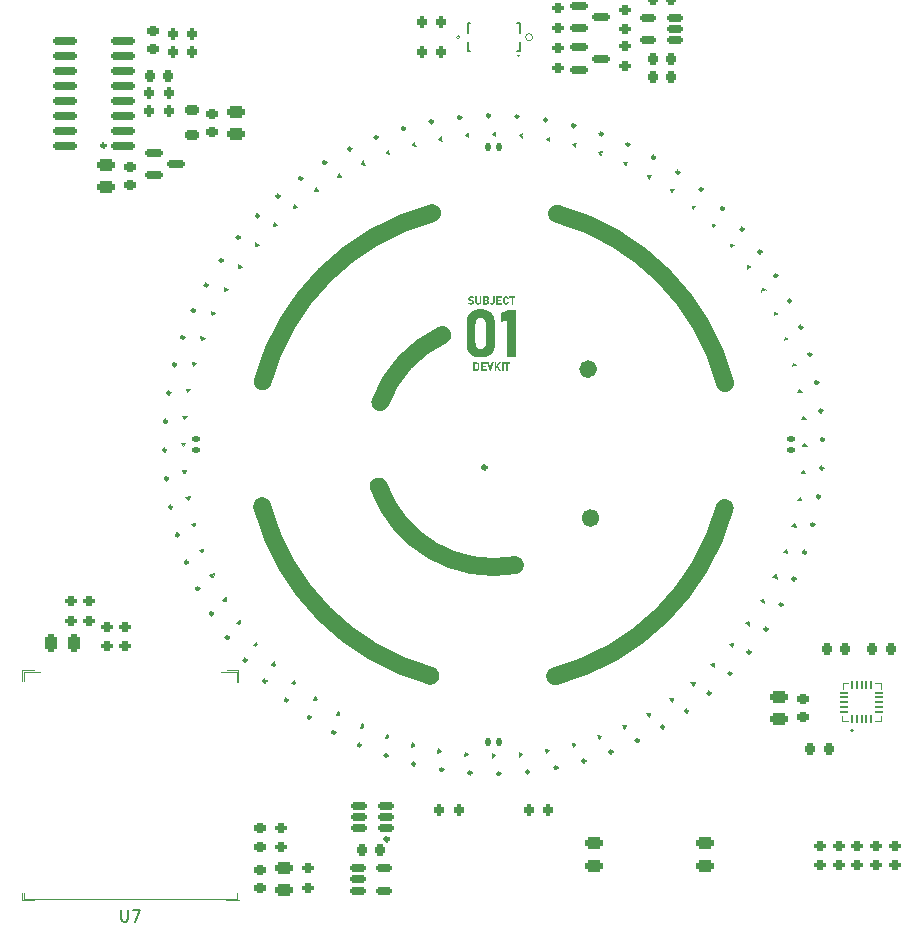
<source format=gbr>
%TF.GenerationSoftware,KiCad,Pcbnew,7.0.10*%
%TF.CreationDate,2024-01-23T14:11:02+00:00*%
%TF.ProjectId,view_base,76696577-5f62-4617-9365-2e6b69636164,rev?*%
%TF.SameCoordinates,Original*%
%TF.FileFunction,Legend,Top*%
%TF.FilePolarity,Positive*%
%FSLAX46Y46*%
G04 Gerber Fmt 4.6, Leading zero omitted, Abs format (unit mm)*
G04 Created by KiCad (PCBNEW 7.0.10) date 2024-01-23 14:11:02*
%MOMM*%
%LPD*%
G01*
G04 APERTURE LIST*
G04 Aperture macros list*
%AMRoundRect*
0 Rectangle with rounded corners*
0 $1 Rounding radius*
0 $2 $3 $4 $5 $6 $7 $8 $9 X,Y pos of 4 corners*
0 Add a 4 corners polygon primitive as box body*
4,1,4,$2,$3,$4,$5,$6,$7,$8,$9,$2,$3,0*
0 Add four circle primitives for the rounded corners*
1,1,$1+$1,$2,$3*
1,1,$1+$1,$4,$5*
1,1,$1+$1,$6,$7*
1,1,$1+$1,$8,$9*
0 Add four rect primitives between the rounded corners*
20,1,$1+$1,$2,$3,$4,$5,0*
20,1,$1+$1,$4,$5,$6,$7,0*
20,1,$1+$1,$6,$7,$8,$9,0*
20,1,$1+$1,$8,$9,$2,$3,0*%
%AMRotRect*
0 Rectangle, with rotation*
0 The origin of the aperture is its center*
0 $1 length*
0 $2 width*
0 $3 Rotation angle, in degrees counterclockwise*
0 Add horizontal line*
21,1,$1,$2,0,0,$3*%
G04 Aperture macros list end*
%ADD10C,1.500000*%
%ADD11C,0.755000*%
%ADD12C,0.125000*%
%ADD13C,0.200000*%
%ADD14C,0.150000*%
%ADD15C,0.120000*%
%ADD16C,0.175000*%
%ADD17C,0.300000*%
%ADD18C,0.249999*%
%ADD19C,0.100000*%
%ADD20C,0.250000*%
%ADD21C,0.250001*%
%ADD22R,1.500000X0.900000*%
%ADD23R,0.900000X1.500000*%
%ADD24R,0.900000X0.900000*%
%ADD25C,2.400000*%
%ADD26C,3.500000*%
%ADD27R,0.600000X1.090000*%
%ADD28R,0.300000X1.090000*%
%ADD29O,1.000000X1.800000*%
%ADD30O,1.000000X2.200000*%
%ADD31RoundRect,0.200000X0.200000X0.275000X-0.200000X0.275000X-0.200000X-0.275000X0.200000X-0.275000X0*%
%ADD32RoundRect,0.200000X-0.200000X-0.275000X0.200000X-0.275000X0.200000X0.275000X-0.200000X0.275000X0*%
%ADD33RoundRect,0.250000X-0.475000X0.250000X-0.475000X-0.250000X0.475000X-0.250000X0.475000X0.250000X0*%
%ADD34RoundRect,0.225000X-0.250000X0.225000X-0.250000X-0.225000X0.250000X-0.225000X0.250000X0.225000X0*%
%ADD35RoundRect,0.225000X-0.225000X-0.250000X0.225000X-0.250000X0.225000X0.250000X-0.225000X0.250000X0*%
%ADD36RoundRect,0.250000X0.475000X-0.250000X0.475000X0.250000X-0.475000X0.250000X-0.475000X-0.250000X0*%
%ADD37RoundRect,0.225000X0.225000X0.250000X-0.225000X0.250000X-0.225000X-0.250000X0.225000X-0.250000X0*%
%ADD38RoundRect,0.150000X-0.587500X-0.150000X0.587500X-0.150000X0.587500X0.150000X-0.587500X0.150000X0*%
%ADD39RoundRect,0.250000X0.250000X0.475000X-0.250000X0.475000X-0.250000X-0.475000X0.250000X-0.475000X0*%
%ADD40RoundRect,0.150000X-0.512500X-0.150000X0.512500X-0.150000X0.512500X0.150000X-0.512500X0.150000X0*%
%ADD41RoundRect,0.218750X-0.381250X0.218750X-0.381250X-0.218750X0.381250X-0.218750X0.381250X0.218750X0*%
%ADD42RoundRect,0.050000X0.050000X-0.300000X0.050000X0.300000X-0.050000X0.300000X-0.050000X-0.300000X0*%
%ADD43RoundRect,0.050000X0.300000X-0.050000X0.300000X0.050000X-0.300000X0.050000X-0.300000X-0.050000X0*%
%ADD44R,1.500000X1.500000*%
%ADD45RoundRect,0.200000X0.275000X-0.200000X0.275000X0.200000X-0.275000X0.200000X-0.275000X-0.200000X0*%
%ADD46RoundRect,0.150000X0.689429X-0.477297X-0.477297X0.689429X-0.689429X0.477297X0.477297X-0.689429X0*%
%ADD47RoundRect,0.225000X-0.335876X-0.017678X-0.017678X-0.335876X0.335876X0.017678X0.017678X0.335876X0*%
%ADD48RoundRect,0.200000X-0.275000X0.200000X-0.275000X-0.200000X0.275000X-0.200000X0.275000X0.200000X0*%
%ADD49RoundRect,0.150000X0.825000X0.150000X-0.825000X0.150000X-0.825000X-0.150000X0.825000X-0.150000X0*%
%ADD50RoundRect,0.225000X0.250000X-0.225000X0.250000X0.225000X-0.250000X0.225000X-0.250000X-0.225000X0*%
%ADD51RoundRect,0.140000X-0.219557X0.017173X-0.058955X-0.212189X0.219557X-0.017173X0.058955X0.212189X0*%
%ADD52RoundRect,0.150000X0.512500X0.150000X-0.512500X0.150000X-0.512500X-0.150000X0.512500X-0.150000X0*%
%ADD53RotRect,0.500000X0.500000X10.000000*%
%ADD54RoundRect,0.140000X-0.219203X-0.021213X-0.021213X-0.219203X0.219203X0.021213X0.021213X0.219203X0*%
%ADD55RotRect,0.500000X0.500000X320.000000*%
%ADD56R,0.500000X0.500000*%
%ADD57RotRect,0.500000X0.500000X175.000000*%
%ADD58RotRect,0.500000X0.500000X310.000000*%
%ADD59RotRect,0.500000X0.500000X120.000000*%
%ADD60RotRect,0.500000X0.500000X20.000000*%
%ADD61RoundRect,0.140000X0.073414X0.207631X-0.189700X0.111865X-0.073414X-0.207631X0.189700X-0.111865X0*%
%ADD62RotRect,0.500000X0.500000X235.000000*%
%ADD63RoundRect,0.140000X-0.200442X0.091230X-0.127973X-0.179229X0.200442X-0.091230X0.127973X0.179229X0*%
%ADD64RoundRect,0.140000X-0.207631X0.073414X-0.111865X-0.189700X0.207631X-0.073414X0.111865X0.189700X0*%
%ADD65RotRect,0.500000X0.500000X190.000000*%
%ADD66RotRect,0.500000X0.500000X255.000000*%
%ADD67RotRect,0.500000X0.500000X285.000000*%
%ADD68RoundRect,0.140000X-0.198728X-0.094906X0.055038X-0.213239X0.198728X0.094906X-0.055038X0.213239X0*%
%ADD69RoundRect,0.140000X0.220218X0.002028X0.040237X0.216520X-0.220218X-0.002028X-0.040237X-0.216520X0*%
%ADD70RoundRect,0.140000X-0.021213X0.219203X-0.219203X0.021213X0.021213X-0.219203X0.219203X-0.021213X0*%
%ADD71RoundRect,0.140000X0.198728X0.094906X-0.055038X0.213239X-0.198728X-0.094906X0.055038X-0.213239X0*%
%ADD72RotRect,0.500000X0.500000X295.000000*%
%ADD73RotRect,0.500000X0.500000X80.000000*%
%ADD74RoundRect,0.140000X0.206244X0.077224X-0.036244X0.217224X-0.206244X-0.077224X0.036244X-0.217224X0*%
%ADD75RotRect,0.500000X0.500000X115.000000*%
%ADD76RoundRect,0.140000X-0.017173X-0.219557X0.212189X-0.058955X0.017173X0.219557X-0.212189X0.058955X0*%
%ADD77RoundRect,0.140000X-0.127973X0.179229X-0.200442X-0.091230X0.127973X-0.179229X0.200442X0.091230X0*%
%ADD78RotRect,0.500000X0.500000X345.000000*%
%ADD79RoundRect,0.140000X0.167393X0.143107X-0.108353X0.191728X-0.167393X-0.143107X0.108353X-0.191728X0*%
%ADD80RoundRect,0.140000X-0.216520X-0.040237X-0.002028X-0.220218X0.216520X0.040237X0.002028X0.220218X0*%
%ADD81RotRect,0.500000X0.500000X305.000000*%
%ADD82RoundRect,0.140000X-0.124651X-0.181555X0.154284X-0.157151X0.124651X0.181555X-0.154284X0.157151X0*%
%ADD83RoundRect,0.140000X0.157151X-0.154284X0.181555X0.124651X-0.157151X0.154284X-0.181555X-0.124651X0*%
%ADD84RotRect,0.500000X0.500000X145.000000*%
%ADD85RotRect,0.500000X0.500000X140.000000*%
%ADD86RotRect,0.500000X0.500000X260.000000*%
%ADD87RoundRect,0.140000X0.216520X0.040237X0.002028X0.220218X-0.216520X-0.040237X-0.002028X-0.220218X0*%
%ADD88RoundRect,0.140000X0.189700X0.111865X-0.073414X0.207631X-0.189700X-0.111865X0.073414X-0.207631X0*%
%ADD89RotRect,0.500000X0.500000X165.000000*%
%ADD90RoundRect,0.140000X-0.181555X0.124651X-0.157151X-0.154284X0.181555X-0.124651X0.157151X0.154284X0*%
%ADD91RotRect,0.500000X0.500000X230.000000*%
%ADD92RotRect,0.500000X0.500000X85.000000*%
%ADD93RotRect,0.500000X0.500000X150.000000*%
%ADD94RoundRect,0.140000X0.002028X-0.220218X0.216520X-0.040237X-0.002028X0.220218X-0.216520X0.040237X0*%
%ADD95RoundRect,0.140000X-0.167393X-0.143107X0.108353X-0.191728X0.167393X0.143107X-0.108353X0.191728X0*%
%ADD96RotRect,0.500000X0.500000X335.000000*%
%ADD97RoundRect,0.140000X0.217224X-0.036244X0.077224X0.206244X-0.217224X0.036244X-0.077224X-0.206244X0*%
%ADD98RotRect,0.500000X0.500000X125.000000*%
%ADD99RotRect,0.500000X0.500000X105.000000*%
%ADD100RotRect,0.500000X0.500000X325.000000*%
%ADD101RoundRect,0.140000X-0.157151X0.154284X-0.181555X-0.124651X0.157151X-0.154284X0.181555X0.124651X0*%
%ADD102RotRect,0.500000X0.500000X315.000000*%
%ADD103RotRect,0.500000X0.500000X220.000000*%
%ADD104R,0.500000X1.150000*%
%ADD105R,1.150000X0.500000*%
%ADD106RotRect,0.500000X0.500000X300.000000*%
%ADD107RoundRect,0.140000X-0.073414X-0.207631X0.189700X-0.111865X0.073414X0.207631X-0.189700X0.111865X0*%
%ADD108RoundRect,0.140000X-0.077224X0.206244X-0.217224X-0.036244X0.077224X-0.206244X0.217224X0.036244X0*%
%ADD109RoundRect,0.140000X-0.143107X0.167393X-0.191728X-0.108353X0.143107X-0.167393X0.191728X0.108353X0*%
%ADD110RotRect,0.500000X0.500000X210.000000*%
%ADD111RotRect,0.500000X0.500000X110.000000*%
%ADD112RotRect,0.500000X0.500000X185.000000*%
%ADD113RotRect,0.500000X0.500000X155.000000*%
%ADD114RotRect,0.500000X0.500000X55.000000*%
%ADD115RoundRect,0.140000X-0.094906X0.198728X-0.213239X-0.055038X0.094906X-0.198728X0.213239X0.055038X0*%
%ADD116RoundRect,0.140000X0.213239X-0.055038X0.094906X0.198728X-0.213239X0.055038X-0.094906X-0.198728X0*%
%ADD117R,1.500000X2.000000*%
%ADD118R,3.800000X2.000000*%
%ADD119RoundRect,0.140000X-0.191728X0.108353X-0.143107X-0.167393X0.191728X-0.108353X0.143107X0.167393X0*%
%ADD120RoundRect,0.140000X0.219557X-0.017173X0.058955X0.212189X-0.219557X0.017173X-0.058955X-0.212189X0*%
%ADD121RoundRect,0.140000X0.181555X-0.124651X0.157151X0.154284X-0.181555X0.124651X-0.157151X-0.154284X0*%
%ADD122RotRect,0.500000X0.500000X50.000000*%
%ADD123RotRect,0.500000X0.500000X60.000000*%
%ADD124RoundRect,0.140000X-0.212189X-0.058955X0.017173X-0.219557X0.212189X0.058955X-0.017173X0.219557X0*%
%ADD125RoundRect,0.140000X0.108353X0.191728X-0.167393X0.143107X-0.108353X-0.191728X0.167393X-0.143107X0*%
%ADD126RoundRect,0.140000X-0.002028X0.220218X-0.216520X0.040237X0.002028X-0.220218X0.216520X-0.040237X0*%
%ADD127RotRect,0.500000X0.500000X240.000000*%
%ADD128RoundRect,0.140000X-0.170000X0.140000X-0.170000X-0.140000X0.170000X-0.140000X0.170000X0.140000X0*%
%ADD129RotRect,0.500000X0.500000X25.000000*%
%ADD130RotRect,0.500000X0.500000X250.000000*%
%ADD131RoundRect,0.140000X-0.055038X-0.213239X0.198728X-0.094906X0.055038X0.213239X-0.198728X0.094906X0*%
%ADD132RoundRect,0.140000X-0.213239X0.055038X-0.094906X-0.198728X0.213239X-0.055038X0.094906X0.198728X0*%
%ADD133RotRect,0.500000X0.500000X225.000000*%
%ADD134RoundRect,0.140000X0.143107X-0.167393X0.191728X0.108353X-0.143107X0.167393X-0.191728X-0.108353X0*%
%ADD135RoundRect,0.140000X0.094906X-0.198728X0.213239X0.055038X-0.094906X0.198728X-0.213239X-0.055038X0*%
%ADD136RotRect,0.500000X0.500000X340.000000*%
%ADD137RotRect,0.500000X0.500000X45.000000*%
%ADD138RoundRect,0.140000X-0.206244X-0.077224X0.036244X-0.217224X0.206244X0.077224X-0.036244X0.217224X0*%
%ADD139RoundRect,0.225000X-0.225000X-0.250000X0.225000X-0.250000X0.225000X0.250000X-0.225000X0.250000X0*%
%ADD140RoundRect,0.140000X0.040237X-0.216520X0.220218X-0.002028X-0.040237X0.216520X-0.220218X0.002028X0*%
%ADD141RotRect,0.500000X0.500000X170.000000*%
%ADD142RotRect,0.500000X0.500000X330.000000*%
%ADD143RotRect,0.500000X0.500000X100.000000*%
%ADD144RotRect,0.500000X0.500000X205.000000*%
%ADD145RotRect,0.500000X0.500000X65.000000*%
%ADD146RoundRect,0.140000X0.191728X-0.108353X0.143107X0.167393X-0.191728X0.108353X-0.143107X-0.167393X0*%
%ADD147RoundRect,0.140000X0.140000X0.170000X-0.140000X0.170000X-0.140000X-0.170000X0.140000X-0.170000X0*%
%ADD148RoundRect,0.140000X0.207631X-0.073414X0.111865X0.189700X-0.207631X0.073414X-0.111865X-0.189700X0*%
%ADD149RoundRect,0.140000X0.179229X0.127973X-0.091230X0.200442X-0.179229X-0.127973X0.091230X-0.200442X0*%
%ADD150RoundRect,0.140000X0.058955X-0.212189X0.219557X0.017173X-0.058955X0.212189X-0.219557X-0.017173X0*%
%ADD151RoundRect,0.140000X0.212189X0.058955X-0.017173X0.219557X-0.212189X-0.058955X0.017173X-0.219557X0*%
%ADD152RoundRect,0.140000X-0.154284X-0.157151X0.124651X-0.181555X0.154284X0.157151X-0.124651X0.181555X0*%
%ADD153RotRect,0.500000X0.500000X265.000000*%
%ADD154RotRect,0.500000X0.500000X30.000000*%
%ADD155RotRect,0.500000X0.500000X350.000000*%
%ADD156RoundRect,0.140000X-0.220218X-0.002028X-0.040237X-0.216520X0.220218X0.002028X0.040237X0.216520X0*%
%ADD157RoundRect,0.140000X0.021213X-0.219203X0.219203X-0.021213X-0.021213X0.219203X-0.219203X0.021213X0*%
%ADD158RotRect,0.500000X0.500000X40.000000*%
%ADD159RoundRect,0.140000X0.111865X-0.189700X0.207631X0.073414X-0.111865X0.189700X-0.207631X-0.073414X0*%
%ADD160RotRect,0.500000X0.500000X70.000000*%
%ADD161RotRect,0.500000X0.500000X200.000000*%
%ADD162RoundRect,0.140000X0.154284X0.157151X-0.124651X0.181555X-0.154284X-0.157151X0.124651X-0.181555X0*%
%ADD163RotRect,0.500000X0.500000X355.000000*%
%ADD164RoundRect,0.140000X0.077224X-0.206244X0.217224X0.036244X-0.077224X0.206244X-0.217224X-0.036244X0*%
%ADD165RotRect,0.500000X0.500000X290.000000*%
%ADD166RoundRect,0.140000X0.127973X-0.179229X0.200442X0.091230X-0.127973X0.179229X-0.200442X-0.091230X0*%
%ADD167RotRect,0.500000X0.500000X135.000000*%
%ADD168RoundRect,0.140000X0.200442X-0.091230X0.127973X0.179229X-0.200442X0.091230X-0.127973X-0.179229X0*%
%ADD169RoundRect,0.140000X0.170000X-0.140000X0.170000X0.140000X-0.170000X0.140000X-0.170000X-0.140000X0*%
%ADD170RotRect,0.500000X0.500000X160.000000*%
%ADD171RoundRect,0.140000X-0.111865X0.189700X-0.207631X-0.073414X0.111865X-0.189700X0.207631X0.073414X0*%
%ADD172RotRect,0.500000X0.500000X195.000000*%
%ADD173RoundRect,0.140000X-0.040237X0.216520X-0.220218X0.002028X0.040237X-0.216520X0.220218X-0.002028X0*%
%ADD174RotRect,0.500000X0.500000X95.000000*%
%ADD175RoundRect,0.140000X-0.189700X-0.111865X0.073414X-0.207631X0.189700X0.111865X-0.073414X0.207631X0*%
%ADD176RotRect,0.500000X0.500000X35.000000*%
%ADD177RoundRect,0.140000X0.124651X0.181555X-0.154284X0.157151X-0.124651X-0.181555X0.154284X-0.157151X0*%
%ADD178RoundRect,0.140000X-0.108353X-0.191728X0.167393X-0.143107X0.108353X0.191728X-0.167393X0.143107X0*%
%ADD179RoundRect,0.140000X-0.217224X0.036244X-0.077224X-0.206244X0.217224X-0.036244X0.077224X0.206244X0*%
%ADD180RoundRect,0.140000X0.219203X0.021213X0.021213X0.219203X-0.219203X-0.021213X-0.021213X-0.219203X0*%
%ADD181RotRect,0.500000X0.500000X215.000000*%
%ADD182RotRect,0.500000X0.500000X245.000000*%
%ADD183RoundRect,0.140000X-0.091230X-0.200442X0.179229X-0.127973X0.091230X0.200442X-0.179229X0.127973X0*%
%ADD184RotRect,0.500000X0.500000X75.000000*%
%ADD185RotRect,0.500000X0.500000X15.000000*%
%ADD186RoundRect,0.140000X-0.179229X-0.127973X0.091230X-0.200442X0.179229X0.127973X-0.091230X0.200442X0*%
%ADD187RoundRect,0.140000X-0.036244X-0.217224X0.206244X-0.077224X0.036244X0.217224X-0.206244X0.077224X0*%
%ADD188RoundRect,0.140000X0.017173X0.219557X-0.212189X0.058955X-0.017173X-0.219557X0.212189X-0.058955X0*%
%ADD189RotRect,0.500000X0.500000X275.000000*%
%ADD190RoundRect,0.140000X0.055038X0.213239X-0.198728X0.094906X-0.055038X-0.213239X0.198728X-0.094906X0*%
%ADD191RoundRect,0.140000X-0.140000X-0.170000X0.140000X-0.170000X0.140000X0.170000X-0.140000X0.170000X0*%
%ADD192RoundRect,0.140000X0.036244X0.217224X-0.206244X0.077224X-0.036244X-0.217224X0.206244X-0.077224X0*%
%ADD193RotRect,0.500000X0.500000X130.000000*%
%ADD194RotRect,0.500000X0.500000X5.000000*%
%ADD195RotRect,0.500000X0.500000X280.000000*%
%ADD196RoundRect,0.140000X-0.058955X0.212189X-0.219557X-0.017173X0.058955X-0.212189X0.219557X0.017173X0*%
%ADD197RoundRect,0.140000X0.091230X0.200442X-0.179229X0.127973X-0.091230X-0.200442X0.179229X-0.127973X0*%
G04 APERTURE END LIST*
D10*
X105199998Y-119600001D02*
G75*
G03*
X119558786Y-105352933I-5199998J19600001D01*
G01*
X80400001Y-105200002D02*
G75*
G03*
X94647070Y-119558787I19599999J5200002D01*
G01*
D11*
X108377500Y-93600000D02*
G75*
G03*
X107622500Y-93600000I-377500J0D01*
G01*
X107622500Y-93600000D02*
G75*
G03*
X108377500Y-93600000I377500J0D01*
G01*
X108577500Y-106200000D02*
G75*
G03*
X107822500Y-106200000I-377500J0D01*
G01*
X107822500Y-106200000D02*
G75*
G03*
X108577500Y-106200000I377500J0D01*
G01*
D10*
X119599999Y-94800001D02*
G75*
G03*
X105352932Y-80441215I-19599999J-5199999D01*
G01*
X94800000Y-80400001D02*
G75*
G03*
X80441214Y-94647069I5200000J-19599999D01*
G01*
X90259955Y-103522995D02*
G75*
G03*
X101800000Y-110199998I9740045J3522995D01*
G01*
X95653425Y-90714136D02*
G75*
G03*
X90400000Y-96400000I4346575J-9285864D01*
G01*
D12*
G36*
X98356671Y-93603969D02*
G01*
X98524564Y-93603969D01*
X98532549Y-93603847D01*
X98540306Y-93603483D01*
X98547835Y-93602875D01*
X98555135Y-93602024D01*
X98562207Y-93600930D01*
X98569051Y-93599593D01*
X98578888Y-93597132D01*
X98588211Y-93594123D01*
X98597020Y-93590568D01*
X98605315Y-93586466D01*
X98613096Y-93581816D01*
X98620364Y-93576620D01*
X98624923Y-93572852D01*
X98631309Y-93566757D01*
X98637067Y-93560206D01*
X98642196Y-93553197D01*
X98646698Y-93545732D01*
X98650571Y-93537810D01*
X98653817Y-93529431D01*
X98656434Y-93520596D01*
X98658423Y-93511303D01*
X98659784Y-93501554D01*
X98660516Y-93491348D01*
X98660656Y-93484290D01*
X98660656Y-93278442D01*
X98660516Y-93271405D01*
X98660098Y-93264569D01*
X98658946Y-93254694D01*
X98657166Y-93245273D01*
X98654759Y-93236306D01*
X98651723Y-93227792D01*
X98648059Y-93219732D01*
X98643767Y-93212126D01*
X98638846Y-93204974D01*
X98633298Y-93198276D01*
X98627122Y-93192031D01*
X98624923Y-93190050D01*
X98617998Y-93184459D01*
X98610560Y-93179418D01*
X98602607Y-93174926D01*
X98594141Y-93170985D01*
X98585160Y-93167593D01*
X98575666Y-93164752D01*
X98565658Y-93162460D01*
X98558700Y-93161238D01*
X98551514Y-93160260D01*
X98544099Y-93159527D01*
X98536456Y-93159038D01*
X98528585Y-93158793D01*
X98524564Y-93158763D01*
X98356671Y-93158763D01*
X98356671Y-93031903D01*
X98521657Y-93031903D01*
X98532499Y-93032018D01*
X98543138Y-93032363D01*
X98553576Y-93032937D01*
X98563812Y-93033741D01*
X98573847Y-93034775D01*
X98583679Y-93036039D01*
X98593311Y-93037532D01*
X98602740Y-93039255D01*
X98611968Y-93041208D01*
X98620994Y-93043390D01*
X98629818Y-93045803D01*
X98638441Y-93048445D01*
X98646862Y-93051316D01*
X98655081Y-93054418D01*
X98663098Y-93057749D01*
X98670914Y-93061310D01*
X98678534Y-93065070D01*
X98685922Y-93069041D01*
X98693078Y-93073223D01*
X98700000Y-93077616D01*
X98706691Y-93082220D01*
X98713149Y-93087036D01*
X98719375Y-93092062D01*
X98725368Y-93097299D01*
X98731129Y-93102748D01*
X98736658Y-93108407D01*
X98741954Y-93114277D01*
X98747017Y-93120359D01*
X98751848Y-93126651D01*
X98756447Y-93133155D01*
X98760814Y-93139869D01*
X98764948Y-93146795D01*
X98768840Y-93153916D01*
X98772481Y-93161218D01*
X98775871Y-93168700D01*
X98779010Y-93176362D01*
X98781898Y-93184205D01*
X98784534Y-93192228D01*
X98786920Y-93200431D01*
X98789054Y-93208814D01*
X98790938Y-93217378D01*
X98792570Y-93226122D01*
X98793951Y-93235047D01*
X98795081Y-93244152D01*
X98795960Y-93253437D01*
X98796588Y-93262902D01*
X98796965Y-93272548D01*
X98797090Y-93282374D01*
X98797090Y-93480528D01*
X98796969Y-93489878D01*
X98796607Y-93499079D01*
X98796002Y-93508129D01*
X98795156Y-93517031D01*
X98794068Y-93525782D01*
X98792738Y-93534384D01*
X98791167Y-93542836D01*
X98789354Y-93551139D01*
X98787299Y-93559292D01*
X98785002Y-93567296D01*
X98782463Y-93575150D01*
X98779683Y-93582854D01*
X98776661Y-93590409D01*
X98773397Y-93597814D01*
X98769892Y-93605069D01*
X98766144Y-93612175D01*
X98762155Y-93619109D01*
X98757922Y-93625848D01*
X98753446Y-93632391D01*
X98748727Y-93638740D01*
X98743765Y-93644893D01*
X98738560Y-93650852D01*
X98733111Y-93656616D01*
X98727420Y-93662184D01*
X98721485Y-93667558D01*
X98715308Y-93672736D01*
X98708887Y-93677720D01*
X98702223Y-93682508D01*
X98695316Y-93687102D01*
X98688166Y-93691500D01*
X98680773Y-93695704D01*
X98673137Y-93699712D01*
X98665270Y-93703501D01*
X98657186Y-93707045D01*
X98648884Y-93710345D01*
X98640364Y-93713400D01*
X98631626Y-93716211D01*
X98622671Y-93718778D01*
X98613498Y-93721100D01*
X98604108Y-93723178D01*
X98594499Y-93725011D01*
X98584673Y-93726600D01*
X98574629Y-93727944D01*
X98564368Y-93729044D01*
X98553889Y-93729900D01*
X98543192Y-93730511D01*
X98532277Y-93730877D01*
X98521144Y-93731000D01*
X98356671Y-93731000D01*
X98356671Y-93603969D01*
G37*
G36*
X98290335Y-93031903D02*
G01*
X98422153Y-93031903D01*
X98422153Y-93731000D01*
X98290335Y-93731000D01*
X98290335Y-93031903D01*
G37*
G36*
X98933182Y-93031903D02*
G01*
X99065000Y-93031903D01*
X99065000Y-93731000D01*
X98933182Y-93731000D01*
X98933182Y-93031903D01*
G37*
G36*
X98980712Y-93603969D02*
G01*
X99401469Y-93603969D01*
X99401469Y-93731000D01*
X98980712Y-93731000D01*
X98980712Y-93603969D01*
G37*
G36*
X98980712Y-93320330D02*
G01*
X99348639Y-93320330D01*
X99348639Y-93447360D01*
X98980712Y-93447360D01*
X98980712Y-93320330D01*
G37*
G36*
X98980712Y-93031903D02*
G01*
X99401469Y-93031903D01*
X99401469Y-93158763D01*
X98980712Y-93158763D01*
X98980712Y-93031903D01*
G37*
G36*
X99446434Y-93031903D02*
G01*
X99582013Y-93031903D01*
X99730586Y-93498309D01*
X99879159Y-93031903D01*
X100014909Y-93031903D01*
X99782048Y-93731000D01*
X99679124Y-93731000D01*
X99446434Y-93031903D01*
G37*
G36*
X100173057Y-93457789D02*
G01*
X100453447Y-93031903D01*
X100619288Y-93031903D01*
X100189983Y-93629101D01*
X100173057Y-93457789D01*
G37*
G36*
X100093726Y-93031903D02*
G01*
X100225544Y-93031903D01*
X100225544Y-93731000D01*
X100093726Y-93731000D01*
X100093726Y-93031903D01*
G37*
G36*
X100289487Y-93377092D02*
G01*
X100402840Y-93305455D01*
X100648695Y-93731000D01*
X100492429Y-93731000D01*
X100289487Y-93377092D01*
G37*
G36*
X100849243Y-93731000D02*
G01*
X100712638Y-93731000D01*
X100712638Y-93031903D01*
X100849243Y-93031903D01*
X100849243Y-93731000D01*
G37*
G36*
X101085865Y-93089007D02*
G01*
X101217683Y-93089007D01*
X101217683Y-93731000D01*
X101085865Y-93731000D01*
X101085865Y-93089007D01*
G37*
G36*
X100895576Y-93031903D02*
G01*
X101408144Y-93031903D01*
X101408144Y-93158763D01*
X100895576Y-93158763D01*
X100895576Y-93031903D01*
G37*
G36*
X98078503Y-88138180D02*
G01*
X98069161Y-88138092D01*
X98059854Y-88137826D01*
X98050584Y-88137382D01*
X98041350Y-88136762D01*
X98032151Y-88135964D01*
X98022989Y-88134989D01*
X98013863Y-88133836D01*
X98004773Y-88132506D01*
X97995719Y-88130999D01*
X97986701Y-88129315D01*
X97980709Y-88128093D01*
X97971784Y-88126119D01*
X97962961Y-88123980D01*
X97954241Y-88121675D01*
X97945622Y-88119205D01*
X97937106Y-88116570D01*
X97928692Y-88113770D01*
X97920381Y-88110804D01*
X97912171Y-88107673D01*
X97904064Y-88104376D01*
X97896058Y-88100915D01*
X97890778Y-88098515D01*
X97882971Y-88094792D01*
X97875319Y-88090930D01*
X97867824Y-88086930D01*
X97860485Y-88082791D01*
X97853302Y-88078515D01*
X97846275Y-88074100D01*
X97839405Y-88069547D01*
X97832691Y-88064855D01*
X97826134Y-88060026D01*
X97819732Y-88055058D01*
X97815552Y-88051669D01*
X97876588Y-87942933D01*
X97884263Y-87949019D01*
X97892157Y-87954842D01*
X97900271Y-87960399D01*
X97908605Y-87965693D01*
X97917157Y-87970722D01*
X97925929Y-87975486D01*
X97934921Y-87979986D01*
X97944132Y-87984222D01*
X97953562Y-87988193D01*
X97959971Y-87990693D01*
X97966477Y-87993076D01*
X97969767Y-87994224D01*
X97976402Y-87996397D01*
X97983059Y-87998431D01*
X97989738Y-88000324D01*
X97996438Y-88002077D01*
X98003159Y-88003690D01*
X98009902Y-88005163D01*
X98016666Y-88006495D01*
X98023451Y-88007687D01*
X98030258Y-88008739D01*
X98037086Y-88009651D01*
X98043935Y-88010422D01*
X98050806Y-88011053D01*
X98057699Y-88011544D01*
X98064612Y-88011895D01*
X98071547Y-88012105D01*
X98078503Y-88012175D01*
X98086448Y-88012090D01*
X98094166Y-88011833D01*
X98101659Y-88011406D01*
X98108925Y-88010808D01*
X98115967Y-88010038D01*
X98122782Y-88009098D01*
X98132582Y-88007367D01*
X98141874Y-88005251D01*
X98150658Y-88002751D01*
X98158934Y-87999866D01*
X98166702Y-87996596D01*
X98173963Y-87992941D01*
X98178521Y-87990291D01*
X98184876Y-87986030D01*
X98190606Y-87981454D01*
X98195711Y-87976561D01*
X98200191Y-87971354D01*
X98205192Y-87963919D01*
X98209082Y-87955924D01*
X98211860Y-87947367D01*
X98213214Y-87940582D01*
X98213944Y-87933480D01*
X98214083Y-87928571D01*
X98214083Y-87928058D01*
X98213694Y-87919633D01*
X98212530Y-87911776D01*
X98210589Y-87904486D01*
X98207872Y-87897764D01*
X98204378Y-87891610D01*
X98200108Y-87886024D01*
X98198182Y-87883948D01*
X98193029Y-87879032D01*
X98187400Y-87874541D01*
X98181295Y-87870476D01*
X98174714Y-87866838D01*
X98167657Y-87863624D01*
X98160125Y-87860837D01*
X98156979Y-87859841D01*
X98150383Y-87857939D01*
X98143333Y-87856080D01*
X98135829Y-87854263D01*
X98127871Y-87852489D01*
X98119459Y-87850758D01*
X98110592Y-87849070D01*
X98103645Y-87847832D01*
X98096441Y-87846618D01*
X98091497Y-87845822D01*
X98088933Y-87845309D01*
X98086197Y-87844967D01*
X98075597Y-87843428D01*
X98066928Y-87842017D01*
X98058447Y-87840564D01*
X98050152Y-87839068D01*
X98042044Y-87837530D01*
X98034123Y-87835948D01*
X98026390Y-87834324D01*
X98018843Y-87832657D01*
X98011483Y-87830947D01*
X98004310Y-87829195D01*
X97997325Y-87827400D01*
X97990526Y-87825562D01*
X97983914Y-87823681D01*
X97974347Y-87820780D01*
X97965201Y-87817782D01*
X97959337Y-87815731D01*
X97950804Y-87812402D01*
X97942514Y-87808634D01*
X97934467Y-87804428D01*
X97926663Y-87799783D01*
X97919103Y-87794699D01*
X97911787Y-87789176D01*
X97904714Y-87783214D01*
X97897884Y-87776814D01*
X97891298Y-87769975D01*
X97884955Y-87762697D01*
X97880862Y-87757601D01*
X97875118Y-87749505D01*
X97869939Y-87740795D01*
X97866800Y-87734648D01*
X97863912Y-87728229D01*
X97861275Y-87721537D01*
X97858890Y-87714573D01*
X97856755Y-87707336D01*
X97854872Y-87699827D01*
X97853240Y-87692045D01*
X97851859Y-87683990D01*
X97850729Y-87675664D01*
X97849850Y-87667064D01*
X97849222Y-87658193D01*
X97848845Y-87649048D01*
X97848720Y-87639632D01*
X97848720Y-87639119D01*
X97848838Y-87630712D01*
X97849193Y-87622460D01*
X97849784Y-87614363D01*
X97850611Y-87606421D01*
X97851675Y-87598634D01*
X97852975Y-87591001D01*
X97854512Y-87583524D01*
X97856285Y-87576202D01*
X97858295Y-87569034D01*
X97860541Y-87562022D01*
X97863023Y-87555165D01*
X97865742Y-87548462D01*
X97868697Y-87541914D01*
X97871889Y-87535522D01*
X97875317Y-87529284D01*
X97878981Y-87523201D01*
X97882871Y-87517285D01*
X97886974Y-87511546D01*
X97891291Y-87505985D01*
X97895822Y-87500601D01*
X97900566Y-87495395D01*
X97905525Y-87490367D01*
X97910696Y-87485516D01*
X97916082Y-87480843D01*
X97921681Y-87476348D01*
X97927494Y-87472030D01*
X97933521Y-87467890D01*
X97939761Y-87463928D01*
X97946215Y-87460143D01*
X97952883Y-87456536D01*
X97959765Y-87453107D01*
X97966860Y-87449855D01*
X97974177Y-87446791D01*
X97981681Y-87443925D01*
X97989372Y-87441256D01*
X97997250Y-87438785D01*
X98005315Y-87436511D01*
X98013567Y-87434436D01*
X98022006Y-87432558D01*
X98030632Y-87430877D01*
X98039445Y-87429395D01*
X98048445Y-87428110D01*
X98057632Y-87427023D01*
X98067006Y-87426133D01*
X98076567Y-87425441D01*
X98086315Y-87424947D01*
X98096250Y-87424650D01*
X98106372Y-87424551D01*
X98113438Y-87424628D01*
X98120531Y-87424858D01*
X98127651Y-87425241D01*
X98134798Y-87425778D01*
X98141972Y-87426467D01*
X98149173Y-87427310D01*
X98156402Y-87428307D01*
X98163657Y-87429456D01*
X98170940Y-87430759D01*
X98178249Y-87432215D01*
X98183137Y-87433271D01*
X98190463Y-87434973D01*
X98197759Y-87436811D01*
X98205025Y-87438784D01*
X98212261Y-87440892D01*
X98219467Y-87443136D01*
X98226642Y-87445515D01*
X98233788Y-87448029D01*
X98240904Y-87450678D01*
X98247989Y-87453462D01*
X98255045Y-87456382D01*
X98259732Y-87458404D01*
X98266750Y-87461509D01*
X98273698Y-87464735D01*
X98280578Y-87468081D01*
X98287389Y-87471547D01*
X98294130Y-87475133D01*
X98300802Y-87478840D01*
X98307406Y-87482667D01*
X98313940Y-87486614D01*
X98320405Y-87490681D01*
X98326801Y-87494868D01*
X98331026Y-87497727D01*
X98275290Y-87609199D01*
X98267662Y-87604084D01*
X98259975Y-87599187D01*
X98252227Y-87594511D01*
X98244419Y-87590053D01*
X98236551Y-87585815D01*
X98228623Y-87581796D01*
X98220635Y-87577997D01*
X98212587Y-87574417D01*
X98204478Y-87571057D01*
X98196310Y-87567916D01*
X98190831Y-87565944D01*
X98182622Y-87563194D01*
X98174474Y-87560714D01*
X98166385Y-87558505D01*
X98158357Y-87556567D01*
X98150389Y-87554899D01*
X98142481Y-87553502D01*
X98134633Y-87552375D01*
X98126845Y-87551518D01*
X98119117Y-87550932D01*
X98111450Y-87550616D01*
X98106372Y-87550556D01*
X98098913Y-87550635D01*
X98091668Y-87550869D01*
X98084637Y-87551260D01*
X98077820Y-87551807D01*
X98067994Y-87552920D01*
X98058650Y-87554385D01*
X98049786Y-87556202D01*
X98041403Y-87558370D01*
X98033501Y-87560890D01*
X98026080Y-87563762D01*
X98019139Y-87566985D01*
X98012680Y-87570560D01*
X98006752Y-87574452D01*
X97999756Y-87580080D01*
X97993796Y-87586211D01*
X97988873Y-87592844D01*
X97984986Y-87599980D01*
X97982135Y-87607617D01*
X97980322Y-87615757D01*
X97979544Y-87624399D01*
X97979512Y-87626638D01*
X97979512Y-87626980D01*
X97979782Y-87634388D01*
X97980591Y-87641395D01*
X97982362Y-87649590D01*
X97984976Y-87657160D01*
X97988432Y-87664103D01*
X97992733Y-87670420D01*
X97996780Y-87675023D01*
X98002376Y-87680247D01*
X98008374Y-87685020D01*
X98014772Y-87689343D01*
X98021570Y-87693215D01*
X98028770Y-87696636D01*
X98036370Y-87699606D01*
X98039522Y-87700668D01*
X98046254Y-87702733D01*
X98053627Y-87704825D01*
X98061642Y-87706943D01*
X98070297Y-87709088D01*
X98077209Y-87710715D01*
X98084482Y-87712356D01*
X98092116Y-87714013D01*
X98100110Y-87715684D01*
X98108465Y-87717370D01*
X98111330Y-87717936D01*
X98115091Y-87718791D01*
X98119023Y-87719304D01*
X98124323Y-87720672D01*
X98129965Y-87721868D01*
X98138172Y-87723494D01*
X98146208Y-87725165D01*
X98154072Y-87726881D01*
X98161766Y-87728643D01*
X98169289Y-87730450D01*
X98176640Y-87732303D01*
X98183821Y-87734201D01*
X98190831Y-87736144D01*
X98197670Y-87738133D01*
X98204337Y-87740167D01*
X98214019Y-87743304D01*
X98223315Y-87746543D01*
X98232227Y-87749884D01*
X98240754Y-87753327D01*
X98248990Y-87756989D01*
X98256965Y-87761050D01*
X98264678Y-87765512D01*
X98272130Y-87770373D01*
X98279320Y-87775634D01*
X98286249Y-87781294D01*
X98292916Y-87787355D01*
X98299322Y-87793815D01*
X98305466Y-87800674D01*
X98311349Y-87807934D01*
X98315126Y-87812995D01*
X98320442Y-87820953D01*
X98325236Y-87829440D01*
X98329506Y-87838456D01*
X98333254Y-87848001D01*
X98335462Y-87854659D01*
X98337437Y-87861551D01*
X98339181Y-87868678D01*
X98340691Y-87876040D01*
X98341970Y-87883638D01*
X98343015Y-87891471D01*
X98343829Y-87899538D01*
X98344410Y-87907841D01*
X98344758Y-87916379D01*
X98344875Y-87925152D01*
X98344875Y-87926177D01*
X98344752Y-87934459D01*
X98344386Y-87942591D01*
X98343775Y-87950573D01*
X98342919Y-87958405D01*
X98341819Y-87966088D01*
X98340475Y-87973622D01*
X98338886Y-87981005D01*
X98337053Y-87988240D01*
X98334975Y-87995324D01*
X98332653Y-88002259D01*
X98330086Y-88009044D01*
X98327275Y-88015680D01*
X98324220Y-88022166D01*
X98320920Y-88028503D01*
X98317376Y-88034690D01*
X98313587Y-88040727D01*
X98309585Y-88046580D01*
X98305359Y-88052257D01*
X98300909Y-88057758D01*
X98296234Y-88063082D01*
X98291334Y-88068229D01*
X98286211Y-88073201D01*
X98280862Y-88077996D01*
X98275290Y-88082615D01*
X98269493Y-88087058D01*
X98263472Y-88091324D01*
X98257226Y-88095414D01*
X98250756Y-88099327D01*
X98244061Y-88103065D01*
X98237142Y-88106626D01*
X98229999Y-88110010D01*
X98222631Y-88113219D01*
X98215056Y-88116241D01*
X98207289Y-88119069D01*
X98199332Y-88121702D01*
X98191183Y-88124139D01*
X98182844Y-88126382D01*
X98174313Y-88128430D01*
X98165592Y-88130282D01*
X98156679Y-88131940D01*
X98147576Y-88133402D01*
X98138281Y-88134670D01*
X98128796Y-88135743D01*
X98119119Y-88136620D01*
X98109252Y-88137303D01*
X98099193Y-88137790D01*
X98088944Y-88138083D01*
X98078503Y-88138180D01*
G37*
G36*
X98707160Y-88138180D02*
G01*
X98697164Y-88138061D01*
X98687352Y-88137705D01*
X98677722Y-88137110D01*
X98668275Y-88136278D01*
X98659011Y-88135208D01*
X98649931Y-88133901D01*
X98641033Y-88132355D01*
X98632318Y-88130572D01*
X98623786Y-88128551D01*
X98615437Y-88126292D01*
X98607272Y-88123796D01*
X98599289Y-88121062D01*
X98591489Y-88118090D01*
X98583872Y-88114880D01*
X98576438Y-88111433D01*
X98569187Y-88107748D01*
X98562156Y-88103814D01*
X98555336Y-88099664D01*
X98548729Y-88095297D01*
X98542334Y-88090715D01*
X98536152Y-88085916D01*
X98530182Y-88080900D01*
X98524425Y-88075668D01*
X98518879Y-88070220D01*
X98513547Y-88064555D01*
X98508426Y-88058674D01*
X98503518Y-88052576D01*
X98498822Y-88046262D01*
X98494339Y-88039732D01*
X98490068Y-88032986D01*
X98486010Y-88026023D01*
X98482164Y-88018843D01*
X98478561Y-88011441D01*
X98475191Y-88003854D01*
X98472054Y-87996081D01*
X98469149Y-87988122D01*
X98466476Y-87979978D01*
X98464035Y-87971647D01*
X98461828Y-87963132D01*
X98459852Y-87954430D01*
X98458109Y-87945543D01*
X98456598Y-87936470D01*
X98455320Y-87927212D01*
X98454274Y-87917768D01*
X98453461Y-87908138D01*
X98452880Y-87898323D01*
X98452531Y-87888322D01*
X98452415Y-87878135D01*
X98452415Y-87431903D01*
X98584062Y-87431903D01*
X98584062Y-87881383D01*
X98584187Y-87888800D01*
X98584564Y-87896007D01*
X98585192Y-87903002D01*
X98586071Y-87909786D01*
X98587860Y-87919566D01*
X98590214Y-87928872D01*
X98593133Y-87937702D01*
X98596617Y-87946058D01*
X98600666Y-87953939D01*
X98605281Y-87961345D01*
X98610460Y-87968276D01*
X98616204Y-87974733D01*
X98622494Y-87980660D01*
X98629247Y-87986005D01*
X98636463Y-87990766D01*
X98644142Y-87994945D01*
X98652283Y-87998540D01*
X98660887Y-88001553D01*
X98669954Y-88003982D01*
X98679484Y-88005828D01*
X98689477Y-88007091D01*
X98696396Y-88007610D01*
X98703521Y-88007869D01*
X98707160Y-88007901D01*
X98714450Y-88007772D01*
X98721532Y-88007383D01*
X98728406Y-88006735D01*
X98738325Y-88005277D01*
X98747776Y-88003237D01*
X98756758Y-88000613D01*
X98765271Y-87997406D01*
X98773315Y-87993617D01*
X98780891Y-87989244D01*
X98787998Y-87984288D01*
X98794635Y-87978749D01*
X98798800Y-87974733D01*
X98804605Y-87968276D01*
X98809840Y-87961345D01*
X98814503Y-87953939D01*
X98818595Y-87946058D01*
X98822116Y-87937702D01*
X98825067Y-87928872D01*
X98827446Y-87919566D01*
X98829254Y-87909786D01*
X98830142Y-87903002D01*
X98830777Y-87896007D01*
X98831157Y-87888800D01*
X98831284Y-87881383D01*
X98831284Y-87431903D01*
X98963102Y-87431903D01*
X98963102Y-87878135D01*
X98962985Y-87888322D01*
X98962632Y-87898323D01*
X98962044Y-87908138D01*
X98961222Y-87917768D01*
X98960164Y-87927212D01*
X98958871Y-87936470D01*
X98957343Y-87945543D01*
X98955580Y-87954430D01*
X98953581Y-87963132D01*
X98951348Y-87971647D01*
X98948880Y-87979978D01*
X98946176Y-87988122D01*
X98943238Y-87996081D01*
X98940064Y-88003854D01*
X98936655Y-88011441D01*
X98933011Y-88018843D01*
X98929143Y-88026023D01*
X98925061Y-88032986D01*
X98920766Y-88039732D01*
X98916256Y-88046262D01*
X98911533Y-88052576D01*
X98906597Y-88058674D01*
X98901446Y-88064555D01*
X98896082Y-88070220D01*
X98890504Y-88075668D01*
X98884712Y-88080900D01*
X98878707Y-88085916D01*
X98872488Y-88090715D01*
X98866055Y-88095297D01*
X98859409Y-88099664D01*
X98852549Y-88103814D01*
X98845475Y-88107748D01*
X98838203Y-88111433D01*
X98830747Y-88114880D01*
X98823109Y-88118090D01*
X98815288Y-88121062D01*
X98807284Y-88123796D01*
X98799097Y-88126292D01*
X98790726Y-88128551D01*
X98782173Y-88130572D01*
X98773437Y-88132355D01*
X98764518Y-88133901D01*
X98755416Y-88135208D01*
X98746131Y-88136278D01*
X98736662Y-88137110D01*
X98727011Y-88137705D01*
X98717177Y-88138061D01*
X98707160Y-88138180D01*
G37*
G36*
X99161940Y-88003969D02*
G01*
X99385056Y-88003969D01*
X99393340Y-88003778D01*
X99401267Y-88003205D01*
X99408836Y-88002251D01*
X99416047Y-88000915D01*
X99422901Y-87999198D01*
X99431483Y-87996314D01*
X99439429Y-87992752D01*
X99446739Y-87988511D01*
X99453414Y-87983591D01*
X99454983Y-87982256D01*
X99460793Y-87976509D01*
X99465829Y-87970213D01*
X99470090Y-87963366D01*
X99473576Y-87955969D01*
X99476287Y-87948022D01*
X99478224Y-87939524D01*
X99479386Y-87930476D01*
X99479749Y-87923329D01*
X99479774Y-87920877D01*
X99479774Y-87919339D01*
X99479502Y-87911294D01*
X99478688Y-87903617D01*
X99477332Y-87896308D01*
X99475432Y-87889365D01*
X99472991Y-87882790D01*
X99470006Y-87876583D01*
X99468660Y-87874203D01*
X99464132Y-87867469D01*
X99458883Y-87861372D01*
X99452913Y-87855912D01*
X99447386Y-87851849D01*
X99441359Y-87848228D01*
X99436176Y-87845651D01*
X99429293Y-87842794D01*
X99422001Y-87840421D01*
X99414300Y-87838533D01*
X99406190Y-87837129D01*
X99397670Y-87836209D01*
X99390560Y-87835821D01*
X99385056Y-87835734D01*
X99161940Y-87835734D01*
X99161940Y-87708875D01*
X99385056Y-87708875D01*
X99392554Y-87708693D01*
X99399724Y-87708147D01*
X99406567Y-87707238D01*
X99415181Y-87705460D01*
X99423212Y-87703036D01*
X99430662Y-87699965D01*
X99437528Y-87696248D01*
X99443813Y-87691884D01*
X99448144Y-87688187D01*
X99453393Y-87682751D01*
X99457943Y-87676786D01*
X99461792Y-87670291D01*
X99464942Y-87663268D01*
X99467392Y-87655716D01*
X99469141Y-87647635D01*
X99470191Y-87639025D01*
X99470541Y-87629886D01*
X99470191Y-87621701D01*
X99469141Y-87613986D01*
X99467392Y-87606741D01*
X99464942Y-87599967D01*
X99461792Y-87593662D01*
X99457943Y-87587828D01*
X99453393Y-87582464D01*
X99448144Y-87577570D01*
X99442296Y-87573162D01*
X99435866Y-87569342D01*
X99428854Y-87566109D01*
X99421259Y-87563465D01*
X99413082Y-87561408D01*
X99404322Y-87559938D01*
X99397370Y-87559222D01*
X99390091Y-87558836D01*
X99385056Y-87558763D01*
X99161940Y-87558763D01*
X99161940Y-87431903D01*
X99389330Y-87431903D01*
X99397717Y-87431991D01*
X99405949Y-87432253D01*
X99414028Y-87432691D01*
X99421954Y-87433303D01*
X99429725Y-87434090D01*
X99437344Y-87435053D01*
X99444808Y-87436190D01*
X99452119Y-87437502D01*
X99459276Y-87438990D01*
X99466280Y-87440652D01*
X99473130Y-87442489D01*
X99479827Y-87444502D01*
X99486370Y-87446689D01*
X99495896Y-87450298D01*
X99505077Y-87454300D01*
X99513913Y-87458646D01*
X99522340Y-87463350D01*
X99530358Y-87468412D01*
X99537967Y-87473831D01*
X99545168Y-87479608D01*
X99551960Y-87485742D01*
X99558344Y-87492234D01*
X99564318Y-87499084D01*
X99569884Y-87506291D01*
X99575041Y-87513856D01*
X99578252Y-87519098D01*
X99582713Y-87527230D01*
X99586735Y-87535663D01*
X99590319Y-87544397D01*
X99593463Y-87553431D01*
X99596169Y-87562765D01*
X99598436Y-87572400D01*
X99600264Y-87582336D01*
X99601239Y-87589127D01*
X99602019Y-87596051D01*
X99602604Y-87603109D01*
X99602994Y-87610300D01*
X99603189Y-87617625D01*
X99603214Y-87621338D01*
X99603073Y-87628917D01*
X99602649Y-87636331D01*
X99601943Y-87643579D01*
X99600954Y-87650662D01*
X99599683Y-87657580D01*
X99598129Y-87664332D01*
X99595618Y-87673078D01*
X99592604Y-87681531D01*
X99589089Y-87689689D01*
X99587143Y-87693658D01*
X99582895Y-87701347D01*
X99578188Y-87708682D01*
X99573022Y-87715665D01*
X99567396Y-87722296D01*
X99561310Y-87728574D01*
X99554765Y-87734499D01*
X99547761Y-87740071D01*
X99540297Y-87745291D01*
X99534417Y-87748961D01*
X99528318Y-87752406D01*
X99521999Y-87755625D01*
X99515461Y-87758619D01*
X99508703Y-87761387D01*
X99501726Y-87763930D01*
X99494530Y-87766248D01*
X99487115Y-87768340D01*
X99479479Y-87770207D01*
X99471625Y-87771848D01*
X99466267Y-87772817D01*
X99474805Y-87774110D01*
X99483109Y-87775678D01*
X99491178Y-87777524D01*
X99499013Y-87779645D01*
X99506613Y-87782044D01*
X99513980Y-87784718D01*
X99521111Y-87787670D01*
X99528008Y-87790897D01*
X99534671Y-87794402D01*
X99541100Y-87798182D01*
X99545255Y-87800856D01*
X99551302Y-87805077D01*
X99557070Y-87809532D01*
X99562558Y-87814221D01*
X99567767Y-87819145D01*
X99572696Y-87824303D01*
X99577346Y-87829696D01*
X99581716Y-87835323D01*
X99585807Y-87841184D01*
X99589618Y-87847280D01*
X99593150Y-87853610D01*
X99595349Y-87857960D01*
X99598405Y-87864630D01*
X99601160Y-87871494D01*
X99603614Y-87878554D01*
X99605768Y-87885810D01*
X99607621Y-87893261D01*
X99609174Y-87900907D01*
X99610426Y-87908748D01*
X99611378Y-87916785D01*
X99612029Y-87925017D01*
X99612379Y-87933444D01*
X99612446Y-87939171D01*
X99612446Y-87940539D01*
X99612347Y-87947993D01*
X99612051Y-87955312D01*
X99611557Y-87962494D01*
X99610865Y-87969540D01*
X99609975Y-87976449D01*
X99608888Y-87983223D01*
X99606886Y-87993127D01*
X99604440Y-88002725D01*
X99601549Y-88012017D01*
X99598213Y-88021002D01*
X99594432Y-88029680D01*
X99590207Y-88038052D01*
X99587143Y-88043463D01*
X99582226Y-88051298D01*
X99576900Y-88058776D01*
X99571166Y-88065896D01*
X99565023Y-88072659D01*
X99558472Y-88079064D01*
X99551511Y-88085111D01*
X99544142Y-88090800D01*
X99536365Y-88096132D01*
X99528178Y-88101107D01*
X99519583Y-88105723D01*
X99513626Y-88108602D01*
X99504384Y-88112605D01*
X99494802Y-88116214D01*
X99488226Y-88118401D01*
X99481499Y-88120413D01*
X99474620Y-88122251D01*
X99467591Y-88123913D01*
X99460411Y-88125400D01*
X99453080Y-88126713D01*
X99445598Y-88127850D01*
X99437965Y-88128812D01*
X99430182Y-88129600D01*
X99422247Y-88130212D01*
X99414161Y-88130650D01*
X99405924Y-88130912D01*
X99397537Y-88131000D01*
X99161940Y-88131000D01*
X99161940Y-88003969D01*
G37*
G36*
X99104152Y-87431903D02*
G01*
X99235970Y-87431903D01*
X99235970Y-88131000D01*
X99104152Y-88131000D01*
X99104152Y-87431903D01*
G37*
G36*
X99857446Y-88138180D02*
G01*
X99849445Y-88138083D01*
X99841554Y-88137790D01*
X99833774Y-88137303D01*
X99826105Y-88136620D01*
X99818547Y-88135743D01*
X99811100Y-88134670D01*
X99803764Y-88133402D01*
X99796538Y-88131940D01*
X99789424Y-88130282D01*
X99782420Y-88128430D01*
X99775527Y-88126382D01*
X99768745Y-88124139D01*
X99762074Y-88121702D01*
X99755513Y-88119069D01*
X99749064Y-88116241D01*
X99742725Y-88113219D01*
X99736530Y-88110017D01*
X99730509Y-88106652D01*
X99721806Y-88101300D01*
X99713497Y-88095581D01*
X99705581Y-88089495D01*
X99698059Y-88083042D01*
X99690931Y-88076223D01*
X99684197Y-88069038D01*
X99677856Y-88061485D01*
X99671909Y-88053566D01*
X99666356Y-88045280D01*
X99664592Y-88042437D01*
X99772303Y-87964133D01*
X99776730Y-87969492D01*
X99781375Y-87974541D01*
X99787490Y-87980416D01*
X99793948Y-87985807D01*
X99800747Y-87990714D01*
X99807889Y-87995137D01*
X99813849Y-87998327D01*
X99821490Y-88001775D01*
X99829240Y-88004638D01*
X99837098Y-88006917D01*
X99845064Y-88008612D01*
X99853139Y-88009722D01*
X99861323Y-88010248D01*
X99864627Y-88010295D01*
X99871592Y-88010060D01*
X99880406Y-88009018D01*
X99888681Y-88007143D01*
X99896416Y-88004434D01*
X99903611Y-88000892D01*
X99910267Y-87996516D01*
X99916383Y-87991307D01*
X99921960Y-87985264D01*
X99923270Y-87983623D01*
X99928118Y-87976614D01*
X99932320Y-87968920D01*
X99935876Y-87960542D01*
X99938119Y-87953810D01*
X99939997Y-87946694D01*
X99941513Y-87939193D01*
X99942664Y-87931307D01*
X99943452Y-87923036D01*
X99943876Y-87914381D01*
X99943957Y-87908397D01*
X99943957Y-87431903D01*
X100080562Y-87431903D01*
X100080562Y-87908909D01*
X100080459Y-87917889D01*
X100080151Y-87926704D01*
X100079636Y-87935354D01*
X100078916Y-87943841D01*
X100077991Y-87952163D01*
X100076859Y-87960321D01*
X100075522Y-87968314D01*
X100073980Y-87976143D01*
X100072231Y-87983808D01*
X100070277Y-87991309D01*
X100068117Y-87998645D01*
X100065752Y-88005817D01*
X100063181Y-88012825D01*
X100060404Y-88019669D01*
X100057421Y-88026348D01*
X100054233Y-88032863D01*
X100050869Y-88039200D01*
X100047319Y-88045346D01*
X100043582Y-88051301D01*
X100039657Y-88057066D01*
X100035546Y-88062639D01*
X100031248Y-88068021D01*
X100026763Y-88073212D01*
X100022090Y-88078213D01*
X100014731Y-88085355D01*
X100009591Y-88089877D01*
X100004265Y-88094209D01*
X99998751Y-88098350D01*
X99993050Y-88102299D01*
X99987162Y-88106058D01*
X99981088Y-88109626D01*
X99977980Y-88111338D01*
X99971659Y-88114588D01*
X99965176Y-88117629D01*
X99958532Y-88120460D01*
X99951725Y-88123081D01*
X99944758Y-88125493D01*
X99937628Y-88127695D01*
X99930338Y-88129687D01*
X99922885Y-88131470D01*
X99915271Y-88133042D01*
X99907495Y-88134406D01*
X99899558Y-88135559D01*
X99891459Y-88136503D01*
X99883198Y-88137237D01*
X99874776Y-88137761D01*
X99866192Y-88138075D01*
X99857446Y-88138180D01*
G37*
G36*
X100231871Y-87431903D02*
G01*
X100363688Y-87431903D01*
X100363688Y-88131000D01*
X100231871Y-88131000D01*
X100231871Y-87431903D01*
G37*
G36*
X100279400Y-88003969D02*
G01*
X100700157Y-88003969D01*
X100700157Y-88131000D01*
X100279400Y-88131000D01*
X100279400Y-88003969D01*
G37*
G36*
X100279400Y-87720330D02*
G01*
X100647328Y-87720330D01*
X100647328Y-87847360D01*
X100279400Y-87847360D01*
X100279400Y-87720330D01*
G37*
G36*
X100279400Y-87431903D02*
G01*
X100700157Y-87431903D01*
X100700157Y-87558763D01*
X100279400Y-87558763D01*
X100279400Y-87431903D01*
G37*
G36*
X101055775Y-88138180D02*
G01*
X101045885Y-88138061D01*
X101036175Y-88137705D01*
X101026645Y-88137110D01*
X101017296Y-88136278D01*
X101008127Y-88135208D01*
X100999138Y-88133901D01*
X100990330Y-88132355D01*
X100981702Y-88130572D01*
X100973254Y-88128551D01*
X100964987Y-88126292D01*
X100956900Y-88123796D01*
X100948993Y-88121062D01*
X100941267Y-88118090D01*
X100933721Y-88114880D01*
X100926355Y-88111433D01*
X100919170Y-88107748D01*
X100912180Y-88103814D01*
X100905401Y-88099664D01*
X100898834Y-88095297D01*
X100892477Y-88090715D01*
X100886332Y-88085916D01*
X100880397Y-88080900D01*
X100874674Y-88075668D01*
X100869161Y-88070220D01*
X100863860Y-88064555D01*
X100858769Y-88058674D01*
X100853890Y-88052576D01*
X100849222Y-88046262D01*
X100844765Y-88039732D01*
X100840518Y-88032986D01*
X100836483Y-88026023D01*
X100832659Y-88018843D01*
X100829057Y-88011439D01*
X100825687Y-88003846D01*
X100822549Y-87996063D01*
X100819644Y-87988090D01*
X100816971Y-87979927D01*
X100814531Y-87971575D01*
X100812323Y-87963034D01*
X100810347Y-87954302D01*
X100808604Y-87945381D01*
X100807094Y-87936270D01*
X100805815Y-87926970D01*
X100804770Y-87917479D01*
X100803956Y-87907800D01*
X100803375Y-87897930D01*
X100803026Y-87887871D01*
X100802910Y-87877622D01*
X100802910Y-87685794D01*
X100803026Y-87675545D01*
X100803375Y-87665486D01*
X100803956Y-87655616D01*
X100804770Y-87645936D01*
X100805815Y-87636446D01*
X100807094Y-87627146D01*
X100808604Y-87618035D01*
X100810347Y-87609114D01*
X100812323Y-87600382D01*
X100814531Y-87591840D01*
X100816971Y-87583488D01*
X100819644Y-87575326D01*
X100822549Y-87567353D01*
X100825687Y-87559570D01*
X100829057Y-87551976D01*
X100832659Y-87544572D01*
X100836483Y-87537372D01*
X100840518Y-87530387D01*
X100844765Y-87523619D01*
X100849222Y-87517068D01*
X100853890Y-87510732D01*
X100858769Y-87504614D01*
X100863860Y-87498711D01*
X100869161Y-87493025D01*
X100874674Y-87487555D01*
X100880397Y-87482302D01*
X100886332Y-87477265D01*
X100892477Y-87472444D01*
X100898834Y-87467840D01*
X100905401Y-87463453D01*
X100912180Y-87459281D01*
X100919170Y-87455326D01*
X100926355Y-87451599D01*
X100933721Y-87448113D01*
X100941267Y-87444868D01*
X100948993Y-87441862D01*
X100956900Y-87439097D01*
X100964987Y-87436573D01*
X100973254Y-87434289D01*
X100981702Y-87432245D01*
X100990330Y-87430442D01*
X100999138Y-87428879D01*
X101008127Y-87427557D01*
X101017296Y-87426475D01*
X101026645Y-87425633D01*
X101036175Y-87425032D01*
X101045885Y-87424672D01*
X101055775Y-87424551D01*
X101063949Y-87424662D01*
X101072014Y-87424995D01*
X101079972Y-87425549D01*
X101087821Y-87426325D01*
X101095562Y-87427323D01*
X101103195Y-87428543D01*
X101110720Y-87429984D01*
X101118136Y-87431647D01*
X101125445Y-87433531D01*
X101132645Y-87435638D01*
X101139737Y-87437966D01*
X101146720Y-87440516D01*
X101153596Y-87443287D01*
X101160363Y-87446281D01*
X101167022Y-87449496D01*
X101173573Y-87452933D01*
X101179999Y-87456581D01*
X101186284Y-87460431D01*
X101192427Y-87464483D01*
X101198428Y-87468737D01*
X101204288Y-87473192D01*
X101210006Y-87477849D01*
X101215582Y-87482707D01*
X101221017Y-87487768D01*
X101226311Y-87493030D01*
X101231463Y-87498493D01*
X101236473Y-87504159D01*
X101241341Y-87510026D01*
X101246069Y-87516095D01*
X101250654Y-87522365D01*
X101255098Y-87528837D01*
X101259400Y-87535511D01*
X101263550Y-87542352D01*
X101267537Y-87549368D01*
X101271361Y-87556558D01*
X101275023Y-87563924D01*
X101278521Y-87571465D01*
X101281856Y-87579180D01*
X101285028Y-87587071D01*
X101288038Y-87595137D01*
X101290884Y-87603377D01*
X101293567Y-87611793D01*
X101296088Y-87620384D01*
X101298445Y-87629149D01*
X101300640Y-87638090D01*
X101302672Y-87647205D01*
X101304540Y-87656496D01*
X101306246Y-87665961D01*
X101169812Y-87665961D01*
X101167755Y-87657485D01*
X101165431Y-87649324D01*
X101162840Y-87641478D01*
X101159981Y-87633947D01*
X101156856Y-87626732D01*
X101153463Y-87619831D01*
X101149803Y-87613246D01*
X101145876Y-87606976D01*
X101141751Y-87601003D01*
X101137413Y-87595393D01*
X101132861Y-87590147D01*
X101126870Y-87584099D01*
X101120546Y-87578619D01*
X101113887Y-87573707D01*
X101106895Y-87569363D01*
X101099651Y-87565620D01*
X101092132Y-87562511D01*
X101084337Y-87560037D01*
X101076267Y-87558197D01*
X101067922Y-87556991D01*
X101061047Y-87556484D01*
X101055775Y-87556369D01*
X101048916Y-87556503D01*
X101040075Y-87557097D01*
X101031581Y-87558167D01*
X101023435Y-87559713D01*
X101015636Y-87561734D01*
X101008184Y-87564230D01*
X101001079Y-87567202D01*
X100994322Y-87570650D01*
X100992687Y-87571586D01*
X100986420Y-87575569D01*
X100980527Y-87579995D01*
X100975008Y-87584865D01*
X100969862Y-87590179D01*
X100965091Y-87595936D01*
X100960694Y-87602136D01*
X100956671Y-87608780D01*
X100953022Y-87615867D01*
X100949816Y-87623317D01*
X100947038Y-87631137D01*
X100944687Y-87639325D01*
X100942764Y-87647881D01*
X100941268Y-87656806D01*
X100940426Y-87663742D01*
X100939825Y-87670885D01*
X100939465Y-87678236D01*
X100939344Y-87685794D01*
X100939344Y-87877622D01*
X100939465Y-87885178D01*
X100939825Y-87892524D01*
X100940426Y-87899660D01*
X100941268Y-87906585D01*
X100942764Y-87915492D01*
X100944687Y-87924024D01*
X100947038Y-87932183D01*
X100949816Y-87939967D01*
X100953022Y-87947378D01*
X100956671Y-87954347D01*
X100960694Y-87960895D01*
X100965091Y-87967021D01*
X100969862Y-87972724D01*
X100975008Y-87978005D01*
X100980527Y-87982865D01*
X100986420Y-87987302D01*
X100992687Y-87991317D01*
X100999357Y-87994883D01*
X101006375Y-87997974D01*
X101013740Y-88000589D01*
X101021453Y-88002729D01*
X101029512Y-88004394D01*
X101037919Y-88005582D01*
X101046673Y-88006296D01*
X101055775Y-88006533D01*
X101062908Y-88006333D01*
X101069859Y-88005732D01*
X101076628Y-88004730D01*
X101084834Y-88002914D01*
X101092757Y-88000473D01*
X101100395Y-87997405D01*
X101107750Y-87993711D01*
X101114783Y-87989420D01*
X101121457Y-87984561D01*
X101127773Y-87979135D01*
X101133729Y-87973141D01*
X101138236Y-87967937D01*
X101142513Y-87962370D01*
X101146560Y-87956439D01*
X101150401Y-87950159D01*
X101153976Y-87943542D01*
X101157283Y-87936588D01*
X101160323Y-87929298D01*
X101163096Y-87921671D01*
X101165602Y-87913707D01*
X101167840Y-87905407D01*
X101169812Y-87896771D01*
X101306246Y-87896771D01*
X101304498Y-87906237D01*
X101302589Y-87915529D01*
X101300518Y-87924648D01*
X101298285Y-87933593D01*
X101295891Y-87942365D01*
X101293335Y-87950963D01*
X101290618Y-87959387D01*
X101287738Y-87967638D01*
X101284698Y-87975715D01*
X101281495Y-87983618D01*
X101278131Y-87991348D01*
X101274606Y-87998904D01*
X101270919Y-88006286D01*
X101267070Y-88013495D01*
X101263059Y-88020530D01*
X101258887Y-88027392D01*
X101254586Y-88034045D01*
X101250144Y-88040498D01*
X101245562Y-88046750D01*
X101240839Y-88052802D01*
X101235977Y-88058654D01*
X101230974Y-88064305D01*
X101225831Y-88069756D01*
X101220547Y-88075007D01*
X101215124Y-88080057D01*
X101209560Y-88084907D01*
X101203856Y-88089557D01*
X101198011Y-88094006D01*
X101192027Y-88098255D01*
X101185902Y-88102303D01*
X101179637Y-88106151D01*
X101173231Y-88109799D01*
X101166722Y-88113236D01*
X101160101Y-88116451D01*
X101153370Y-88119444D01*
X101146528Y-88122216D01*
X101139575Y-88124766D01*
X101132511Y-88127094D01*
X101125336Y-88129200D01*
X101118051Y-88131085D01*
X101110654Y-88132748D01*
X101103147Y-88134189D01*
X101095529Y-88135409D01*
X101087800Y-88136406D01*
X101079960Y-88137182D01*
X101072009Y-88137737D01*
X101063947Y-88138069D01*
X101055775Y-88138180D01*
G37*
G36*
X101517394Y-87489007D02*
G01*
X101649212Y-87489007D01*
X101649212Y-88131000D01*
X101517394Y-88131000D01*
X101517394Y-87489007D01*
G37*
G36*
X101327104Y-87431903D02*
G01*
X101839672Y-87431903D01*
X101839672Y-87558763D01*
X101327104Y-87558763D01*
X101327104Y-87431903D01*
G37*
D13*
G36*
X98974462Y-88526498D02*
G01*
X99044327Y-88529979D01*
X99112002Y-88535779D01*
X99177486Y-88543900D01*
X99240779Y-88554342D01*
X99301881Y-88567103D01*
X99360794Y-88582185D01*
X99417515Y-88599588D01*
X99472046Y-88619310D01*
X99524387Y-88641353D01*
X99574537Y-88665717D01*
X99622496Y-88692400D01*
X99668265Y-88721404D01*
X99711843Y-88752728D01*
X99753231Y-88786372D01*
X99792428Y-88822337D01*
X99829457Y-88860302D01*
X99864098Y-88900190D01*
X99896349Y-88942001D01*
X99926212Y-88985736D01*
X99953685Y-89031394D01*
X99978770Y-89078975D01*
X100001466Y-89128480D01*
X100021772Y-89179909D01*
X100039690Y-89233261D01*
X100055218Y-89288536D01*
X100068358Y-89345734D01*
X100079108Y-89404856D01*
X100087470Y-89465902D01*
X100093442Y-89528871D01*
X100097026Y-89593763D01*
X100098220Y-89660579D01*
X100098220Y-91476769D01*
X100097022Y-91543119D01*
X100093427Y-91607591D01*
X100087435Y-91670186D01*
X100079047Y-91730903D01*
X100068262Y-91789743D01*
X100055081Y-91846705D01*
X100039503Y-91901789D01*
X100021528Y-91954996D01*
X100001156Y-92006325D01*
X99978388Y-92055777D01*
X99953224Y-92103351D01*
X99925662Y-92149047D01*
X99895705Y-92192866D01*
X99863350Y-92234807D01*
X99828599Y-92274870D01*
X99791451Y-92313056D01*
X99752029Y-92349139D01*
X99710454Y-92382894D01*
X99666727Y-92414321D01*
X99620847Y-92443421D01*
X99572815Y-92470192D01*
X99522631Y-92494635D01*
X99470295Y-92516751D01*
X99415806Y-92536538D01*
X99359164Y-92553998D01*
X99300370Y-92569129D01*
X99239424Y-92581933D01*
X99176325Y-92592409D01*
X99111074Y-92600557D01*
X99043671Y-92606376D01*
X98974115Y-92609868D01*
X98902407Y-92611032D01*
X98830352Y-92609857D01*
X98760487Y-92606331D01*
X98692812Y-92600454D01*
X98627329Y-92592226D01*
X98564035Y-92581647D01*
X98502933Y-92568717D01*
X98444020Y-92553437D01*
X98387299Y-92535806D01*
X98332768Y-92515823D01*
X98280427Y-92493490D01*
X98230277Y-92468807D01*
X98182318Y-92441772D01*
X98136549Y-92412387D01*
X98092971Y-92380650D01*
X98051583Y-92346563D01*
X98012386Y-92310125D01*
X97975475Y-92271607D01*
X97940945Y-92231280D01*
X97908797Y-92189145D01*
X97879030Y-92145200D01*
X97851644Y-92099447D01*
X97826639Y-92051884D01*
X97804016Y-92002513D01*
X97783775Y-91951332D01*
X97765915Y-91898343D01*
X97750436Y-91843545D01*
X97737338Y-91786938D01*
X97726622Y-91728522D01*
X97718287Y-91668297D01*
X97712334Y-91606263D01*
X97708762Y-91542420D01*
X97707571Y-91476769D01*
X97707571Y-91284305D01*
X98459839Y-91284305D01*
X98460784Y-91337700D01*
X98463617Y-91388708D01*
X98468340Y-91437328D01*
X98474952Y-91483562D01*
X98483452Y-91527408D01*
X98493842Y-91568867D01*
X98506121Y-91607939D01*
X98520289Y-91644624D01*
X98542118Y-91689825D01*
X98567306Y-91730781D01*
X98596050Y-91767189D01*
X98628550Y-91798742D01*
X98664805Y-91825440D01*
X98704815Y-91847285D01*
X98748580Y-91864275D01*
X98796100Y-91876411D01*
X98847376Y-91883692D01*
X98888297Y-91885968D01*
X98902407Y-91886120D01*
X98944198Y-91884754D01*
X98983843Y-91880658D01*
X99033363Y-91870950D01*
X99079067Y-91856387D01*
X99120955Y-91836969D01*
X99159026Y-91812698D01*
X99193281Y-91783572D01*
X99223720Y-91749592D01*
X99237508Y-91730781D01*
X99262696Y-91689825D01*
X99284525Y-91644624D01*
X99298693Y-91607939D01*
X99310972Y-91568867D01*
X99321362Y-91527408D01*
X99329863Y-91483562D01*
X99336474Y-91437328D01*
X99341197Y-91388708D01*
X99344031Y-91337700D01*
X99344975Y-91284305D01*
X99344975Y-89852065D01*
X99344031Y-89798670D01*
X99341197Y-89747663D01*
X99336474Y-89699042D01*
X99329863Y-89652809D01*
X99321362Y-89608962D01*
X99310972Y-89567503D01*
X99298693Y-89528431D01*
X99284525Y-89491746D01*
X99262696Y-89446546D01*
X99237508Y-89405589D01*
X99208978Y-89369182D01*
X99176631Y-89337629D01*
X99140467Y-89310930D01*
X99100488Y-89289085D01*
X99056692Y-89272095D01*
X99009080Y-89259959D01*
X98957652Y-89252678D01*
X98916576Y-89250402D01*
X98902407Y-89250251D01*
X98860782Y-89251616D01*
X98821269Y-89255712D01*
X98771871Y-89265420D01*
X98726228Y-89279983D01*
X98684340Y-89299401D01*
X98646208Y-89323672D01*
X98611831Y-89352798D01*
X98581209Y-89386779D01*
X98567306Y-89405589D01*
X98542118Y-89446546D01*
X98520289Y-89491746D01*
X98506121Y-89528431D01*
X98493842Y-89567503D01*
X98483452Y-89608962D01*
X98474952Y-89652809D01*
X98468340Y-89699042D01*
X98463617Y-89747663D01*
X98460784Y-89798670D01*
X98459839Y-89852065D01*
X98459839Y-91284305D01*
X97707571Y-91284305D01*
X97707571Y-89660579D01*
X97708766Y-89594110D01*
X97712349Y-89529527D01*
X97718322Y-89466829D01*
X97726683Y-89406017D01*
X97737434Y-89347089D01*
X97750573Y-89290047D01*
X97766102Y-89234890D01*
X97784019Y-89181618D01*
X97804326Y-89130232D01*
X97827021Y-89080731D01*
X97852106Y-89033115D01*
X97879579Y-88987384D01*
X97909442Y-88943539D01*
X97941693Y-88901579D01*
X97976334Y-88861504D01*
X98013363Y-88823314D01*
X98052785Y-88787231D01*
X98094360Y-88753476D01*
X98138087Y-88722049D01*
X98183967Y-88692950D01*
X98231999Y-88666178D01*
X98282183Y-88641735D01*
X98334520Y-88619620D01*
X98389009Y-88599832D01*
X98445650Y-88582372D01*
X98504444Y-88567241D01*
X98565390Y-88554437D01*
X98628489Y-88543961D01*
X98693740Y-88535814D01*
X98761143Y-88529994D01*
X98830699Y-88526502D01*
X98902407Y-88525338D01*
X98974462Y-88526498D01*
G37*
G36*
X101868492Y-92570000D02*
G01*
X101116224Y-92570000D01*
X101116224Y-89459323D01*
X100629692Y-89643970D01*
X100629692Y-88843831D01*
X101225645Y-88575163D01*
X101868492Y-88575163D01*
X101868492Y-92570000D01*
G37*
D14*
X68473095Y-139374819D02*
X68473095Y-140184342D01*
X68473095Y-140184342D02*
X68520714Y-140279580D01*
X68520714Y-140279580D02*
X68568333Y-140327200D01*
X68568333Y-140327200D02*
X68663571Y-140374819D01*
X68663571Y-140374819D02*
X68854047Y-140374819D01*
X68854047Y-140374819D02*
X68949285Y-140327200D01*
X68949285Y-140327200D02*
X68996904Y-140279580D01*
X68996904Y-140279580D02*
X69044523Y-140184342D01*
X69044523Y-140184342D02*
X69044523Y-139374819D01*
X69425476Y-139374819D02*
X70092142Y-139374819D01*
X70092142Y-139374819D02*
X69663571Y-140374819D01*
D15*
%TO.C,U7*%
X78235000Y-138420000D02*
X78235000Y-137920000D01*
X60235000Y-138420000D02*
X60235000Y-137920000D01*
X60235000Y-119220000D02*
X61585000Y-119220000D01*
X78235000Y-120070000D02*
X78235000Y-119220000D01*
X78385000Y-119070000D02*
X78385000Y-120070000D01*
X60085000Y-137920000D02*
X60085000Y-138570000D01*
X78435000Y-138570000D02*
X77335000Y-138570000D01*
X60085000Y-119970000D02*
X60085000Y-119070000D01*
X78385000Y-119070000D02*
X77385000Y-119070000D01*
X60235000Y-119970000D02*
X60235000Y-119220000D01*
X60085000Y-119070000D02*
X61085000Y-119070000D01*
X78235000Y-119220000D02*
X76935000Y-119220000D01*
X60085000Y-138570000D02*
X61085000Y-138570000D01*
X60235000Y-138420000D02*
X78235000Y-138420000D01*
%TO.C,U8*%
X132760000Y-123410000D02*
X132310000Y-123410000D01*
X129525000Y-123400000D02*
X129525000Y-122950000D01*
X129975000Y-123400000D02*
X129525000Y-123400000D01*
X132760000Y-122960000D02*
X132760000Y-123410000D01*
X129540000Y-120640000D02*
X129540000Y-120190000D01*
X132760000Y-120640000D02*
X132760000Y-120190000D01*
X129540000Y-120190000D02*
X129990000Y-120190000D01*
X132760000Y-120190000D02*
X132310000Y-120190000D01*
D16*
X130437500Y-124200000D02*
G75*
G03*
X130262500Y-124200000I-87500J0D01*
G01*
X130262500Y-124200000D02*
G75*
G03*
X130437500Y-124200000I87500J0D01*
G01*
%TO.C,U2*%
D17*
X99372183Y-101909188D02*
G75*
G03*
X99072183Y-101909188I-150000J0D01*
G01*
X99072183Y-101909188D02*
G75*
G03*
X99372183Y-101909188I150000J0D01*
G01*
%TO.C,U6*%
X67125000Y-74650000D02*
G75*
G03*
X66825000Y-74650000I-150000J0D01*
G01*
X66825000Y-74650000D02*
G75*
G03*
X67125000Y-74650000I150000J0D01*
G01*
%TO.C,D23*%
D18*
X94845841Y-72653546D02*
G75*
G03*
X94595843Y-72653546I-124999J0D01*
G01*
X94595843Y-72653546D02*
G75*
G03*
X94845841Y-72653546I124999J0D01*
G01*
D19*
X95615610Y-74272771D02*
X95285439Y-74127904D01*
X95546151Y-73878848D01*
X95615610Y-74272771D01*
G36*
X95615610Y-74272771D02*
G01*
X95285439Y-74127904D01*
X95546151Y-73878848D01*
X95615610Y-74272771D01*
G37*
%TO.C,D42*%
D20*
X117687346Y-78378097D02*
G75*
G03*
X117437346Y-78378097I-125000J0D01*
G01*
X117437346Y-78378097D02*
G75*
G03*
X117687346Y-78378097I125000J0D01*
G01*
D19*
X117154210Y-79797929D02*
X116897095Y-80104347D01*
X116795839Y-79758302D01*
X117154210Y-79797929D01*
G36*
X117154210Y-79797929D02*
G01*
X116897095Y-80104347D01*
X116795839Y-79758302D01*
X117154210Y-79797929D01*
G37*
%TO.C,D41*%
D20*
X99674997Y-72149997D02*
G75*
G03*
X99424997Y-72149997I-125000J0D01*
G01*
X99424997Y-72149997D02*
G75*
G03*
X99674997Y-72149997I125000J0D01*
G01*
D19*
X100149997Y-73899997D02*
X99849997Y-73699997D01*
X100149997Y-73499997D01*
X100149997Y-73899997D01*
G36*
X100149997Y-73899997D02*
G01*
X99849997Y-73699997D01*
X100149997Y-73499997D01*
X100149997Y-73899997D01*
G37*
%TO.C,D10*%
D20*
X98127417Y-127785916D02*
G75*
G03*
X97877417Y-127785916I-125000J0D01*
G01*
X97877417Y-127785916D02*
G75*
G03*
X98127417Y-127785916I125000J0D01*
G01*
D19*
X97838650Y-126215668D02*
X97522361Y-126388760D01*
X97557223Y-125990282D01*
X97838650Y-126215668D01*
G36*
X97838650Y-126215668D02*
G01*
X97522361Y-126388760D01*
X97557223Y-125990282D01*
X97838650Y-126215668D01*
G37*
%TO.C,D60*%
D20*
X121168394Y-81748214D02*
G75*
G03*
X120918394Y-81748214I-125000J0D01*
G01*
X120918394Y-81748214D02*
G75*
G03*
X121168394Y-81748214I125000J0D01*
G01*
D19*
X120394907Y-83075604D02*
X120088489Y-83332719D01*
X120048862Y-82974348D01*
X120394907Y-83075604D01*
G36*
X120394907Y-83075604D02*
G01*
X120088489Y-83332719D01*
X120048862Y-82974348D01*
X120394907Y-83075604D01*
G37*
%TO.C,D38*%
D20*
X76236522Y-114313860D02*
G75*
G03*
X75986522Y-114313860I-125000J0D01*
G01*
X75986522Y-114313860D02*
G75*
G03*
X76236522Y-114313860I125000J0D01*
G01*
D19*
X77303861Y-113279053D02*
X76980656Y-113119245D01*
X77327067Y-112919245D01*
X77303861Y-113279053D01*
G36*
X77303861Y-113279053D02*
G01*
X76980656Y-113119245D01*
X77327067Y-112919245D01*
X77303861Y-113279053D01*
G37*
%TO.C,D5*%
D20*
X90174864Y-73983475D02*
G75*
G03*
X89924864Y-73983475I-125000J0D01*
G01*
X89924864Y-73983475D02*
G75*
G03*
X90174864Y-73983475I125000J0D01*
G01*
D19*
X91212215Y-75422725D02*
X90861903Y-75337393D01*
X91075407Y-75046848D01*
X91212215Y-75422725D01*
G36*
X91212215Y-75422725D02*
G01*
X90861903Y-75337393D01*
X91075407Y-75046848D01*
X91212215Y-75422725D01*
G37*
%TO.C,D53*%
D20*
X123194177Y-115602316D02*
G75*
G03*
X122944177Y-115602316I-125000J0D01*
G01*
X122944177Y-115602316D02*
G75*
G03*
X123194177Y-115602316I125000J0D01*
G01*
D19*
X121619176Y-115319479D02*
X121291515Y-115090048D01*
X121627418Y-114959018D01*
X121619176Y-115319479D01*
G36*
X121619176Y-115319479D02*
G01*
X121291515Y-115090048D01*
X121627418Y-114959018D01*
X121619176Y-115319479D01*
G37*
%TO.C,D63*%
D18*
X105409175Y-127345147D02*
G75*
G03*
X105159177Y-127345147I-124999J0D01*
G01*
X105159177Y-127345147D02*
G75*
G03*
X105409175Y-127345147I124999J0D01*
G01*
D19*
X104719579Y-125870789D02*
X104458867Y-126119845D01*
X104389408Y-125725922D01*
X104719579Y-125870789D01*
G36*
X104719579Y-125870789D02*
G01*
X104458867Y-126119845D01*
X104389408Y-125725922D01*
X104719579Y-125870789D01*
G37*
%TO.C,D17*%
D20*
X127143987Y-106770034D02*
G75*
G03*
X126893987Y-106770034I-125000J0D01*
G01*
X126893987Y-106770034D02*
G75*
G03*
X127143987Y-106770034I125000J0D01*
G01*
D19*
X125559696Y-107000184D02*
X125173325Y-106896656D01*
X125444156Y-106658643D01*
X125559696Y-107000184D01*
G36*
X125559696Y-107000184D02*
G01*
X125173325Y-106896656D01*
X125444156Y-106658643D01*
X125559696Y-107000184D01*
G37*
%TO.C,D34*%
D21*
X126903436Y-92355443D02*
G75*
G03*
X126653436Y-92355443I-125000J0D01*
G01*
X126653436Y-92355443D02*
G75*
G03*
X126903436Y-92355443I125000J0D01*
G01*
D19*
X125629727Y-93284405D02*
X125243357Y-93387932D01*
X125358897Y-93046391D01*
X125629727Y-93284405D01*
G36*
X125629727Y-93284405D02*
G01*
X125243357Y-93387932D01*
X125358897Y-93046391D01*
X125629727Y-93284405D01*
G37*
%TO.C,D16*%
D21*
X125175024Y-87819145D02*
G75*
G03*
X124925024Y-87819145I-125000J0D01*
G01*
X124925024Y-87819145D02*
G75*
G03*
X125175024Y-87819145I125000J0D01*
G01*
D19*
X124080080Y-88933465D02*
X123717557Y-89102512D01*
X123772033Y-88746096D01*
X124080080Y-88933465D01*
G36*
X124080080Y-88933465D02*
G01*
X123717557Y-89102512D01*
X123772033Y-88746096D01*
X124080080Y-88933465D01*
G37*
%TO.C,D39*%
D18*
X72617253Y-95604409D02*
G75*
G03*
X72367255Y-95604409I-124999J0D01*
G01*
X72367255Y-95604409D02*
G75*
G03*
X72617253Y-95604409I124999J0D01*
G01*
D19*
X74319856Y-95317409D02*
X74070800Y-95578122D01*
X73925933Y-95247950D01*
X74319856Y-95317409D01*
G36*
X74319856Y-95317409D02*
G01*
X74070800Y-95578122D01*
X73925933Y-95247950D01*
X74319856Y-95317409D01*
G37*
%TO.C,D47*%
D21*
X75080579Y-112180737D02*
G75*
G03*
X74830579Y-112180737I-125000J0D01*
G01*
X74830579Y-112180737D02*
G75*
G03*
X75080579Y-112180737I125000J0D01*
G01*
D19*
X76233570Y-111253786D02*
X75925523Y-111066417D01*
X76288046Y-110897370D01*
X76233570Y-111253786D01*
G36*
X76233570Y-111253786D02*
G01*
X75925523Y-111066417D01*
X76288046Y-110897370D01*
X76233570Y-111253786D01*
G37*
%TO.C,D68*%
D20*
X106895034Y-72981013D02*
G75*
G03*
X106645034Y-72981013I-125000J0D01*
G01*
X106645034Y-72981013D02*
G75*
G03*
X106895034Y-72981013I125000J0D01*
G01*
D19*
X106896656Y-74826675D02*
X106658643Y-74555844D01*
X107000184Y-74440304D01*
X106896656Y-74826675D01*
G36*
X106896656Y-74826675D02*
G01*
X106658643Y-74555844D01*
X107000184Y-74440304D01*
X106896656Y-74826675D01*
G37*
%TO.C,D69*%
D20*
X122677958Y-83660448D02*
G75*
G03*
X122427958Y-83660448I-125000J0D01*
G01*
X122427958Y-83660448D02*
G75*
G03*
X122677958Y-83660448I125000J0D01*
G01*
D19*
X121791248Y-84926267D02*
X121463588Y-85155697D01*
X121455345Y-84795237D01*
X121791248Y-84926267D01*
G36*
X121791248Y-84926267D02*
G01*
X121463588Y-85155697D01*
X121455345Y-84795237D01*
X121791248Y-84926267D01*
G37*
%TO.C,D64*%
D20*
X84522684Y-123069177D02*
G75*
G03*
X84272684Y-123069177I-125000J0D01*
G01*
X84272684Y-123069177D02*
G75*
G03*
X84522684Y-123069177I125000J0D01*
G01*
D19*
X85040982Y-121627418D02*
X84680521Y-121619176D01*
X84909952Y-121291515D01*
X85040982Y-121627418D01*
G36*
X85040982Y-121627418D02*
G01*
X84680521Y-121619176D01*
X84909952Y-121291515D01*
X85040982Y-121627418D01*
G37*
%TO.C,D21*%
D20*
X72275000Y-100450000D02*
G75*
G03*
X72025000Y-100450000I-125000J0D01*
G01*
X72025000Y-100450000D02*
G75*
G03*
X72275000Y-100450000I125000J0D01*
G01*
D19*
X73700000Y-100150000D02*
X73500000Y-99850000D01*
X73900000Y-99850000D01*
X73700000Y-100150000D01*
G36*
X73700000Y-100150000D02*
G01*
X73500000Y-99850000D01*
X73900000Y-99850000D01*
X73700000Y-100150000D01*
G37*
%TO.C,D2*%
D20*
X82572654Y-121621903D02*
G75*
G03*
X82322654Y-121621903I-125000J0D01*
G01*
X82322654Y-121621903D02*
G75*
G03*
X82572654Y-121621903I125000J0D01*
G01*
D19*
X83214161Y-120241698D02*
X82855790Y-120202071D01*
X83112905Y-119895653D01*
X83214161Y-120241698D01*
G36*
X83214161Y-120241698D02*
G01*
X82855790Y-120202071D01*
X83112905Y-119895653D01*
X83214161Y-120241698D01*
G37*
%TO.C,D8*%
D18*
X127622745Y-104395591D02*
G75*
G03*
X127372747Y-104395591I-124999J0D01*
G01*
X127372747Y-104395591D02*
G75*
G03*
X127622745Y-104395591I124999J0D01*
G01*
D19*
X126064067Y-104752050D02*
X125670144Y-104682591D01*
X125919200Y-104421878D01*
X126064067Y-104752050D01*
G36*
X126064067Y-104752050D02*
G01*
X125670144Y-104682591D01*
X125919200Y-104421878D01*
X126064067Y-104752050D01*
G37*
%TO.C,D28*%
D20*
X93354966Y-127018987D02*
G75*
G03*
X93104966Y-127018987I-125000J0D01*
G01*
X93104966Y-127018987D02*
G75*
G03*
X93354966Y-127018987I125000J0D01*
G01*
D19*
X93341357Y-125444156D02*
X92999816Y-125559696D01*
X93103344Y-125173325D01*
X93341357Y-125444156D01*
G36*
X93341357Y-125444156D02*
G01*
X92999816Y-125559696D01*
X93103344Y-125173325D01*
X93341357Y-125444156D01*
G37*
%TO.C,D62*%
D20*
X121746903Y-117562346D02*
G75*
G03*
X121496903Y-117562346I-125000J0D01*
G01*
X121496903Y-117562346D02*
G75*
G03*
X121746903Y-117562346I125000J0D01*
G01*
D19*
X120202071Y-117154210D02*
X119895653Y-116897095D01*
X120241698Y-116795839D01*
X120202071Y-117154210D01*
G36*
X120202071Y-117154210D02*
G01*
X119895653Y-116897095D01*
X120241698Y-116795839D01*
X120202071Y-117154210D01*
G37*
%TO.C,D30*%
D20*
X72342458Y-98021484D02*
G75*
G03*
X72092458Y-98021484I-125000J0D01*
G01*
X72092458Y-98021484D02*
G75*
G03*
X72342458Y-98021484I125000J0D01*
G01*
D19*
X74013092Y-97576290D02*
X73787706Y-97857717D01*
X73614614Y-97541428D01*
X74013092Y-97576290D01*
G36*
X74013092Y-97576290D02*
G01*
X73787706Y-97857717D01*
X73614614Y-97541428D01*
X74013092Y-97576290D01*
G37*
%TO.C,D55*%
D20*
X86584711Y-124347628D02*
G75*
G03*
X86334711Y-124347628I-125000J0D01*
G01*
X86334711Y-124347628D02*
G75*
G03*
X86584711Y-124347628I125000J0D01*
G01*
D19*
X86974904Y-122855289D02*
X86615096Y-122878494D01*
X86815096Y-122532083D01*
X86974904Y-122855289D01*
G36*
X86974904Y-122855289D02*
G01*
X86615096Y-122878494D01*
X86815096Y-122532083D01*
X86974904Y-122855289D01*
G37*
%TO.C,D15*%
D20*
X111492042Y-74572883D02*
G75*
G03*
X111242042Y-74572883I-125000J0D01*
G01*
X111242042Y-74572883D02*
G75*
G03*
X111492042Y-74572883I125000J0D01*
G01*
D19*
X111171244Y-76412493D02*
X110983876Y-76104446D01*
X111340292Y-76049970D01*
X111171244Y-76412493D01*
G36*
X111171244Y-76412493D02*
G01*
X110983876Y-76104446D01*
X111340292Y-76049970D01*
X111171244Y-76412493D01*
G37*
%TO.C,D29*%
D20*
X77572042Y-116339552D02*
G75*
G03*
X77322042Y-116339552I-125000J0D01*
G01*
X77322042Y-116339552D02*
G75*
G03*
X77572042Y-116339552I125000J0D01*
G01*
D19*
X78544655Y-115204763D02*
X78208752Y-115073733D01*
X78536412Y-114844303D01*
X78544655Y-115204763D01*
G36*
X78544655Y-115204763D02*
G01*
X78208752Y-115073733D01*
X78536412Y-114844303D01*
X78544655Y-115204763D01*
G37*
%TO.C,D65*%
D21*
X73340752Y-107640504D02*
G75*
G03*
X73090752Y-107640504I-125000J0D01*
G01*
X73090752Y-107640504D02*
G75*
G03*
X73340752Y-107640504I125000J0D01*
G01*
D19*
X74635291Y-106949556D02*
X74364461Y-106711542D01*
X74750831Y-106608015D01*
X74635291Y-106949556D01*
G36*
X74635291Y-106949556D02*
G01*
X74364461Y-106711542D01*
X74750831Y-106608015D01*
X74635291Y-106949556D01*
G37*
%TO.C,D33*%
D20*
X115727316Y-76930823D02*
G75*
G03*
X115477316Y-76930823I-125000J0D01*
G01*
X115477316Y-76930823D02*
G75*
G03*
X115727316Y-76930823I125000J0D01*
G01*
D19*
X115319479Y-78380824D02*
X115090048Y-78708485D01*
X114959018Y-78372582D01*
X115319479Y-78380824D01*
G36*
X115319479Y-78380824D02*
G01*
X115090048Y-78708485D01*
X114959018Y-78372582D01*
X115319479Y-78380824D01*
G37*
%TO.C,D51*%
D21*
X119494619Y-79983984D02*
G75*
G03*
X119244619Y-79983984I-125000J0D01*
G01*
X119244619Y-79983984D02*
G75*
G03*
X119494619Y-79983984I125000J0D01*
G01*
D19*
X118839289Y-81362843D02*
X118556447Y-81645685D01*
X118485736Y-81292132D01*
X118839289Y-81362843D01*
G36*
X118839289Y-81362843D02*
G01*
X118556447Y-81645685D01*
X118485736Y-81292132D01*
X118839289Y-81362843D01*
G37*
%TO.C,D9*%
D20*
X118366786Y-121043394D02*
G75*
G03*
X118116786Y-121043394I-125000J0D01*
G01*
X118116786Y-121043394D02*
G75*
G03*
X118366786Y-121043394I125000J0D01*
G01*
D19*
X116914396Y-120394907D02*
X116657281Y-120088489D01*
X117015652Y-120048862D01*
X116914396Y-120394907D01*
G36*
X116914396Y-120394907D02*
G01*
X116657281Y-120088489D01*
X117015652Y-120048862D01*
X116914396Y-120394907D01*
G37*
D13*
%TO.C,U9*%
X102200000Y-66700000D02*
X102200000Y-65900000D01*
X102200000Y-66700000D02*
X102000000Y-66700000D01*
X102200000Y-65100000D02*
X102200000Y-64300000D01*
X102200000Y-64300000D02*
X102000000Y-64300000D01*
X98000000Y-66700000D02*
X97800000Y-66700000D01*
X98000000Y-64300000D02*
X97800000Y-64300000D01*
X97800000Y-66700000D02*
X97800000Y-65900000D01*
X97800000Y-65100000D02*
X97800000Y-64300000D01*
D19*
X103300000Y-65500000D02*
G75*
G03*
X102700000Y-65500000I-300000J0D01*
G01*
X102700000Y-65500000D02*
G75*
G03*
X103300000Y-65500000I300000J0D01*
G01*
D13*
X102123770Y-67048000D02*
G75*
G03*
X102076230Y-67048000I-23770J0D01*
G01*
X102076230Y-67048000D02*
G75*
G03*
X102123770Y-67048000I23770J0D01*
G01*
D19*
X97150000Y-65500000D02*
G75*
G03*
X96850000Y-65500000I-150000J0D01*
G01*
X96850000Y-65500000D02*
G75*
G03*
X97150000Y-65500000I150000J0D01*
G01*
%TO.C,D7*%
D20*
X124017917Y-85685578D02*
G75*
G03*
X123767917Y-85685578I-125000J0D01*
G01*
X123767917Y-85685578D02*
G75*
G03*
X124017917Y-85685578I125000J0D01*
G01*
D19*
X123023783Y-86880193D02*
X122677372Y-87080193D01*
X122700578Y-86720385D01*
X123023783Y-86880193D01*
G36*
X123023783Y-86880193D02*
G01*
X122677372Y-87080193D01*
X122700578Y-86720385D01*
X123023783Y-86880193D01*
G37*
%TO.C,D61*%
D20*
X127965000Y-99550000D02*
G75*
G03*
X127715000Y-99550000I-125000J0D01*
G01*
X127715000Y-99550000D02*
G75*
G03*
X127965000Y-99550000I125000J0D01*
G01*
D19*
X126490000Y-100150000D02*
X126090000Y-100150000D01*
X126290000Y-99850000D01*
X126490000Y-100150000D01*
G36*
X126490000Y-100150000D02*
G01*
X126090000Y-100150000D01*
X126290000Y-99850000D01*
X126490000Y-100150000D01*
G37*
%TO.C,D27*%
D20*
X114438861Y-123888476D02*
G75*
G03*
X114188861Y-123888476I-125000J0D01*
G01*
X114188861Y-123888476D02*
G75*
G03*
X114438861Y-123888476I125000J0D01*
G01*
D19*
X113279054Y-122696137D02*
X113119246Y-123019342D01*
X112919246Y-122672931D01*
X113279054Y-122696137D01*
G36*
X113279054Y-122696137D02*
G01*
X113119246Y-123019342D01*
X112919246Y-122672931D01*
X113279054Y-122696137D01*
G37*
%TO.C,D56*%
D20*
X74115247Y-109949084D02*
G75*
G03*
X73865247Y-109949084I-125000J0D01*
G01*
X73865247Y-109949084D02*
G75*
G03*
X74115247Y-109949084I125000J0D01*
G01*
D19*
X75344165Y-109137045D02*
X75053620Y-108923541D01*
X75429497Y-108786733D01*
X75344165Y-109137045D01*
G36*
X75344165Y-109137045D02*
G01*
X75053620Y-108923541D01*
X75429497Y-108786733D01*
X75344165Y-109137045D01*
G37*
%TO.C,D72*%
D20*
X102999159Y-127706594D02*
G75*
G03*
X102749159Y-127706594I-125000J0D01*
G01*
X102749159Y-127706594D02*
G75*
G03*
X102999159Y-127706594I125000J0D01*
G01*
D19*
X102440209Y-126188639D02*
X102158782Y-126414025D01*
X102123920Y-126015547D01*
X102440209Y-126188639D01*
G36*
X102440209Y-126188639D02*
G01*
X102158782Y-126414025D01*
X102123920Y-126015547D01*
X102440209Y-126188639D01*
G37*
%TO.C,U5*%
D17*
X91100000Y-133400000D02*
G75*
G03*
X90800000Y-133400000I-150000J0D01*
G01*
X90800000Y-133400000D02*
G75*
G03*
X91100000Y-133400000I150000J0D01*
G01*
%TO.C,D46*%
D20*
X88767958Y-125427117D02*
G75*
G03*
X88517958Y-125427117I-125000J0D01*
G01*
X88517958Y-125427117D02*
G75*
G03*
X88767958Y-125427117I125000J0D01*
G01*
D19*
X89026124Y-123895554D02*
X88669708Y-123950030D01*
X88838756Y-123587507D01*
X89026124Y-123895554D01*
G36*
X89026124Y-123895554D02*
G01*
X88669708Y-123950030D01*
X88838756Y-123587507D01*
X89026124Y-123895554D01*
G37*
%TO.C,D13*%
D20*
X77059094Y-84398193D02*
G75*
G03*
X76809094Y-84398193I-125000J0D01*
G01*
X76809094Y-84398193D02*
G75*
G03*
X77059094Y-84398193I125000J0D01*
G01*
D19*
X78711756Y-84910461D02*
X78375853Y-85041491D01*
X78384095Y-84681030D01*
X78711756Y-84910461D01*
G36*
X78711756Y-84910461D02*
G01*
X78375853Y-85041491D01*
X78384095Y-84681030D01*
X78711756Y-84910461D01*
G37*
%TO.C,D22*%
D20*
X78503097Y-82437654D02*
G75*
G03*
X78253097Y-82437654I-125000J0D01*
G01*
X78253097Y-82437654D02*
G75*
G03*
X78503097Y-82437654I125000J0D01*
G01*
D19*
X80104347Y-83102905D02*
X79758302Y-83204161D01*
X79797929Y-82845790D01*
X80104347Y-83102905D01*
G36*
X80104347Y-83102905D02*
G01*
X79758302Y-83204161D01*
X79797929Y-82845790D01*
X80104347Y-83102905D01*
G37*
%TO.C,D4*%
D20*
X75787372Y-86479711D02*
G75*
G03*
X75537372Y-86479711I-125000J0D01*
G01*
X75537372Y-86479711D02*
G75*
G03*
X75787372Y-86479711I125000J0D01*
G01*
D19*
X77477917Y-86835096D02*
X77154711Y-86994904D01*
X77131506Y-86635096D01*
X77477917Y-86835096D01*
G36*
X77477917Y-86835096D02*
G01*
X77154711Y-86994904D01*
X77131506Y-86635096D01*
X77477917Y-86835096D01*
G37*
%TO.C,D44*%
D20*
X124462628Y-113540289D02*
G75*
G03*
X124212628Y-113540289I-125000J0D01*
G01*
X124212628Y-113540289D02*
G75*
G03*
X124462628Y-113540289I125000J0D01*
G01*
D19*
X122868494Y-113384904D02*
X122522083Y-113184904D01*
X122845289Y-113025096D01*
X122868494Y-113384904D01*
G36*
X122868494Y-113384904D02*
G01*
X122522083Y-113184904D01*
X122845289Y-113025096D01*
X122868494Y-113384904D01*
G37*
%TO.C,D67*%
D21*
X87949937Y-74955222D02*
G75*
G03*
X87699937Y-74955222I-125000J0D01*
G01*
X87699937Y-74955222D02*
G75*
G03*
X87949937Y-74955222I125000J0D01*
G01*
D19*
X89108304Y-76287689D02*
X88751888Y-76233213D01*
X88939257Y-75925166D01*
X89108304Y-76287689D01*
G36*
X89108304Y-76287689D02*
G01*
X88751888Y-76233213D01*
X88939257Y-75925166D01*
X89108304Y-76287689D01*
G37*
%TO.C,D26*%
D20*
X126442571Y-109103360D02*
G75*
G03*
X126192571Y-109103360I-125000J0D01*
G01*
X126192571Y-109103360D02*
G75*
G03*
X126442571Y-109103360I125000J0D01*
G01*
D19*
X124843774Y-109205449D02*
X124467897Y-109068641D01*
X124758441Y-108855137D01*
X124843774Y-109205449D01*
G36*
X124843774Y-109205449D02*
G01*
X124467897Y-109068641D01*
X124758441Y-108855137D01*
X124843774Y-109205449D01*
G37*
%TO.C,D71*%
D21*
X120131016Y-119369619D02*
G75*
G03*
X119881016Y-119369619I-125000J0D01*
G01*
X119881016Y-119369619D02*
G75*
G03*
X120131016Y-119369619I125000J0D01*
G01*
D19*
X118627157Y-118839289D02*
X118344315Y-118556447D01*
X118697868Y-118485736D01*
X118627157Y-118839289D01*
G36*
X118627157Y-118839289D02*
G01*
X118344315Y-118556447D01*
X118697868Y-118485736D01*
X118627157Y-118839289D01*
G37*
%TO.C,D6*%
D20*
X109228360Y-73682429D02*
G75*
G03*
X108978360Y-73682429I-125000J0D01*
G01*
X108978360Y-73682429D02*
G75*
G03*
X109228360Y-73682429I125000J0D01*
G01*
D19*
X109068641Y-75532103D02*
X108855137Y-75241559D01*
X109205449Y-75156226D01*
X109068641Y-75532103D01*
G36*
X109068641Y-75532103D02*
G01*
X108855137Y-75241559D01*
X109205449Y-75156226D01*
X109068641Y-75532103D01*
G37*
%TO.C,D31*%
D21*
X80118984Y-80620381D02*
G75*
G03*
X79868984Y-80620381I-125000J0D01*
G01*
X79868984Y-80620381D02*
G75*
G03*
X80118984Y-80620381I125000J0D01*
G01*
D19*
X81655685Y-81433553D02*
X81302132Y-81504264D01*
X81372843Y-81150711D01*
X81655685Y-81433553D01*
G36*
X81655685Y-81433553D02*
G01*
X81302132Y-81504264D01*
X81372843Y-81150711D01*
X81655685Y-81433553D01*
G37*
%TO.C,D1*%
D20*
X100575000Y-127850000D02*
G75*
G03*
X100325000Y-127850000I-125000J0D01*
G01*
X100325000Y-127850000D02*
G75*
G03*
X100575000Y-127850000I125000J0D01*
G01*
D19*
X100150000Y-126300000D02*
X99850000Y-126500000D01*
X99850000Y-126100000D01*
X100150000Y-126300000D01*
G36*
X100150000Y-126300000D02*
G01*
X99850000Y-126500000D01*
X99850000Y-126100000D01*
X100150000Y-126300000D01*
G37*
%TO.C,D19*%
D18*
X95727149Y-127501430D02*
G75*
G03*
X95477151Y-127501430I-124999J0D01*
G01*
X95477151Y-127501430D02*
G75*
G03*
X95727149Y-127501430I124999J0D01*
G01*
D19*
X95575863Y-125922884D02*
X95245691Y-126067751D01*
X95315150Y-125673828D01*
X95575863Y-125922884D01*
G36*
X95575863Y-125922884D02*
G01*
X95245691Y-126067751D01*
X95315150Y-125673828D01*
X95575863Y-125922884D01*
G37*
%TO.C,D24*%
D20*
X113655289Y-75662372D02*
G75*
G03*
X113405289Y-75662372I-125000J0D01*
G01*
X113405289Y-75662372D02*
G75*
G03*
X113655289Y-75662372I125000J0D01*
G01*
D19*
X113174904Y-77477917D02*
X113015096Y-77154711D01*
X113374904Y-77131506D01*
X113174904Y-77477917D01*
G36*
X113174904Y-77477917D02*
G01*
X113015096Y-77154711D01*
X113374904Y-77131506D01*
X113174904Y-77477917D01*
G37*
%TO.C,D3*%
D18*
X72776965Y-105275190D02*
G75*
G03*
X72526967Y-105275190I-124999J0D01*
G01*
X72526967Y-105275190D02*
G75*
G03*
X72776965Y-105275190I124999J0D01*
G01*
D19*
X74126324Y-104710593D02*
X73877268Y-104449881D01*
X74271191Y-104380422D01*
X74126324Y-104710593D01*
G36*
X74126324Y-104710593D02*
G01*
X73877268Y-104449881D01*
X74271191Y-104380422D01*
X74126324Y-104710593D01*
G37*
%TO.C,D36*%
D21*
X112297719Y-125046760D02*
G75*
G03*
X112047719Y-125046760I-125000J0D01*
G01*
X112047719Y-125046760D02*
G75*
G03*
X112297719Y-125046760I125000J0D01*
G01*
D19*
X111245768Y-123768769D02*
X111058399Y-124076816D01*
X110889352Y-123714293D01*
X111245768Y-123768769D01*
G36*
X111245768Y-123768769D02*
G01*
X111058399Y-124076816D01*
X110889352Y-123714293D01*
X111245768Y-123768769D01*
G37*
%TO.C,D66*%
D20*
X74697883Y-88632958D02*
G75*
G03*
X74447883Y-88632958I-125000J0D01*
G01*
X74447883Y-88632958D02*
G75*
G03*
X74697883Y-88632958I125000J0D01*
G01*
D19*
X76412493Y-88828756D02*
X76104446Y-89016124D01*
X76049970Y-88659708D01*
X76412493Y-88828756D01*
G36*
X76412493Y-88828756D02*
G01*
X76104446Y-89016124D01*
X76049970Y-88659708D01*
X76412493Y-88828756D01*
G37*
%TO.C,D70*%
D20*
X127910034Y-101977584D02*
G75*
G03*
X127660034Y-101977584I-125000J0D01*
G01*
X127660034Y-101977584D02*
G75*
G03*
X127910034Y-101977584I125000J0D01*
G01*
D19*
X126387878Y-102457640D02*
X125989400Y-102422778D01*
X126214786Y-102141351D01*
X126387878Y-102457640D01*
G36*
X126387878Y-102457640D02*
G01*
X125989400Y-102422778D01*
X126214786Y-102141351D01*
X126387878Y-102457640D01*
G37*
%TO.C,D58*%
D20*
X85809993Y-76107660D02*
G75*
G03*
X85559993Y-76107660I-125000J0D01*
G01*
X85559993Y-76107660D02*
G75*
G03*
X85809993Y-76107660I125000J0D01*
G01*
D19*
X87079608Y-77323205D02*
X86719800Y-77299999D01*
X86879608Y-76976794D01*
X87079608Y-77323205D01*
G36*
X87079608Y-77323205D02*
G01*
X86719800Y-77299999D01*
X86879608Y-76976794D01*
X87079608Y-77323205D01*
G37*
%TO.C,D59*%
D18*
X104522849Y-72498570D02*
G75*
G03*
X104272851Y-72498570I-124999J0D01*
G01*
X104272851Y-72498570D02*
G75*
G03*
X104522849Y-72498570I124999J0D01*
G01*
D19*
X104684850Y-74326172D02*
X104424137Y-74077116D01*
X104754309Y-73932249D01*
X104684850Y-74326172D01*
G36*
X104684850Y-74326172D02*
G01*
X104424137Y-74077116D01*
X104754309Y-73932249D01*
X104684850Y-74326172D01*
G37*
%TO.C,D40*%
D20*
X81873214Y-78956606D02*
G75*
G03*
X81623214Y-78956606I-125000J0D01*
G01*
X81623214Y-78956606D02*
G75*
G03*
X81873214Y-78956606I125000J0D01*
G01*
D19*
X83332719Y-79911511D02*
X82974348Y-79951138D01*
X83075604Y-79605093D01*
X83332719Y-79911511D01*
G36*
X83332719Y-79911511D02*
G01*
X82974348Y-79951138D01*
X83075604Y-79605093D01*
X83332719Y-79911511D01*
G37*
%TO.C,D57*%
D20*
X73800657Y-90905592D02*
G75*
G03*
X73550657Y-90905592I-125000J0D01*
G01*
X73550657Y-90905592D02*
G75*
G03*
X73800657Y-90905592I125000J0D01*
G01*
D19*
X75525331Y-90940311D02*
X75234787Y-91153815D01*
X75149454Y-90803503D01*
X75525331Y-90940311D01*
G36*
X75525331Y-90940311D02*
G01*
X75234787Y-91153815D01*
X75149454Y-90803503D01*
X75525331Y-90940311D01*
G37*
%TO.C,D45*%
D20*
X110064084Y-126009753D02*
G75*
G03*
X109814084Y-126009753I-125000J0D01*
G01*
X109814084Y-126009753D02*
G75*
G03*
X110064084Y-126009753I125000J0D01*
G01*
D19*
X109127045Y-124655835D02*
X108913541Y-124946380D01*
X108776733Y-124570503D01*
X109127045Y-124655835D01*
G36*
X109127045Y-124655835D02*
G01*
X108913541Y-124946380D01*
X108776733Y-124570503D01*
X109127045Y-124655835D01*
G37*
%TO.C,D50*%
D20*
X102100089Y-72215895D02*
G75*
G03*
X101850089Y-72215895I-125000J0D01*
G01*
X101850089Y-72215895D02*
G75*
G03*
X102100089Y-72215895I125000J0D01*
G01*
D19*
X102420283Y-74011529D02*
X102138856Y-73786143D01*
X102455145Y-73613051D01*
X102420283Y-74011529D01*
G36*
X102420283Y-74011529D02*
G01*
X102138856Y-73786143D01*
X102455145Y-73613051D01*
X102420283Y-74011529D01*
G37*
%TO.C,D25*%
D20*
X126134631Y-90052974D02*
G75*
G03*
X125884631Y-90052974I-125000J0D01*
G01*
X125884631Y-90052974D02*
G75*
G03*
X126134631Y-90052974I125000J0D01*
G01*
D19*
X124946258Y-91078517D02*
X124570381Y-91215325D01*
X124655713Y-90865013D01*
X124946258Y-91078517D01*
G36*
X124946258Y-91078517D02*
G01*
X124570381Y-91215325D01*
X124655713Y-90865013D01*
X124946258Y-91078517D01*
G37*
%TO.C,D11*%
D21*
X80755381Y-120006016D02*
G75*
G03*
X80505381Y-120006016I-125000J0D01*
G01*
X80505381Y-120006016D02*
G75*
G03*
X80755381Y-120006016I125000J0D01*
G01*
D19*
X81514264Y-118697868D02*
X81160711Y-118627157D01*
X81443553Y-118344315D01*
X81514264Y-118697868D01*
G36*
X81514264Y-118697868D02*
G01*
X81160711Y-118627157D01*
X81443553Y-118344315D01*
X81514264Y-118697868D01*
G37*
%TO.C,D37*%
D20*
X91021640Y-126317571D02*
G75*
G03*
X90771640Y-126317571I-125000J0D01*
G01*
X90771640Y-126317571D02*
G75*
G03*
X91021640Y-126317571I125000J0D01*
G01*
D19*
X91144863Y-124758441D02*
X90794551Y-124843774D01*
X90931359Y-124467897D01*
X91144863Y-124758441D01*
G36*
X91144863Y-124758441D02*
G01*
X90794551Y-124843774D01*
X90931359Y-124467897D01*
X91144863Y-124758441D01*
G37*
%TO.C,D54*%
D21*
X107764368Y-126776050D02*
G75*
G03*
X107514368Y-126776050I-125000J0D01*
G01*
X107514368Y-126776050D02*
G75*
G03*
X107764368Y-126776050I125000J0D01*
G01*
D19*
X106948420Y-125356511D02*
X106710406Y-125627341D01*
X106606879Y-125240971D01*
X106948420Y-125356511D01*
G36*
X106948420Y-125356511D02*
G01*
X106710406Y-125627341D01*
X106606879Y-125240971D01*
X106948420Y-125356511D01*
G37*
%TO.C,D12*%
D20*
X72428406Y-102874159D02*
G75*
G03*
X72178406Y-102874159I-125000J0D01*
G01*
X72178406Y-102874159D02*
G75*
G03*
X72428406Y-102874159I125000J0D01*
G01*
D19*
X73821361Y-102440209D02*
X73595975Y-102158782D01*
X73994453Y-102123920D01*
X73821361Y-102440209D01*
G36*
X73821361Y-102440209D02*
G01*
X73595975Y-102158782D01*
X73994453Y-102123920D01*
X73821361Y-102440209D01*
G37*
%TO.C,D49*%
D20*
X83785952Y-77450314D02*
G75*
G03*
X83535952Y-77450314I-125000J0D01*
G01*
X83535952Y-77450314D02*
G75*
G03*
X83785952Y-77450314I125000J0D01*
G01*
D19*
X85156201Y-78539684D02*
X84795741Y-78547927D01*
X84926771Y-78212024D01*
X85156201Y-78539684D01*
G36*
X85156201Y-78539684D02*
G01*
X84795741Y-78547927D01*
X84926771Y-78212024D01*
X85156201Y-78539684D01*
G37*
%TO.C,D18*%
D20*
X116464552Y-122552958D02*
G75*
G03*
X116214552Y-122552958I-125000J0D01*
G01*
X116214552Y-122552958D02*
G75*
G03*
X116464552Y-122552958I125000J0D01*
G01*
D19*
X115073733Y-121791248D02*
X114844303Y-121463588D01*
X115204763Y-121455345D01*
X115073733Y-121791248D01*
G36*
X115073733Y-121791248D02*
G01*
X114844303Y-121463588D01*
X115204763Y-121455345D01*
X115073733Y-121791248D01*
G37*
%TO.C,D35*%
D20*
X125552117Y-111357042D02*
G75*
G03*
X125302117Y-111357042I-125000J0D01*
G01*
X125302117Y-111357042D02*
G75*
G03*
X125552117Y-111357042I125000J0D01*
G01*
D19*
X123950030Y-111330292D02*
X123587507Y-111161244D01*
X123895554Y-110973876D01*
X123950030Y-111330292D01*
G36*
X123950030Y-111330292D02*
G01*
X123587507Y-111161244D01*
X123895554Y-110973876D01*
X123950030Y-111330292D01*
G37*
%TO.C,D48*%
D20*
X73106013Y-93229966D02*
G75*
G03*
X72856013Y-93229966I-125000J0D01*
G01*
X72856013Y-93229966D02*
G75*
G03*
X73106013Y-93229966I125000J0D01*
G01*
D19*
X74826675Y-93103344D02*
X74555844Y-93341357D01*
X74440304Y-92999816D01*
X74826675Y-93103344D01*
G36*
X74826675Y-93103344D02*
G01*
X74555844Y-93341357D01*
X74440304Y-92999816D01*
X74826675Y-93103344D01*
G37*
%TO.C,D14*%
D21*
X92483826Y-73212813D02*
G75*
G03*
X92233826Y-73212813I-125000J0D01*
G01*
X92233826Y-73212813D02*
G75*
G03*
X92483826Y-73212813I125000J0D01*
G01*
D19*
X93391315Y-74747892D02*
X93049774Y-74632352D01*
X93287788Y-74361522D01*
X93391315Y-74747892D01*
G36*
X93391315Y-74747892D02*
G01*
X93049774Y-74632352D01*
X93287788Y-74361522D01*
X93391315Y-74747892D01*
G37*
%TO.C,D52*%
D20*
X127821594Y-97125841D02*
G75*
G03*
X127571594Y-97125841I-125000J0D01*
G01*
X127571594Y-97125841D02*
G75*
G03*
X127821594Y-97125841I125000J0D01*
G01*
D19*
X126404025Y-97841218D02*
X126005547Y-97876080D01*
X126178639Y-97559791D01*
X126404025Y-97841218D01*
G36*
X126404025Y-97841218D02*
G01*
X126005547Y-97876080D01*
X126178639Y-97559791D01*
X126404025Y-97841218D01*
G37*
%TO.C,D20*%
D20*
X79077073Y-118247811D02*
G75*
G03*
X78827073Y-118247811I-125000J0D01*
G01*
X78827073Y-118247811D02*
G75*
G03*
X79077073Y-118247811I125000J0D01*
G01*
D19*
X79946605Y-117021677D02*
X79600560Y-116920421D01*
X79906978Y-116663306D01*
X79946605Y-117021677D01*
G36*
X79946605Y-117021677D02*
G01*
X79600560Y-116920421D01*
X79906978Y-116663306D01*
X79946605Y-117021677D01*
G37*
%TO.C,D32*%
D20*
X97249905Y-72295896D02*
G75*
G03*
X96999905Y-72295896I-125000J0D01*
G01*
X96999905Y-72295896D02*
G75*
G03*
X97249905Y-72295896I125000J0D01*
G01*
D19*
X97875144Y-73986943D02*
X97558855Y-73813851D01*
X97840282Y-73588465D01*
X97875144Y-73986943D01*
G36*
X97875144Y-73986943D02*
G01*
X97558855Y-73813851D01*
X97840282Y-73588465D01*
X97875144Y-73986943D01*
G37*
%TO.C,D43*%
D18*
X127470146Y-94725824D02*
G75*
G03*
X127220148Y-94725824I-124999J0D01*
G01*
X127220148Y-94725824D02*
G75*
G03*
X127470146Y-94725824I124999J0D01*
G01*
D19*
X126119845Y-95551133D02*
X125725922Y-95620592D01*
X125870789Y-95290421D01*
X126119845Y-95551133D01*
G36*
X126119845Y-95551133D02*
G01*
X125725922Y-95620592D01*
X125870789Y-95290421D01*
X126119845Y-95551133D01*
G37*
%TD*%
%LPC*%
D17*
X76675000Y-61750000D02*
X77175000Y-62250000D01*
D19*
X59749992Y-64000005D02*
X60250005Y-64866027D01*
X59750007Y-65732045D01*
X58749997Y-65732053D01*
X58249999Y-64866027D01*
X58750002Y-64000004D01*
X59749992Y-64000005D01*
G36*
X59749992Y-64000005D02*
G01*
X60250005Y-64866027D01*
X59750007Y-65732045D01*
X58749997Y-65732053D01*
X58249999Y-64866027D01*
X58750002Y-64000004D01*
X59749992Y-64000005D01*
G37*
X60249996Y-62866020D02*
X59750004Y-63732048D01*
X58749993Y-63732049D01*
X58249997Y-62866025D01*
X58750003Y-62000004D01*
X59749999Y-62000000D01*
X60249996Y-62866020D01*
G36*
X60249996Y-62866020D02*
G01*
X59750004Y-63732048D01*
X58749993Y-63732049D01*
X58249997Y-62866025D01*
X58750003Y-62000004D01*
X59749999Y-62000000D01*
X60249996Y-62866020D01*
G37*
X135249996Y-138499996D02*
X134749994Y-139366019D01*
X133749998Y-139366017D01*
X133249997Y-138499994D01*
X133749995Y-137633968D01*
X134750002Y-137633964D01*
X135249996Y-138499996D01*
G36*
X135249996Y-138499996D02*
G01*
X134749994Y-139366019D01*
X133749998Y-139366017D01*
X133249997Y-138499994D01*
X133749995Y-137633968D01*
X134750002Y-137633964D01*
X135249996Y-138499996D01*
G37*
X61499997Y-63000003D02*
X62000000Y-63866029D01*
X61499998Y-64732051D01*
X60499992Y-64732046D01*
X59999999Y-63866020D01*
X60499998Y-63000000D01*
X61499997Y-63000003D01*
G36*
X61499997Y-63000003D02*
G01*
X62000000Y-63866029D01*
X61499998Y-64732051D01*
X60499992Y-64732046D01*
X59999999Y-63866020D01*
X60499998Y-63000000D01*
X61499997Y-63000003D01*
G37*
X61500003Y-59000004D02*
X61999996Y-59866027D01*
X61500002Y-60732045D01*
X60499995Y-60732046D01*
X59999995Y-59866017D01*
X60499999Y-59000003D01*
X61500003Y-59000004D01*
G36*
X61500003Y-59000004D02*
G01*
X61999996Y-59866027D01*
X61500002Y-60732045D01*
X60499995Y-60732046D01*
X59999995Y-59866017D01*
X60499999Y-59000003D01*
X61500003Y-59000004D01*
G37*
X61499996Y-61000007D02*
X62000003Y-61866031D01*
X61500004Y-62732050D01*
X60499997Y-62732049D01*
X59999995Y-61866020D01*
X60499997Y-61000003D01*
X61499996Y-61000007D01*
G36*
X61499996Y-61000007D02*
G01*
X62000003Y-61866031D01*
X61500004Y-62732050D01*
X60499997Y-62732049D01*
X59999995Y-61866020D01*
X60499997Y-61000003D01*
X61499996Y-61000007D01*
G37*
X63250004Y-60000001D02*
X63749990Y-60866028D01*
X63250007Y-61732055D01*
X62249992Y-61732049D01*
X61749998Y-60866016D01*
X62250002Y-60000000D01*
X63250004Y-60000001D01*
G36*
X63250004Y-60000001D02*
G01*
X63749990Y-60866028D01*
X63250007Y-61732055D01*
X62249992Y-61732049D01*
X61749998Y-60866016D01*
X62250002Y-60000000D01*
X63250004Y-60000001D01*
G37*
X139999998Y-136633972D02*
X140500000Y-137499996D01*
X139999995Y-138366020D01*
X138999995Y-138366017D01*
X138499996Y-137499994D01*
X138999992Y-136633969D01*
X139999998Y-136633972D01*
G36*
X139999998Y-136633972D02*
G01*
X140500000Y-137499996D01*
X139999995Y-138366020D01*
X138999995Y-138366017D01*
X138499996Y-137499994D01*
X138999992Y-136633969D01*
X139999998Y-136633972D01*
G37*
X140499997Y-139500000D02*
X139999998Y-140366016D01*
X138999995Y-140366018D01*
X138499998Y-139499991D01*
X138999989Y-138633967D01*
X140000000Y-138633965D01*
X140499997Y-139500000D01*
G36*
X140499997Y-139500000D02*
G01*
X139999998Y-140366016D01*
X138999995Y-140366018D01*
X138499998Y-139499991D01*
X138999989Y-138633967D01*
X140000000Y-138633965D01*
X140499997Y-139500000D01*
G37*
X138749996Y-136499998D02*
X138249996Y-137366014D01*
X137249999Y-137366013D01*
X136749994Y-136499993D01*
X137249991Y-135633969D01*
X138249998Y-135633969D01*
X138749996Y-136499998D01*
G36*
X138749996Y-136499998D02*
G01*
X138249996Y-137366014D01*
X137249999Y-137366013D01*
X136749994Y-136499993D01*
X137249991Y-135633969D01*
X138249998Y-135633969D01*
X138749996Y-136499998D01*
G37*
X66749997Y-60000002D02*
X67250003Y-60866028D01*
X66750004Y-61732048D01*
X65749999Y-61732050D01*
X65250000Y-60866025D01*
X65749999Y-60000000D01*
X66749997Y-60000002D01*
G36*
X66749997Y-60000002D02*
G01*
X67250003Y-60866028D01*
X66750004Y-61732048D01*
X65749999Y-61732050D01*
X65250000Y-60866025D01*
X65749999Y-60000000D01*
X66749997Y-60000002D01*
G37*
X135250001Y-140499994D02*
X134749995Y-141366017D01*
X133749999Y-141366018D01*
X133249995Y-140499995D01*
X133749992Y-139633971D01*
X134750001Y-139633964D01*
X135250001Y-140499994D01*
G36*
X135250001Y-140499994D02*
G01*
X134749995Y-141366017D01*
X133749999Y-141366018D01*
X133249995Y-140499995D01*
X133749992Y-139633971D01*
X134750001Y-139633964D01*
X135250001Y-140499994D01*
G37*
X140499995Y-135499994D02*
X139999996Y-136366016D01*
X138999997Y-136366013D01*
X138499994Y-135499994D01*
X138999994Y-134633968D01*
X140000000Y-134633966D01*
X140499995Y-135499994D01*
G36*
X140499995Y-135499994D02*
G01*
X139999996Y-136366016D01*
X138999997Y-136366013D01*
X138499994Y-135499994D01*
X138999994Y-134633968D01*
X140000000Y-134633966D01*
X140499995Y-135499994D01*
G37*
X142249999Y-136499993D02*
X141749994Y-137366016D01*
X140749996Y-137366013D01*
X140249999Y-136499994D01*
X140749993Y-135633971D01*
X141749997Y-135633968D01*
X142249999Y-136499993D01*
G36*
X142249999Y-136499993D02*
G01*
X141749994Y-137366016D01*
X140749996Y-137366013D01*
X140249999Y-136499994D01*
X140749993Y-135633971D01*
X141749997Y-135633968D01*
X142249999Y-136499993D01*
G37*
X133499996Y-141499993D02*
X132999992Y-142366016D01*
X131999999Y-142366016D01*
X131499996Y-141499993D01*
X131999990Y-140633971D01*
X133000000Y-140633969D01*
X133499996Y-141499993D01*
G36*
X133499996Y-141499993D02*
G01*
X132999992Y-142366016D01*
X131999999Y-142366016D01*
X131499996Y-141499993D01*
X131999990Y-140633971D01*
X133000000Y-140633969D01*
X133499996Y-141499993D01*
G37*
X136999997Y-141499994D02*
X136499997Y-142366019D01*
X135499996Y-142366017D01*
X134999996Y-141499993D01*
X135499987Y-140633972D01*
X136499998Y-140633967D01*
X136999997Y-141499994D01*
G36*
X136999997Y-141499994D02*
G01*
X136499997Y-142366019D01*
X135499996Y-142366017D01*
X134999996Y-141499993D01*
X135499987Y-140633972D01*
X136499998Y-140633967D01*
X136999997Y-141499994D01*
G37*
X63249994Y-58000003D02*
X63749999Y-58866027D01*
X63249999Y-59732048D01*
X62249995Y-59732048D01*
X61750004Y-58866020D01*
X62249998Y-58000000D01*
X63249994Y-58000003D01*
G36*
X63249994Y-58000003D02*
G01*
X63749999Y-58866027D01*
X63249999Y-59732048D01*
X62249995Y-59732048D01*
X61750004Y-58866020D01*
X62249998Y-58000000D01*
X63249994Y-58000003D01*
G37*
X136999999Y-137499994D02*
X136499996Y-138366017D01*
X135499997Y-138366016D01*
X135000000Y-137499992D01*
X135499991Y-136633969D01*
X136500001Y-136633969D01*
X136999999Y-137499994D01*
G36*
X136999999Y-137499994D02*
G01*
X136499996Y-138366017D01*
X135499997Y-138366016D01*
X135000000Y-137499992D01*
X135499991Y-136633969D01*
X136500001Y-136633969D01*
X136999999Y-137499994D01*
G37*
X65500001Y-59866027D02*
X65000004Y-60732055D01*
X63999998Y-60732054D01*
X63500000Y-59866022D01*
X63999999Y-59000006D01*
X64999997Y-59000005D01*
X65500001Y-59866027D01*
G36*
X65500001Y-59866027D02*
G01*
X65000004Y-60732055D01*
X63999998Y-60732054D01*
X63500000Y-59866022D01*
X63999999Y-59000006D01*
X64999997Y-59000005D01*
X65500001Y-59866027D01*
G37*
X63249999Y-61999998D02*
X63749997Y-62866023D01*
X63250007Y-63732049D01*
X62249994Y-63732047D01*
X61750001Y-62866020D01*
X62250001Y-61999994D01*
X63249999Y-61999998D01*
G36*
X63249999Y-61999998D02*
G01*
X63749997Y-62866023D01*
X63250007Y-63732049D01*
X62249994Y-63732047D01*
X61750001Y-62866020D01*
X62250001Y-61999994D01*
X63249999Y-61999998D01*
G37*
X64999993Y-61000001D02*
X65499993Y-61866026D01*
X65000007Y-62732045D01*
X63999997Y-62732049D01*
X63499997Y-61866019D01*
X63999996Y-60999998D01*
X64999993Y-61000001D01*
G36*
X64999993Y-61000001D02*
G01*
X65499993Y-61866026D01*
X65000007Y-62732045D01*
X63999997Y-62732049D01*
X63499997Y-61866019D01*
X63999996Y-60999998D01*
X64999993Y-61000001D01*
G37*
X66749998Y-58000004D02*
X67250001Y-58866031D01*
X66750005Y-59732049D01*
X65749996Y-59732046D01*
X65249995Y-58866019D01*
X65750000Y-58000003D01*
X66749998Y-58000004D01*
G36*
X66749998Y-58000004D02*
G01*
X67250001Y-58866031D01*
X66750005Y-59732049D01*
X65749996Y-59732046D01*
X65249995Y-58866019D01*
X65750000Y-58000003D01*
X66749998Y-58000004D01*
G37*
X138749996Y-140499993D02*
X138250001Y-141366017D01*
X137250001Y-141366018D01*
X136749999Y-140499993D01*
X137249991Y-139633969D01*
X138250002Y-139633968D01*
X138749996Y-140499993D01*
G36*
X138749996Y-140499993D02*
G01*
X138250001Y-141366017D01*
X137250001Y-141366018D01*
X136749999Y-140499993D01*
X137249991Y-139633969D01*
X138250002Y-139633968D01*
X138749996Y-140499993D01*
G37*
X136999998Y-139499995D02*
X136499991Y-140366019D01*
X135499994Y-140366016D01*
X134999991Y-139499990D01*
X135499992Y-138633967D01*
X136499999Y-138633966D01*
X136999998Y-139499995D01*
G36*
X136999998Y-139499995D02*
G01*
X136499991Y-140366019D01*
X135499994Y-140366016D01*
X134999991Y-139499990D01*
X135499992Y-138633967D01*
X136499999Y-138633966D01*
X136999998Y-139499995D01*
G37*
X59750000Y-60000005D02*
X60249998Y-60866025D01*
X59750002Y-61732050D01*
X58749993Y-61732044D01*
X58250004Y-60866023D01*
X58749998Y-60000003D01*
X59750000Y-60000005D01*
G36*
X59750000Y-60000005D02*
G01*
X60249998Y-60866025D01*
X59750002Y-61732050D01*
X58749993Y-61732044D01*
X58250004Y-60866023D01*
X58749998Y-60000003D01*
X59750000Y-60000005D01*
G37*
D17*
X75925000Y-61750000D02*
X76675000Y-61750000D01*
D19*
X131749993Y-140499993D02*
X131249993Y-141366019D01*
X130249999Y-141366014D01*
X129749996Y-140499993D01*
X130249989Y-139633972D01*
X131249999Y-139633968D01*
X131749993Y-140499993D01*
G36*
X131749993Y-140499993D02*
G01*
X131249993Y-141366019D01*
X130249999Y-141366014D01*
X129749996Y-140499993D01*
X130249989Y-139633972D01*
X131249999Y-139633968D01*
X131749993Y-140499993D01*
G37*
X133500000Y-139499992D02*
X132999995Y-140366018D01*
X131999999Y-140366014D01*
X131499995Y-139499995D01*
X131999996Y-138633969D01*
X133000002Y-138633968D01*
X133500000Y-139499992D01*
G36*
X133500000Y-139499992D02*
G01*
X132999995Y-140366018D01*
X131999999Y-140366014D01*
X131499995Y-139499995D01*
X131999996Y-138633969D01*
X133000002Y-138633968D01*
X133500000Y-139499992D01*
G37*
X70249998Y-58000008D02*
X70750001Y-58866024D01*
X70249998Y-59732050D01*
X69249994Y-59732052D01*
X68749999Y-58866023D01*
X69249999Y-58000002D01*
X70249998Y-58000008D01*
G36*
X70249998Y-58000008D02*
G01*
X70750001Y-58866024D01*
X70249998Y-59732050D01*
X69249994Y-59732052D01*
X68749999Y-58866023D01*
X69249999Y-58000002D01*
X70249998Y-58000008D01*
G37*
X68499994Y-58999997D02*
X69000000Y-59866028D01*
X68500002Y-60732051D01*
X67499996Y-60732045D01*
X67000000Y-59866024D01*
X67499998Y-58999996D01*
X68499994Y-58999997D01*
G36*
X68499994Y-58999997D02*
G01*
X69000000Y-59866028D01*
X68500002Y-60732051D01*
X67499996Y-60732045D01*
X67000000Y-59866024D01*
X67499998Y-58999996D01*
X68499994Y-58999997D01*
G37*
X138749999Y-138499991D02*
X138249993Y-139366020D01*
X137249997Y-139366016D01*
X136749995Y-138499994D01*
X137249991Y-137633969D01*
X138250001Y-137633966D01*
X138749999Y-138499991D01*
G36*
X138749999Y-138499991D02*
G01*
X138249993Y-139366020D01*
X137249997Y-139366016D01*
X136749995Y-138499994D01*
X137249991Y-137633969D01*
X138250001Y-137633966D01*
X138749999Y-138499991D01*
G37*
X142249997Y-134499996D02*
X141749996Y-135366016D01*
X140750001Y-135366019D01*
X140249997Y-134499990D01*
X140749994Y-133633970D01*
X141749999Y-133633968D01*
X142249997Y-134499996D01*
G36*
X142249997Y-134499996D02*
G01*
X141749996Y-135366016D01*
X140750001Y-135366019D01*
X140249997Y-134499990D01*
X140749994Y-133633970D01*
X141749999Y-133633968D01*
X142249997Y-134499996D01*
G37*
D17*
G36*
X130294452Y-109188328D02*
G01*
X130295135Y-109170400D01*
X130297183Y-109153162D01*
X130300596Y-109136612D01*
X130305374Y-109120751D01*
X130311518Y-109105580D01*
X130319027Y-109091097D01*
X130327901Y-109077304D01*
X130338141Y-109064199D01*
X130349746Y-109051784D01*
X130362716Y-109040058D01*
X130372121Y-109032623D01*
X130387246Y-109022213D01*
X130403355Y-109012827D01*
X130420450Y-109004464D01*
X130438531Y-108997126D01*
X130457596Y-108990812D01*
X130477647Y-108985521D01*
X130498683Y-108981255D01*
X130513255Y-108978979D01*
X130528264Y-108977159D01*
X130543712Y-108975794D01*
X130559597Y-108974883D01*
X130575920Y-108974428D01*
X130584246Y-108974371D01*
X131020586Y-110093614D01*
X130972592Y-110227337D01*
X130993109Y-110235764D01*
X131460590Y-108974371D01*
X131476777Y-108974600D01*
X131492549Y-108975287D01*
X131507906Y-108976432D01*
X131522849Y-108978035D01*
X131537376Y-108980096D01*
X131558388Y-108984046D01*
X131578467Y-108989026D01*
X131597612Y-108995037D01*
X131615824Y-109002078D01*
X131633101Y-109010149D01*
X131649445Y-109019251D01*
X131664854Y-109029383D01*
X131669784Y-109032990D01*
X131683795Y-109044257D01*
X131696428Y-109056212D01*
X131707683Y-109068857D01*
X131717560Y-109082191D01*
X131726058Y-109096214D01*
X131733179Y-109110927D01*
X131738921Y-109126328D01*
X131743285Y-109142418D01*
X131746271Y-109159198D01*
X131747879Y-109176666D01*
X131748185Y-109188695D01*
X131748185Y-110498447D01*
X131730875Y-110498244D01*
X131714114Y-110497635D01*
X131697902Y-110496621D01*
X131682240Y-110495201D01*
X131667127Y-110493375D01*
X131652564Y-110491144D01*
X131625087Y-110485464D01*
X131599808Y-110478161D01*
X131576727Y-110469235D01*
X131555844Y-110458686D01*
X131537160Y-110446515D01*
X131520673Y-110432720D01*
X131506385Y-110417303D01*
X131494295Y-110400263D01*
X131484403Y-110381600D01*
X131476710Y-110361314D01*
X131471214Y-110339405D01*
X131467917Y-110315873D01*
X131466818Y-110290718D01*
X131466818Y-109612578D01*
X131539724Y-109417306D01*
X131516643Y-109408879D01*
X131134892Y-110422243D01*
X131127726Y-110436393D01*
X131119054Y-110449351D01*
X131108873Y-110461117D01*
X131097185Y-110471691D01*
X131089829Y-110477198D01*
X131076317Y-110485477D01*
X131062070Y-110491723D01*
X131047086Y-110495936D01*
X131031365Y-110498115D01*
X131022052Y-110498447D01*
X131006036Y-110497430D01*
X130990686Y-110494380D01*
X130976002Y-110489296D01*
X130961985Y-110482178D01*
X130954274Y-110477198D01*
X130941724Y-110467200D01*
X130930682Y-110455800D01*
X130921148Y-110442997D01*
X130913121Y-110428792D01*
X130909211Y-110420045D01*
X130527460Y-109406681D01*
X130504379Y-109415108D01*
X130575820Y-109610380D01*
X130575820Y-110290718D01*
X130574721Y-110315873D01*
X130571423Y-110339405D01*
X130565928Y-110361314D01*
X130558234Y-110381600D01*
X130548343Y-110400263D01*
X130536252Y-110417303D01*
X130521964Y-110432720D01*
X130505478Y-110446515D01*
X130486793Y-110458686D01*
X130465911Y-110469235D01*
X130442830Y-110478161D01*
X130417550Y-110485464D01*
X130390073Y-110491144D01*
X130375510Y-110493375D01*
X130360398Y-110495201D01*
X130344736Y-110496621D01*
X130328524Y-110497635D01*
X130311763Y-110498244D01*
X130294452Y-110498447D01*
X130294452Y-109188328D01*
G37*
G36*
X132584667Y-108974642D02*
G01*
X132605764Y-108975453D01*
X132626638Y-108976806D01*
X132647289Y-108978699D01*
X132667717Y-108981133D01*
X132687921Y-108984109D01*
X132707902Y-108987625D01*
X132727660Y-108991682D01*
X132747195Y-108996280D01*
X132766506Y-109001419D01*
X132785595Y-109007100D01*
X132804459Y-109013321D01*
X132823101Y-109020083D01*
X132841520Y-109027386D01*
X132859715Y-109035229D01*
X132877687Y-109043614D01*
X132895355Y-109052416D01*
X132912548Y-109061600D01*
X132929267Y-109071169D01*
X132945510Y-109081121D01*
X132961278Y-109091456D01*
X132976571Y-109102175D01*
X132991388Y-109113278D01*
X133005731Y-109124764D01*
X133019598Y-109136634D01*
X133032991Y-109148887D01*
X133045908Y-109161523D01*
X133058350Y-109174544D01*
X133070317Y-109187948D01*
X133081809Y-109201735D01*
X133092825Y-109215906D01*
X133103367Y-109230460D01*
X133113349Y-109245248D01*
X133122687Y-109260210D01*
X133131381Y-109275347D01*
X133139431Y-109290658D01*
X133146837Y-109306144D01*
X133153599Y-109321805D01*
X133159717Y-109337640D01*
X133165191Y-109353650D01*
X133170021Y-109369834D01*
X133174207Y-109386194D01*
X133177749Y-109402727D01*
X133180647Y-109419435D01*
X133182901Y-109436318D01*
X133184511Y-109453376D01*
X133185477Y-109470608D01*
X133185799Y-109488014D01*
X133185799Y-109982606D01*
X133185477Y-110000018D01*
X133184511Y-110017267D01*
X133182901Y-110034353D01*
X133180647Y-110051276D01*
X133177749Y-110068036D01*
X133174207Y-110084633D01*
X133170021Y-110101066D01*
X133165191Y-110117336D01*
X133159717Y-110133444D01*
X133153599Y-110149388D01*
X133146837Y-110165168D01*
X133139431Y-110180786D01*
X133131381Y-110196241D01*
X133122687Y-110211532D01*
X133113349Y-110226660D01*
X133103367Y-110241625D01*
X133092825Y-110256270D01*
X133081809Y-110270528D01*
X133070317Y-110284400D01*
X133058350Y-110297885D01*
X133045908Y-110310984D01*
X133032991Y-110323697D01*
X133019598Y-110336023D01*
X133005731Y-110347963D01*
X132991388Y-110359516D01*
X132976571Y-110370683D01*
X132961278Y-110381464D01*
X132945510Y-110391858D01*
X132929267Y-110401865D01*
X132912548Y-110411487D01*
X132895355Y-110420722D01*
X132877687Y-110429570D01*
X132859715Y-110437911D01*
X132841520Y-110445713D01*
X132823101Y-110452978D01*
X132804459Y-110459704D01*
X132785595Y-110465892D01*
X132766506Y-110471542D01*
X132747195Y-110476654D01*
X132727660Y-110481228D01*
X132707902Y-110485263D01*
X132687921Y-110488761D01*
X132667717Y-110491721D01*
X132647289Y-110494142D01*
X132626638Y-110496025D01*
X132605764Y-110497371D01*
X132584667Y-110498178D01*
X132563346Y-110498447D01*
X132542030Y-110498178D01*
X132520945Y-110497371D01*
X132500092Y-110496025D01*
X132479471Y-110494142D01*
X132459082Y-110491721D01*
X132438925Y-110488761D01*
X132419000Y-110485263D01*
X132399306Y-110481228D01*
X132379845Y-110476654D01*
X132360615Y-110471542D01*
X132341617Y-110465892D01*
X132322851Y-110459704D01*
X132304316Y-110452978D01*
X132286014Y-110445713D01*
X132267943Y-110437911D01*
X132250105Y-110429570D01*
X132232612Y-110420722D01*
X132215580Y-110411487D01*
X132199010Y-110401865D01*
X132182900Y-110391858D01*
X132167250Y-110381464D01*
X132152062Y-110370683D01*
X132137334Y-110359516D01*
X132123068Y-110347963D01*
X132109262Y-110336023D01*
X132095917Y-110323697D01*
X132083032Y-110310984D01*
X132070609Y-110297885D01*
X132058646Y-110284400D01*
X132047144Y-110270528D01*
X132036103Y-110256270D01*
X132025523Y-110241625D01*
X132015541Y-110226660D01*
X132006203Y-110211532D01*
X131997509Y-110196241D01*
X131989459Y-110180786D01*
X131982053Y-110165168D01*
X131975291Y-110149388D01*
X131969173Y-110133444D01*
X131963699Y-110117336D01*
X131958869Y-110101066D01*
X131954683Y-110084633D01*
X131951141Y-110068036D01*
X131948243Y-110051276D01*
X131945989Y-110034353D01*
X131944379Y-110017267D01*
X131943413Y-110000018D01*
X131943091Y-109982606D01*
X131943091Y-109968318D01*
X132224459Y-109968318D01*
X132224823Y-109983297D01*
X132225913Y-109997919D01*
X132228912Y-110019180D01*
X132233547Y-110039637D01*
X132239817Y-110059289D01*
X132247723Y-110078135D01*
X132257265Y-110096177D01*
X132268443Y-110113414D01*
X132281256Y-110129845D01*
X132295705Y-110145472D01*
X132311790Y-110160294D01*
X132317516Y-110165055D01*
X132329381Y-110174194D01*
X132341713Y-110182744D01*
X132354511Y-110190704D01*
X132367776Y-110198074D01*
X132381508Y-110204855D01*
X132395706Y-110211045D01*
X132410370Y-110216647D01*
X132425501Y-110221659D01*
X132441099Y-110226081D01*
X132457163Y-110229913D01*
X132473694Y-110233156D01*
X132490691Y-110235809D01*
X132508155Y-110237873D01*
X132526086Y-110239347D01*
X132544483Y-110240232D01*
X132563346Y-110240526D01*
X132582476Y-110240232D01*
X132601122Y-110239347D01*
X132619284Y-110237873D01*
X132636962Y-110235809D01*
X132654157Y-110233156D01*
X132670868Y-110229913D01*
X132687096Y-110226081D01*
X132702839Y-110221659D01*
X132718099Y-110216647D01*
X132732875Y-110211045D01*
X132747168Y-110204855D01*
X132760977Y-110198074D01*
X132774302Y-110190704D01*
X132787143Y-110182744D01*
X132799501Y-110174194D01*
X132811375Y-110165055D01*
X132822643Y-110155443D01*
X132838183Y-110140353D01*
X132852087Y-110124458D01*
X132864355Y-110107758D01*
X132874987Y-110090253D01*
X132883984Y-110071943D01*
X132891345Y-110052828D01*
X132897070Y-110032908D01*
X132901160Y-110012183D01*
X132903613Y-109990653D01*
X132904340Y-109975852D01*
X132904431Y-109968318D01*
X132904431Y-109483251D01*
X132904068Y-109468006D01*
X132902977Y-109453135D01*
X132899978Y-109431532D01*
X132895344Y-109410773D01*
X132889073Y-109390857D01*
X132881167Y-109371785D01*
X132871625Y-109353557D01*
X132860447Y-109336172D01*
X132847634Y-109319631D01*
X132833185Y-109303933D01*
X132817100Y-109289079D01*
X132811375Y-109284316D01*
X132799501Y-109275177D01*
X132787143Y-109266627D01*
X132774302Y-109258667D01*
X132760977Y-109251297D01*
X132747168Y-109244516D01*
X132732875Y-109238325D01*
X132718099Y-109232724D01*
X132702839Y-109227712D01*
X132687096Y-109223290D01*
X132670868Y-109219458D01*
X132654157Y-109216215D01*
X132636962Y-109213562D01*
X132619284Y-109211498D01*
X132601122Y-109210024D01*
X132582476Y-109209139D01*
X132563346Y-109208845D01*
X132544483Y-109209139D01*
X132526086Y-109210024D01*
X132508155Y-109211498D01*
X132490691Y-109213562D01*
X132473694Y-109216215D01*
X132457163Y-109219458D01*
X132441099Y-109223290D01*
X132425501Y-109227712D01*
X132410370Y-109232724D01*
X132395706Y-109238325D01*
X132381508Y-109244516D01*
X132367776Y-109251297D01*
X132354511Y-109258667D01*
X132341713Y-109266627D01*
X132329381Y-109275177D01*
X132317516Y-109284316D01*
X132306247Y-109293937D01*
X132290707Y-109309072D01*
X132276803Y-109325051D01*
X132264535Y-109341873D01*
X132253903Y-109359539D01*
X132244906Y-109378049D01*
X132237545Y-109397402D01*
X132231820Y-109417599D01*
X132227731Y-109438639D01*
X132225277Y-109460524D01*
X132224550Y-109475582D01*
X132224459Y-109483251D01*
X132224459Y-109968318D01*
X131943091Y-109968318D01*
X131943091Y-109488014D01*
X131943413Y-109470608D01*
X131944379Y-109453376D01*
X131945989Y-109436318D01*
X131948243Y-109419435D01*
X131951141Y-109402727D01*
X131954683Y-109386194D01*
X131958869Y-109369834D01*
X131963699Y-109353650D01*
X131969173Y-109337640D01*
X131975291Y-109321805D01*
X131982053Y-109306144D01*
X131989459Y-109290658D01*
X131997509Y-109275347D01*
X132006203Y-109260210D01*
X132015541Y-109245248D01*
X132025523Y-109230460D01*
X132036103Y-109215906D01*
X132047144Y-109201735D01*
X132058646Y-109187948D01*
X132070609Y-109174544D01*
X132083032Y-109161523D01*
X132095917Y-109148887D01*
X132109262Y-109136634D01*
X132123068Y-109124764D01*
X132137334Y-109113278D01*
X132152062Y-109102175D01*
X132167250Y-109091456D01*
X132182900Y-109081121D01*
X132199010Y-109071169D01*
X132215580Y-109061600D01*
X132232612Y-109052416D01*
X132250105Y-109043614D01*
X132267943Y-109035229D01*
X132286014Y-109027386D01*
X132304316Y-109020083D01*
X132322851Y-109013321D01*
X132341617Y-109007100D01*
X132360615Y-109001419D01*
X132379845Y-108996280D01*
X132399306Y-108991682D01*
X132419000Y-108987625D01*
X132438925Y-108984109D01*
X132459082Y-108981133D01*
X132479471Y-108978699D01*
X132500092Y-108976806D01*
X132520945Y-108975453D01*
X132542030Y-108974642D01*
X132563346Y-108974371D01*
X132584667Y-108974642D01*
G37*
G36*
X133770516Y-109232292D02*
G01*
X133254675Y-109232292D01*
X133255534Y-109203899D01*
X133258110Y-109177337D01*
X133262403Y-109152608D01*
X133268414Y-109129710D01*
X133276142Y-109108644D01*
X133285587Y-109089410D01*
X133296750Y-109072008D01*
X133309630Y-109056437D01*
X133324227Y-109042698D01*
X133340542Y-109030792D01*
X133358574Y-109020717D01*
X133378323Y-109012473D01*
X133399790Y-109006062D01*
X133422974Y-109001482D01*
X133447875Y-108998735D01*
X133474494Y-108997819D01*
X134544278Y-108997819D01*
X134543432Y-109026212D01*
X134540894Y-109052773D01*
X134536666Y-109077503D01*
X134530745Y-109100401D01*
X134523133Y-109121467D01*
X134513829Y-109140701D01*
X134502834Y-109158103D01*
X134490147Y-109173674D01*
X134475769Y-109187412D01*
X134459699Y-109199319D01*
X134441937Y-109209394D01*
X134422484Y-109217637D01*
X134401340Y-109224049D01*
X134378503Y-109228628D01*
X134353976Y-109231376D01*
X134327756Y-109232292D01*
X134051884Y-109232292D01*
X134051884Y-110277529D01*
X134051256Y-110296076D01*
X134049372Y-110313799D01*
X134046233Y-110330698D01*
X134041838Y-110346772D01*
X134036187Y-110362022D01*
X134029280Y-110376448D01*
X134021117Y-110390049D01*
X134011698Y-110402826D01*
X134001024Y-110414778D01*
X133989094Y-110425907D01*
X133980443Y-110432868D01*
X133966459Y-110442492D01*
X133951296Y-110451170D01*
X133934954Y-110458901D01*
X133917434Y-110465686D01*
X133898736Y-110471524D01*
X133878858Y-110476415D01*
X133857803Y-110480359D01*
X133843111Y-110482463D01*
X133827896Y-110484146D01*
X133812156Y-110485408D01*
X133795893Y-110486250D01*
X133779106Y-110486671D01*
X133770516Y-110486723D01*
X133770516Y-109232292D01*
G37*
G36*
X135222489Y-108974642D02*
G01*
X135243587Y-108975453D01*
X135264461Y-108976806D01*
X135285112Y-108978699D01*
X135305540Y-108981133D01*
X135325744Y-108984109D01*
X135345725Y-108987625D01*
X135365483Y-108991682D01*
X135385018Y-108996280D01*
X135404329Y-109001419D01*
X135423417Y-109007100D01*
X135442282Y-109013321D01*
X135460924Y-109020083D01*
X135479342Y-109027386D01*
X135497537Y-109035229D01*
X135515509Y-109043614D01*
X135533178Y-109052416D01*
X135550371Y-109061600D01*
X135567089Y-109071169D01*
X135583332Y-109081121D01*
X135599100Y-109091456D01*
X135614393Y-109102175D01*
X135629211Y-109113278D01*
X135643554Y-109124764D01*
X135657421Y-109136634D01*
X135670813Y-109148887D01*
X135683731Y-109161523D01*
X135696173Y-109174544D01*
X135708140Y-109187948D01*
X135719631Y-109201735D01*
X135730648Y-109215906D01*
X135741190Y-109230460D01*
X135751172Y-109245248D01*
X135760510Y-109260210D01*
X135769204Y-109275347D01*
X135777254Y-109290658D01*
X135784660Y-109306144D01*
X135791422Y-109321805D01*
X135797540Y-109337640D01*
X135803014Y-109353650D01*
X135807844Y-109369834D01*
X135812030Y-109386194D01*
X135815572Y-109402727D01*
X135818470Y-109419435D01*
X135820724Y-109436318D01*
X135822334Y-109453376D01*
X135823300Y-109470608D01*
X135823622Y-109488014D01*
X135823622Y-109982606D01*
X135823300Y-110000018D01*
X135822334Y-110017267D01*
X135820724Y-110034353D01*
X135818470Y-110051276D01*
X135815572Y-110068036D01*
X135812030Y-110084633D01*
X135807844Y-110101066D01*
X135803014Y-110117336D01*
X135797540Y-110133444D01*
X135791422Y-110149388D01*
X135784660Y-110165168D01*
X135777254Y-110180786D01*
X135769204Y-110196241D01*
X135760510Y-110211532D01*
X135751172Y-110226660D01*
X135741190Y-110241625D01*
X135730648Y-110256270D01*
X135719631Y-110270528D01*
X135708140Y-110284400D01*
X135696173Y-110297885D01*
X135683731Y-110310984D01*
X135670813Y-110323697D01*
X135657421Y-110336023D01*
X135643554Y-110347963D01*
X135629211Y-110359516D01*
X135614393Y-110370683D01*
X135599100Y-110381464D01*
X135583332Y-110391858D01*
X135567089Y-110401865D01*
X135550371Y-110411487D01*
X135533178Y-110420722D01*
X135515509Y-110429570D01*
X135497537Y-110437911D01*
X135479342Y-110445713D01*
X135460924Y-110452978D01*
X135442282Y-110459704D01*
X135423417Y-110465892D01*
X135404329Y-110471542D01*
X135385018Y-110476654D01*
X135365483Y-110481228D01*
X135345725Y-110485263D01*
X135325744Y-110488761D01*
X135305540Y-110491721D01*
X135285112Y-110494142D01*
X135264461Y-110496025D01*
X135243587Y-110497371D01*
X135222489Y-110498178D01*
X135201169Y-110498447D01*
X135179852Y-110498178D01*
X135158768Y-110497371D01*
X135137915Y-110496025D01*
X135117294Y-110494142D01*
X135096905Y-110491721D01*
X135076748Y-110488761D01*
X135056823Y-110485263D01*
X135037129Y-110481228D01*
X135017667Y-110476654D01*
X134998438Y-110471542D01*
X134979440Y-110465892D01*
X134960673Y-110459704D01*
X134942139Y-110452978D01*
X134923837Y-110445713D01*
X134905766Y-110437911D01*
X134887927Y-110429570D01*
X134870435Y-110420722D01*
X134853403Y-110411487D01*
X134836832Y-110401865D01*
X134820722Y-110391858D01*
X134805073Y-110381464D01*
X134789885Y-110370683D01*
X134775157Y-110359516D01*
X134760890Y-110347963D01*
X134747085Y-110336023D01*
X134733739Y-110323697D01*
X134720855Y-110310984D01*
X134708432Y-110297885D01*
X134696469Y-110284400D01*
X134684967Y-110270528D01*
X134673926Y-110256270D01*
X134663346Y-110241625D01*
X134653364Y-110226660D01*
X134644026Y-110211532D01*
X134635332Y-110196241D01*
X134627282Y-110180786D01*
X134619876Y-110165168D01*
X134613114Y-110149388D01*
X134606996Y-110133444D01*
X134601522Y-110117336D01*
X134596692Y-110101066D01*
X134592506Y-110084633D01*
X134588964Y-110068036D01*
X134586066Y-110051276D01*
X134583812Y-110034353D01*
X134582202Y-110017267D01*
X134581236Y-110000018D01*
X134580914Y-109982606D01*
X134580914Y-109968318D01*
X134862282Y-109968318D01*
X134862645Y-109983297D01*
X134863736Y-109997919D01*
X134866735Y-110019180D01*
X134871369Y-110039637D01*
X134877640Y-110059289D01*
X134885546Y-110078135D01*
X134895088Y-110096177D01*
X134906266Y-110113414D01*
X134919079Y-110129845D01*
X134933528Y-110145472D01*
X134949613Y-110160294D01*
X134955338Y-110165055D01*
X134967204Y-110174194D01*
X134979536Y-110182744D01*
X134992334Y-110190704D01*
X135005599Y-110198074D01*
X135019330Y-110204855D01*
X135033528Y-110211045D01*
X135048193Y-110216647D01*
X135063324Y-110221659D01*
X135078922Y-110226081D01*
X135094986Y-110229913D01*
X135111517Y-110233156D01*
X135128514Y-110235809D01*
X135145978Y-110237873D01*
X135163908Y-110239347D01*
X135182305Y-110240232D01*
X135201169Y-110240526D01*
X135220298Y-110240232D01*
X135238944Y-110239347D01*
X135257107Y-110237873D01*
X135274785Y-110235809D01*
X135291980Y-110233156D01*
X135308691Y-110229913D01*
X135324918Y-110226081D01*
X135340662Y-110221659D01*
X135355922Y-110216647D01*
X135370698Y-110211045D01*
X135384991Y-110204855D01*
X135398799Y-110198074D01*
X135412124Y-110190704D01*
X135424966Y-110182744D01*
X135437323Y-110174194D01*
X135449197Y-110165055D01*
X135460466Y-110155443D01*
X135476006Y-110140353D01*
X135489910Y-110124458D01*
X135502178Y-110107758D01*
X135512810Y-110090253D01*
X135521807Y-110071943D01*
X135529168Y-110052828D01*
X135534893Y-110032908D01*
X135538982Y-110012183D01*
X135541436Y-109990653D01*
X135542163Y-109975852D01*
X135542254Y-109968318D01*
X135542254Y-109483251D01*
X135541890Y-109468006D01*
X135540800Y-109453135D01*
X135537801Y-109431532D01*
X135533166Y-109410773D01*
X135526896Y-109390857D01*
X135518990Y-109371785D01*
X135509448Y-109353557D01*
X135498270Y-109336172D01*
X135485457Y-109319631D01*
X135471007Y-109303933D01*
X135454923Y-109289079D01*
X135449197Y-109284316D01*
X135437323Y-109275177D01*
X135424966Y-109266627D01*
X135412124Y-109258667D01*
X135398799Y-109251297D01*
X135384991Y-109244516D01*
X135370698Y-109238325D01*
X135355922Y-109232724D01*
X135340662Y-109227712D01*
X135324918Y-109223290D01*
X135308691Y-109219458D01*
X135291980Y-109216215D01*
X135274785Y-109213562D01*
X135257107Y-109211498D01*
X135238944Y-109210024D01*
X135220298Y-109209139D01*
X135201169Y-109208845D01*
X135182305Y-109209139D01*
X135163908Y-109210024D01*
X135145978Y-109211498D01*
X135128514Y-109213562D01*
X135111517Y-109216215D01*
X135094986Y-109219458D01*
X135078922Y-109223290D01*
X135063324Y-109227712D01*
X135048193Y-109232724D01*
X135033528Y-109238325D01*
X135019330Y-109244516D01*
X135005599Y-109251297D01*
X134992334Y-109258667D01*
X134979536Y-109266627D01*
X134967204Y-109275177D01*
X134955338Y-109284316D01*
X134944070Y-109293937D01*
X134928530Y-109309072D01*
X134914626Y-109325051D01*
X134902358Y-109341873D01*
X134891725Y-109359539D01*
X134882729Y-109378049D01*
X134875368Y-109397402D01*
X134869643Y-109417599D01*
X134865553Y-109438639D01*
X134863100Y-109460524D01*
X134862373Y-109475582D01*
X134862282Y-109483251D01*
X134862282Y-109968318D01*
X134580914Y-109968318D01*
X134580914Y-109488014D01*
X134581236Y-109470608D01*
X134582202Y-109453376D01*
X134583812Y-109436318D01*
X134586066Y-109419435D01*
X134588964Y-109402727D01*
X134592506Y-109386194D01*
X134596692Y-109369834D01*
X134601522Y-109353650D01*
X134606996Y-109337640D01*
X134613114Y-109321805D01*
X134619876Y-109306144D01*
X134627282Y-109290658D01*
X134635332Y-109275347D01*
X134644026Y-109260210D01*
X134653364Y-109245248D01*
X134663346Y-109230460D01*
X134673926Y-109215906D01*
X134684967Y-109201735D01*
X134696469Y-109187948D01*
X134708432Y-109174544D01*
X134720855Y-109161523D01*
X134733739Y-109148887D01*
X134747085Y-109136634D01*
X134760890Y-109124764D01*
X134775157Y-109113278D01*
X134789885Y-109102175D01*
X134805073Y-109091456D01*
X134820722Y-109081121D01*
X134836832Y-109071169D01*
X134853403Y-109061600D01*
X134870435Y-109052416D01*
X134887927Y-109043614D01*
X134905766Y-109035229D01*
X134923837Y-109027386D01*
X134942139Y-109020083D01*
X134960673Y-109013321D01*
X134979440Y-109007100D01*
X134998438Y-109001419D01*
X135017667Y-108996280D01*
X135037129Y-108991682D01*
X135056823Y-108987625D01*
X135076748Y-108984109D01*
X135096905Y-108981133D01*
X135117294Y-108978699D01*
X135137915Y-108976806D01*
X135158768Y-108975453D01*
X135179852Y-108974642D01*
X135201169Y-108974371D01*
X135222489Y-108974642D01*
G37*
G36*
X136761850Y-108998288D02*
G01*
X136788871Y-108999696D01*
X136815099Y-109002043D01*
X136840534Y-109005329D01*
X136865177Y-109009554D01*
X136889026Y-109014717D01*
X136912083Y-109020820D01*
X136934347Y-109027861D01*
X136955817Y-109035841D01*
X136976496Y-109044759D01*
X136996381Y-109054617D01*
X137015473Y-109065413D01*
X137033773Y-109077148D01*
X137051280Y-109089822D01*
X137067994Y-109103435D01*
X137083915Y-109117986D01*
X137098999Y-109133386D01*
X137113109Y-109149545D01*
X137126247Y-109166462D01*
X137138411Y-109184138D01*
X137149603Y-109202572D01*
X137159821Y-109221765D01*
X137169066Y-109241716D01*
X137177338Y-109262425D01*
X137184636Y-109283893D01*
X137190962Y-109306120D01*
X137196314Y-109329105D01*
X137200693Y-109352849D01*
X137204099Y-109377351D01*
X137206532Y-109402611D01*
X137207992Y-109428630D01*
X137208479Y-109455408D01*
X137208280Y-109470825D01*
X137207683Y-109485936D01*
X137206688Y-109500741D01*
X137204450Y-109522374D01*
X137201317Y-109543318D01*
X137197289Y-109563573D01*
X137192366Y-109583139D01*
X137186547Y-109602015D01*
X137179833Y-109620203D01*
X137172225Y-109637702D01*
X137163721Y-109654511D01*
X137157554Y-109665334D01*
X137147607Y-109681034D01*
X137136727Y-109696122D01*
X137124913Y-109710598D01*
X137112165Y-109724462D01*
X137098483Y-109737715D01*
X137083868Y-109750355D01*
X137068318Y-109762384D01*
X137051835Y-109773801D01*
X137034418Y-109784606D01*
X137016067Y-109794800D01*
X137003315Y-109801256D01*
X137003315Y-109807850D01*
X137025319Y-109818781D01*
X137045904Y-109830874D01*
X137065070Y-109844129D01*
X137082816Y-109858546D01*
X137099142Y-109874125D01*
X137114048Y-109890866D01*
X137127535Y-109908769D01*
X137139602Y-109927834D01*
X137150250Y-109948062D01*
X137159477Y-109969451D01*
X137167286Y-109992003D01*
X137173674Y-110015716D01*
X137178643Y-110040592D01*
X137182192Y-110066629D01*
X137184321Y-110093829D01*
X137185031Y-110122191D01*
X137185031Y-110288154D01*
X137184403Y-110306832D01*
X137182520Y-110324673D01*
X137179380Y-110341677D01*
X137174985Y-110357843D01*
X137169334Y-110373172D01*
X137162427Y-110387665D01*
X137154264Y-110401319D01*
X137144846Y-110414137D01*
X137134171Y-110426118D01*
X137122241Y-110437261D01*
X137113590Y-110444225D01*
X137099606Y-110453915D01*
X137084443Y-110462652D01*
X137068101Y-110470436D01*
X137050581Y-110477266D01*
X137031883Y-110483144D01*
X137012006Y-110488068D01*
X136990950Y-110492040D01*
X136976258Y-110494158D01*
X136961043Y-110495852D01*
X136945303Y-110497123D01*
X136929040Y-110497970D01*
X136912253Y-110498394D01*
X136903664Y-110498447D01*
X136903664Y-110132815D01*
X136903284Y-110112114D01*
X136902144Y-110092462D01*
X136900244Y-110073860D01*
X136897584Y-110056308D01*
X136894165Y-110039806D01*
X136889985Y-110024353D01*
X136885045Y-110009950D01*
X136877277Y-109992379D01*
X136868158Y-109976674D01*
X136860433Y-109966120D01*
X136849012Y-109953497D01*
X136836184Y-109942558D01*
X136821947Y-109933301D01*
X136806302Y-109925728D01*
X136789249Y-109919837D01*
X136770788Y-109915630D01*
X136756018Y-109913579D01*
X136740455Y-109912474D01*
X136729640Y-109912264D01*
X136317481Y-109912264D01*
X136317481Y-110287055D01*
X136316853Y-110306185D01*
X136314969Y-110324419D01*
X136311830Y-110341759D01*
X136307434Y-110358204D01*
X136301783Y-110373753D01*
X136294876Y-110388407D01*
X136286714Y-110402166D01*
X136277295Y-110415030D01*
X136266621Y-110426999D01*
X136254691Y-110438073D01*
X136246040Y-110444958D01*
X136232055Y-110454517D01*
X136216892Y-110463136D01*
X136200551Y-110470814D01*
X136183031Y-110477553D01*
X136164332Y-110483351D01*
X136144455Y-110488209D01*
X136123400Y-110492126D01*
X136108708Y-110494216D01*
X136093492Y-110495887D01*
X136077753Y-110497141D01*
X136061490Y-110497977D01*
X136044703Y-110498395D01*
X136036113Y-110498447D01*
X136036113Y-109232292D01*
X136317481Y-109232292D01*
X136317481Y-109677791D01*
X136720481Y-109677791D01*
X136738695Y-109677272D01*
X136756103Y-109675717D01*
X136772707Y-109673125D01*
X136788505Y-109669496D01*
X136803498Y-109664830D01*
X136817687Y-109659128D01*
X136831070Y-109652388D01*
X136843648Y-109644612D01*
X136855422Y-109635799D01*
X136866390Y-109625949D01*
X136873255Y-109618806D01*
X136882880Y-109607253D01*
X136891558Y-109594849D01*
X136899289Y-109581596D01*
X136906074Y-109567492D01*
X136911911Y-109552539D01*
X136916803Y-109536735D01*
X136920747Y-109520081D01*
X136923745Y-109502577D01*
X136925796Y-109484223D01*
X136926900Y-109465019D01*
X136927111Y-109451744D01*
X136926304Y-109425170D01*
X136923882Y-109400310D01*
X136919847Y-109377165D01*
X136914196Y-109355734D01*
X136906932Y-109336017D01*
X136898054Y-109318015D01*
X136887561Y-109301728D01*
X136875453Y-109287155D01*
X136861732Y-109274296D01*
X136846396Y-109263152D01*
X136829446Y-109253723D01*
X136810882Y-109246008D01*
X136790703Y-109240007D01*
X136768910Y-109235721D01*
X136745503Y-109233149D01*
X136720481Y-109232292D01*
X136317481Y-109232292D01*
X136036113Y-109232292D01*
X136036113Y-109127145D01*
X136037079Y-109110305D01*
X136039977Y-109094359D01*
X136044807Y-109079307D01*
X136051569Y-109065150D01*
X136060263Y-109051887D01*
X136070889Y-109039518D01*
X136075680Y-109034822D01*
X136088660Y-109024162D01*
X136102642Y-109015308D01*
X136117626Y-109008262D01*
X136133612Y-109003022D01*
X136150599Y-108999589D01*
X136168588Y-108997963D01*
X136176064Y-108997819D01*
X136734037Y-108997819D01*
X136761850Y-108998288D01*
G37*
G36*
X130261479Y-112361556D02*
G01*
X130261546Y-112346012D01*
X130261744Y-112330566D01*
X130262075Y-112315220D01*
X130262538Y-112299972D01*
X130263134Y-112284823D01*
X130263862Y-112269773D01*
X130264723Y-112254821D01*
X130265716Y-112239969D01*
X130266841Y-112225215D01*
X130268098Y-112210559D01*
X130271011Y-112181545D01*
X130274452Y-112152926D01*
X130278424Y-112124701D01*
X130282925Y-112096872D01*
X130287955Y-112069437D01*
X130293515Y-112042398D01*
X130299604Y-112015754D01*
X130306223Y-111989504D01*
X130313372Y-111963650D01*
X130321049Y-111938190D01*
X130329257Y-111913126D01*
X130338055Y-111888383D01*
X130347415Y-111863890D01*
X130357335Y-111839645D01*
X130367817Y-111815650D01*
X130378859Y-111791904D01*
X130390463Y-111768406D01*
X130402627Y-111745158D01*
X130415352Y-111722158D01*
X130428639Y-111699408D01*
X130442486Y-111676907D01*
X130456895Y-111654654D01*
X130471864Y-111632651D01*
X130487395Y-111610897D01*
X130503486Y-111589391D01*
X130520138Y-111568135D01*
X130537352Y-111547128D01*
X130548969Y-111534218D01*
X130561566Y-111522415D01*
X130575142Y-111511721D01*
X130589696Y-111502134D01*
X130602572Y-111494991D01*
X130610625Y-111491074D01*
X130624471Y-111485269D01*
X130638531Y-111480448D01*
X130652807Y-111476611D01*
X130667297Y-111473758D01*
X130682001Y-111471888D01*
X130696921Y-111471003D01*
X130702948Y-111470924D01*
X130719193Y-111471539D01*
X130734955Y-111473384D01*
X130750234Y-111476459D01*
X130765030Y-111480764D01*
X130779343Y-111486300D01*
X130793173Y-111493065D01*
X130806520Y-111501060D01*
X130819384Y-111510285D01*
X130831764Y-111520741D01*
X130843662Y-111532426D01*
X130851326Y-111540900D01*
X130841180Y-111553078D01*
X130831212Y-111565250D01*
X130821422Y-111577416D01*
X130811810Y-111589575D01*
X130802377Y-111601727D01*
X130793121Y-111613873D01*
X130784044Y-111626013D01*
X130775145Y-111638147D01*
X130766424Y-111650273D01*
X130757882Y-111662394D01*
X130749517Y-111674508D01*
X130733323Y-111698716D01*
X130717841Y-111722899D01*
X130703072Y-111747057D01*
X130689015Y-111771188D01*
X130675672Y-111795294D01*
X130663041Y-111819373D01*
X130651123Y-111843428D01*
X130639917Y-111867456D01*
X130629424Y-111891458D01*
X130619644Y-111915435D01*
X130615021Y-111927414D01*
X130606281Y-111951523D01*
X130598105Y-111976037D01*
X130590493Y-112000959D01*
X130583445Y-112026287D01*
X130576961Y-112052021D01*
X130571040Y-112078161D01*
X130565683Y-112104709D01*
X130560891Y-112131662D01*
X130556662Y-112159022D01*
X130552997Y-112186788D01*
X130549895Y-112214961D01*
X130547358Y-112243541D01*
X130545385Y-112272526D01*
X130544609Y-112287172D01*
X130543975Y-112301918D01*
X130543482Y-112316767D01*
X130543129Y-112331717D01*
X130542918Y-112346769D01*
X130542847Y-112361922D01*
X130542918Y-112377076D01*
X130543129Y-112392128D01*
X130543482Y-112407080D01*
X130543975Y-112421931D01*
X130544609Y-112436681D01*
X130545385Y-112451331D01*
X130547358Y-112480326D01*
X130549895Y-112508919D01*
X130552997Y-112537107D01*
X130556662Y-112564892D01*
X130560891Y-112592274D01*
X130565683Y-112619251D01*
X130571040Y-112645826D01*
X130576961Y-112671996D01*
X130583445Y-112697764D01*
X130590493Y-112723127D01*
X130598105Y-112748087D01*
X130606281Y-112772644D01*
X130615021Y-112796796D01*
X130624445Y-112820759D01*
X130634581Y-112844744D01*
X130645431Y-112868753D01*
X130656993Y-112892784D01*
X130669267Y-112916838D01*
X130682255Y-112940915D01*
X130695955Y-112965015D01*
X130710367Y-112989138D01*
X130725493Y-113013283D01*
X130741331Y-113037452D01*
X130757882Y-113061643D01*
X130766424Y-113073748D01*
X130775145Y-113085858D01*
X130784044Y-113097974D01*
X130793121Y-113110095D01*
X130802377Y-113122222D01*
X130811810Y-113134355D01*
X130821422Y-113146494D01*
X130831212Y-113158638D01*
X130841180Y-113170789D01*
X130851326Y-113182944D01*
X130839750Y-113195450D01*
X130827691Y-113206725D01*
X130815149Y-113216770D01*
X130802124Y-113225586D01*
X130788616Y-113233171D01*
X130774626Y-113239526D01*
X130760152Y-113244651D01*
X130745195Y-113248546D01*
X130729755Y-113251212D01*
X130713832Y-113252647D01*
X130702948Y-113252920D01*
X130687943Y-113252428D01*
X130673153Y-113250952D01*
X130658577Y-113248492D01*
X130644216Y-113245049D01*
X130630069Y-113240621D01*
X130616137Y-113235210D01*
X130610625Y-113232770D01*
X130597340Y-113226088D01*
X130582296Y-113217055D01*
X130568232Y-113206914D01*
X130555145Y-113195666D01*
X130543038Y-113183310D01*
X130537352Y-113176716D01*
X130520138Y-113156190D01*
X130503486Y-113135369D01*
X130487395Y-113114253D01*
X130471864Y-113092842D01*
X130456895Y-113071136D01*
X130442486Y-113049136D01*
X130428639Y-113026840D01*
X130415352Y-113004250D01*
X130402627Y-112981365D01*
X130390463Y-112958186D01*
X130378859Y-112934711D01*
X130367817Y-112910942D01*
X130357335Y-112886878D01*
X130347415Y-112862519D01*
X130338055Y-112837865D01*
X130329257Y-112812916D01*
X130321049Y-112787583D01*
X130313372Y-112761866D01*
X130306223Y-112735765D01*
X130299604Y-112709281D01*
X130293515Y-112682413D01*
X130287955Y-112655162D01*
X130282925Y-112627528D01*
X130278424Y-112599509D01*
X130274452Y-112571107D01*
X130271011Y-112542322D01*
X130268098Y-112513153D01*
X130266841Y-112498425D01*
X130265716Y-112483601D01*
X130264723Y-112468681D01*
X130263862Y-112453665D01*
X130263134Y-112438553D01*
X130262538Y-112423345D01*
X130262075Y-112408042D01*
X130261744Y-112392642D01*
X130261546Y-112377147D01*
X130261479Y-112361556D01*
G37*
G36*
X131974965Y-112835997D02*
G01*
X131974078Y-112855186D01*
X131971416Y-112873550D01*
X131966980Y-112891089D01*
X131960769Y-112907805D01*
X131952783Y-112923696D01*
X131943023Y-112938763D01*
X131931488Y-112953005D01*
X131918179Y-112966423D01*
X131903003Y-112978616D01*
X131890337Y-112986694D01*
X131876569Y-112993857D01*
X131861700Y-113000106D01*
X131845730Y-113005441D01*
X131828659Y-113009861D01*
X131810486Y-113013366D01*
X131791212Y-113015957D01*
X131770837Y-113017634D01*
X131749361Y-113018396D01*
X131741957Y-113018447D01*
X131741957Y-112903042D01*
X131751235Y-112890853D01*
X131760855Y-112877773D01*
X131770260Y-112864326D01*
X131778816Y-112851114D01*
X131780426Y-112848454D01*
X131769801Y-112839661D01*
X131757595Y-112855839D01*
X131745157Y-112871264D01*
X131732488Y-112885936D01*
X131719586Y-112899854D01*
X131706453Y-112913018D01*
X131693088Y-112925429D01*
X131679491Y-112937086D01*
X131665662Y-112947990D01*
X131651601Y-112958141D01*
X131637309Y-112967538D01*
X131627652Y-112973384D01*
X131612728Y-112981437D01*
X131597083Y-112988698D01*
X131580717Y-112995167D01*
X131563630Y-113000844D01*
X131545821Y-113005729D01*
X131527291Y-113009822D01*
X131508040Y-113013122D01*
X131488067Y-113015630D01*
X131467373Y-113017347D01*
X131445958Y-113018271D01*
X131431281Y-113018447D01*
X131410460Y-113018019D01*
X131390039Y-113016734D01*
X131370017Y-113014592D01*
X131350394Y-113011595D01*
X131331171Y-113007740D01*
X131312347Y-113003029D01*
X131293922Y-112997462D01*
X131275896Y-112991038D01*
X131258270Y-112983758D01*
X131241043Y-112975621D01*
X131229780Y-112969720D01*
X131213347Y-112960190D01*
X131197572Y-112950010D01*
X131182453Y-112939179D01*
X131167991Y-112927697D01*
X131154185Y-112915565D01*
X131141037Y-112902783D01*
X131128546Y-112889350D01*
X131116711Y-112875267D01*
X131105533Y-112860533D01*
X131095013Y-112845149D01*
X131088364Y-112834532D01*
X131079132Y-112818154D01*
X131070808Y-112801306D01*
X131063393Y-112783988D01*
X131056885Y-112766199D01*
X131051285Y-112747941D01*
X131046594Y-112729212D01*
X131042810Y-112710014D01*
X131039935Y-112690345D01*
X131037967Y-112670206D01*
X131036908Y-112649597D01*
X131036706Y-112635596D01*
X131036706Y-112618011D01*
X131294993Y-112618011D01*
X131295470Y-112633718D01*
X131296899Y-112648691D01*
X131300288Y-112667513D01*
X131305371Y-112685030D01*
X131312149Y-112701241D01*
X131320621Y-112716148D01*
X131330788Y-112729749D01*
X131342649Y-112742045D01*
X131349215Y-112747704D01*
X131363618Y-112758008D01*
X131379532Y-112766938D01*
X131396957Y-112774494D01*
X131411017Y-112779260D01*
X131425928Y-112783252D01*
X131441689Y-112786472D01*
X131458300Y-112788920D01*
X131475761Y-112790594D01*
X131494072Y-112791496D01*
X131506752Y-112791667D01*
X131523832Y-112791265D01*
X131540313Y-112790057D01*
X131556195Y-112788045D01*
X131571478Y-112785227D01*
X131586162Y-112781605D01*
X131600247Y-112777177D01*
X131618096Y-112770022D01*
X131634880Y-112761435D01*
X131650600Y-112751417D01*
X131658060Y-112745872D01*
X131671799Y-112733942D01*
X131683706Y-112721234D01*
X131693781Y-112707747D01*
X131702024Y-112693482D01*
X131708435Y-112678438D01*
X131713015Y-112662616D01*
X131715762Y-112646015D01*
X131716678Y-112628635D01*
X131716678Y-112304403D01*
X131715762Y-112287539D01*
X131713015Y-112271384D01*
X131708435Y-112255940D01*
X131702024Y-112241205D01*
X131693781Y-112227180D01*
X131683706Y-112213865D01*
X131671799Y-112201260D01*
X131658060Y-112189364D01*
X131642839Y-112178545D01*
X131626484Y-112169169D01*
X131608996Y-112161235D01*
X131595136Y-112156231D01*
X131580638Y-112152038D01*
X131565503Y-112148657D01*
X131549731Y-112146088D01*
X131533321Y-112144330D01*
X131516273Y-112143383D01*
X131504553Y-112143203D01*
X131486068Y-112143589D01*
X131468395Y-112144748D01*
X131451533Y-112146680D01*
X131435482Y-112149385D01*
X131420243Y-112152863D01*
X131405815Y-112157113D01*
X131387841Y-112163982D01*
X131371308Y-112172225D01*
X131356219Y-112181843D01*
X131349215Y-112187166D01*
X131336507Y-112198747D01*
X131325493Y-112211507D01*
X131316173Y-112225446D01*
X131308549Y-112240564D01*
X131302618Y-112256861D01*
X131298382Y-112274338D01*
X131295840Y-112292994D01*
X131295046Y-112307760D01*
X131294993Y-112312829D01*
X131294993Y-112618011D01*
X131036706Y-112618011D01*
X131036706Y-112299274D01*
X131037180Y-112278800D01*
X131038600Y-112258732D01*
X131040966Y-112239069D01*
X131044280Y-112219813D01*
X131048540Y-112200962D01*
X131053746Y-112182517D01*
X131059900Y-112164477D01*
X131067000Y-112146843D01*
X131075047Y-112129615D01*
X131084040Y-112112793D01*
X131090562Y-112101803D01*
X131101102Y-112085727D01*
X131112389Y-112070333D01*
X131124423Y-112055622D01*
X131137205Y-112041594D01*
X131150733Y-112028248D01*
X131165008Y-112015585D01*
X131180031Y-112003604D01*
X131195800Y-111992306D01*
X131212316Y-111981691D01*
X131229580Y-111971758D01*
X131241504Y-111965516D01*
X131259829Y-111956742D01*
X131278534Y-111948832D01*
X131297619Y-111941785D01*
X131317084Y-111935600D01*
X131336929Y-111930278D01*
X131357153Y-111925820D01*
X131377758Y-111922224D01*
X131398743Y-111919491D01*
X131420108Y-111917622D01*
X131441852Y-111916615D01*
X131456560Y-111916423D01*
X131475874Y-111916933D01*
X131495349Y-111918461D01*
X131510060Y-111920276D01*
X131524861Y-111922664D01*
X131539752Y-111925625D01*
X131554734Y-111929160D01*
X131569806Y-111933268D01*
X131584968Y-111937948D01*
X131600220Y-111943202D01*
X131615562Y-111949030D01*
X131630783Y-111955336D01*
X131645534Y-111962030D01*
X131659814Y-111969109D01*
X131673625Y-111976576D01*
X131686965Y-111984428D01*
X131699836Y-111992667D01*
X131712236Y-112001292D01*
X131724166Y-112010304D01*
X131735626Y-112019702D01*
X131746616Y-112029487D01*
X131753681Y-112036224D01*
X131762107Y-112025600D01*
X131752111Y-112013018D01*
X131741143Y-112002616D01*
X131728992Y-111992651D01*
X131716678Y-111983468D01*
X131716678Y-111671692D01*
X131717242Y-111656162D01*
X131718932Y-111641308D01*
X131722939Y-111622555D01*
X131728950Y-111605003D01*
X131736964Y-111588654D01*
X131746982Y-111573508D01*
X131759003Y-111559563D01*
X131773028Y-111546820D01*
X131780792Y-111540900D01*
X131793393Y-111532585D01*
X131807153Y-111525087D01*
X131822072Y-111518408D01*
X131838151Y-111512547D01*
X131855389Y-111507503D01*
X131873786Y-111503277D01*
X131893342Y-111499869D01*
X131914057Y-111497279D01*
X131935932Y-111495507D01*
X131951159Y-111494780D01*
X131966901Y-111494417D01*
X131974965Y-111494371D01*
X131974965Y-112835997D01*
G37*
G36*
X132761183Y-112150896D02*
G01*
X132745794Y-112151157D01*
X132730769Y-112151938D01*
X132716107Y-112153240D01*
X132694796Y-112156171D01*
X132674303Y-112160273D01*
X132654628Y-112165547D01*
X132635770Y-112171994D01*
X132617731Y-112179612D01*
X132600509Y-112188403D01*
X132584105Y-112198365D01*
X132568520Y-112209500D01*
X132558583Y-112217575D01*
X132544638Y-112230363D01*
X132532064Y-112243725D01*
X132520861Y-112257660D01*
X132511030Y-112272169D01*
X132502572Y-112287250D01*
X132495484Y-112302904D01*
X132489769Y-112319132D01*
X132485425Y-112335933D01*
X132482453Y-112353307D01*
X132480853Y-112371254D01*
X132480548Y-112383538D01*
X132480548Y-112857979D01*
X132479997Y-112873373D01*
X132478345Y-112887955D01*
X132474430Y-112906136D01*
X132468557Y-112922874D01*
X132460726Y-112938170D01*
X132450937Y-112952023D01*
X132439190Y-112964434D01*
X132425486Y-112975402D01*
X132417900Y-112980345D01*
X132401219Y-112989275D01*
X132387250Y-112995191D01*
X132372032Y-113000438D01*
X132355565Y-113005014D01*
X132337849Y-113008921D01*
X132318883Y-113012159D01*
X132298668Y-113014726D01*
X132277203Y-113016624D01*
X132262200Y-113017517D01*
X132246641Y-113018112D01*
X132230526Y-113018410D01*
X132222261Y-113018447D01*
X132222261Y-112127083D01*
X132222799Y-112109268D01*
X132224412Y-112092234D01*
X132227101Y-112075978D01*
X132230865Y-112060502D01*
X132235705Y-112045804D01*
X132241620Y-112031887D01*
X132248610Y-112018748D01*
X132256676Y-112006388D01*
X132265818Y-111994808D01*
X132276035Y-111984007D01*
X132283444Y-111977240D01*
X132295541Y-111967746D01*
X132308753Y-111959186D01*
X132323079Y-111951560D01*
X132338519Y-111944868D01*
X132355073Y-111939109D01*
X132372741Y-111934285D01*
X132391523Y-111930394D01*
X132411419Y-111927437D01*
X132432430Y-111925414D01*
X132454555Y-111924324D01*
X132469923Y-111924117D01*
X132469923Y-112047948D01*
X132458683Y-112061210D01*
X132448319Y-112074343D01*
X132438831Y-112087348D01*
X132430219Y-112100223D01*
X132422482Y-112112970D01*
X132420098Y-112117191D01*
X132432554Y-112125617D01*
X132440932Y-112113220D01*
X132449441Y-112101217D01*
X132466855Y-112078390D01*
X132484795Y-112057138D01*
X132503262Y-112037461D01*
X132522256Y-112019357D01*
X132541776Y-112002828D01*
X132561823Y-111987873D01*
X132582397Y-111974492D01*
X132603497Y-111962685D01*
X132625124Y-111952453D01*
X132647278Y-111943795D01*
X132669958Y-111936711D01*
X132693165Y-111931201D01*
X132716899Y-111927265D01*
X132741159Y-111924904D01*
X132765946Y-111924117D01*
X132782523Y-111924535D01*
X132798322Y-111925791D01*
X132813341Y-111927884D01*
X132832154Y-111931977D01*
X132849582Y-111937558D01*
X132865625Y-111944628D01*
X132880282Y-111953186D01*
X132893554Y-111963233D01*
X132902599Y-111971744D01*
X132913505Y-111983931D01*
X132922956Y-111996863D01*
X132930953Y-112010539D01*
X132937496Y-112024959D01*
X132942585Y-112040123D01*
X132946220Y-112056031D01*
X132948401Y-112072683D01*
X132949128Y-112090080D01*
X132948403Y-112106833D01*
X132946230Y-112122745D01*
X132942607Y-112137816D01*
X132937536Y-112152047D01*
X132931015Y-112165437D01*
X132923046Y-112177986D01*
X132919452Y-112182770D01*
X132904477Y-112175300D01*
X132888128Y-112168825D01*
X132870405Y-112163347D01*
X132851308Y-112158865D01*
X132836084Y-112156157D01*
X132820087Y-112154009D01*
X132803318Y-112152421D01*
X132785775Y-112151394D01*
X132767460Y-112150927D01*
X132761183Y-112150896D01*
G37*
G36*
X133252477Y-111822634D02*
G01*
X133233839Y-111821913D01*
X133216024Y-111819749D01*
X133199034Y-111816142D01*
X133182868Y-111811093D01*
X133167527Y-111804602D01*
X133153009Y-111796668D01*
X133139317Y-111787291D01*
X133126448Y-111776472D01*
X133114770Y-111764508D01*
X133104649Y-111751697D01*
X133096086Y-111738038D01*
X133089079Y-111723532D01*
X133083629Y-111708179D01*
X133079737Y-111691979D01*
X133077401Y-111674932D01*
X133076622Y-111657037D01*
X133077401Y-111639749D01*
X133079737Y-111623240D01*
X133083629Y-111607509D01*
X133089079Y-111592557D01*
X133096086Y-111578383D01*
X133104649Y-111564988D01*
X133114770Y-111552371D01*
X133126448Y-111540533D01*
X133139317Y-111529714D01*
X133153009Y-111520338D01*
X133167527Y-111512403D01*
X133182868Y-111505912D01*
X133199034Y-111500863D01*
X133216024Y-111497257D01*
X133233839Y-111495093D01*
X133252477Y-111494371D01*
X133271116Y-111495093D01*
X133288931Y-111497257D01*
X133305921Y-111500863D01*
X133322087Y-111505912D01*
X133337428Y-111512403D01*
X133351945Y-111520338D01*
X133365638Y-111529714D01*
X133378507Y-111540533D01*
X133390185Y-111552371D01*
X133400305Y-111564988D01*
X133408869Y-111578383D01*
X133415876Y-111592557D01*
X133421325Y-111607509D01*
X133425218Y-111623240D01*
X133427554Y-111639749D01*
X133428332Y-111657037D01*
X133427554Y-111674932D01*
X133425218Y-111691979D01*
X133421325Y-111708179D01*
X133415876Y-111723532D01*
X133408869Y-111738038D01*
X133400305Y-111751697D01*
X133390185Y-111764508D01*
X133378507Y-111776472D01*
X133365638Y-111787291D01*
X133351945Y-111796668D01*
X133337428Y-111804602D01*
X133322087Y-111811093D01*
X133305921Y-111816142D01*
X133288931Y-111819749D01*
X133271116Y-111821913D01*
X133252477Y-111822634D01*
G37*
G36*
X133123151Y-112083119D02*
G01*
X133123714Y-112067276D01*
X133125405Y-112052310D01*
X133129412Y-112033717D01*
X133135423Y-112016681D01*
X133143437Y-112001202D01*
X133153455Y-111987280D01*
X133165476Y-111974915D01*
X133179501Y-111964108D01*
X133187265Y-111959288D01*
X133204323Y-111950529D01*
X133218470Y-111944727D01*
X133233776Y-111939581D01*
X133250241Y-111935093D01*
X133267865Y-111931261D01*
X133286648Y-111928086D01*
X133306590Y-111925568D01*
X133327692Y-111923707D01*
X133342404Y-111922831D01*
X133357631Y-111922247D01*
X133373373Y-111921955D01*
X133381438Y-111921919D01*
X133381438Y-112857613D01*
X133380874Y-112873072D01*
X133379184Y-112887713D01*
X133375176Y-112905963D01*
X133369166Y-112922758D01*
X133361152Y-112938100D01*
X133351134Y-112951987D01*
X133339112Y-112964421D01*
X133325088Y-112975400D01*
X133317324Y-112980345D01*
X133300265Y-112989275D01*
X133286118Y-112995191D01*
X133270813Y-113000438D01*
X133254348Y-113005014D01*
X133236724Y-113008921D01*
X133217940Y-113012159D01*
X133197998Y-113014726D01*
X133176896Y-113016624D01*
X133162184Y-113017517D01*
X133146957Y-113018112D01*
X133131215Y-113018410D01*
X133123151Y-113018447D01*
X133123151Y-112083119D01*
G37*
G36*
X134099512Y-113018447D02*
G01*
X134084052Y-113017874D01*
X134069272Y-113016157D01*
X134052434Y-113012585D01*
X134036574Y-113007364D01*
X134021693Y-113000495D01*
X134012317Y-112995000D01*
X133999351Y-112985614D01*
X133987931Y-112975044D01*
X133978056Y-112963289D01*
X133969727Y-112950349D01*
X133962944Y-112936224D01*
X133961026Y-112931252D01*
X133582938Y-111937672D01*
X133597020Y-111931662D01*
X133611639Y-111927559D01*
X133627553Y-111924205D01*
X133634229Y-111923018D01*
X133649751Y-111920448D01*
X133665860Y-111918284D01*
X133681902Y-111916835D01*
X133694313Y-111916423D01*
X133709334Y-111916824D01*
X133723988Y-111918026D01*
X133741791Y-111920656D01*
X133759022Y-111924537D01*
X133775680Y-111929672D01*
X133791766Y-111936058D01*
X133804222Y-111942069D01*
X133818882Y-111950646D01*
X133831950Y-111960351D01*
X133843425Y-111971183D01*
X133853309Y-111983141D01*
X133861601Y-111996227D01*
X133868300Y-112010440D01*
X133870534Y-112016441D01*
X134086689Y-112680293D01*
X134051151Y-112779944D01*
X134068004Y-112784340D01*
X134328489Y-112016441D01*
X134334543Y-112001777D01*
X134342171Y-111988241D01*
X134351373Y-111975831D01*
X134362149Y-111964548D01*
X134374499Y-111954393D01*
X134388424Y-111945364D01*
X134394435Y-111942069D01*
X134410168Y-111934680D01*
X134426456Y-111928545D01*
X134443298Y-111923661D01*
X134460695Y-111920029D01*
X134478647Y-111917650D01*
X134493407Y-111916648D01*
X134504710Y-111916423D01*
X134520460Y-111917067D01*
X134536898Y-111918748D01*
X134553310Y-111921118D01*
X134564428Y-111923018D01*
X134579547Y-111925848D01*
X134594207Y-111929340D01*
X134608604Y-111934091D01*
X134616085Y-111937672D01*
X134237997Y-112931252D01*
X134231716Y-112945772D01*
X134223864Y-112959107D01*
X134214440Y-112971257D01*
X134203445Y-112982223D01*
X134190878Y-112992003D01*
X134186340Y-112995000D01*
X134172125Y-113002968D01*
X134156956Y-113009288D01*
X134140835Y-113013959D01*
X134123760Y-113016981D01*
X134108803Y-113018241D01*
X134099512Y-113018447D01*
G37*
G36*
X135157036Y-111916626D02*
G01*
X135172100Y-111917236D01*
X135187009Y-111918252D01*
X135201764Y-111919675D01*
X135216364Y-111921504D01*
X135237975Y-111925009D01*
X135259238Y-111929429D01*
X135280153Y-111934763D01*
X135300720Y-111941012D01*
X135320939Y-111948176D01*
X135340811Y-111956254D01*
X135360335Y-111965246D01*
X135366766Y-111968447D01*
X135385626Y-111978487D01*
X135403740Y-111989235D01*
X135421106Y-112000692D01*
X135437726Y-112012857D01*
X135453598Y-112025731D01*
X135468724Y-112039313D01*
X135483102Y-112053603D01*
X135496733Y-112068602D01*
X135509618Y-112084309D01*
X135521755Y-112100724D01*
X135529431Y-112112062D01*
X135540234Y-112129470D01*
X135549975Y-112147348D01*
X135558653Y-112165697D01*
X135566268Y-112184516D01*
X135572821Y-112203805D01*
X135578311Y-112223564D01*
X135582738Y-112243793D01*
X135586103Y-112264492D01*
X135588406Y-112285661D01*
X135589645Y-112307301D01*
X135589881Y-112321988D01*
X135589881Y-112439958D01*
X135588684Y-112456878D01*
X135585090Y-112472742D01*
X135579101Y-112487549D01*
X135570716Y-112501301D01*
X135559935Y-112513996D01*
X135555810Y-112517993D01*
X135542552Y-112528701D01*
X135528057Y-112537193D01*
X135512327Y-112543470D01*
X135495359Y-112547531D01*
X135480276Y-112549224D01*
X135470813Y-112549501D01*
X134933723Y-112549501D01*
X134933723Y-112597494D01*
X134934196Y-112614574D01*
X134935616Y-112631055D01*
X134937983Y-112646937D01*
X134941296Y-112662221D01*
X134945556Y-112676905D01*
X134950763Y-112690990D01*
X134956917Y-112704477D01*
X134964017Y-112717364D01*
X134972064Y-112729653D01*
X134981057Y-112741342D01*
X134987579Y-112748803D01*
X134998215Y-112759278D01*
X135009792Y-112768724D01*
X135022309Y-112777139D01*
X135035767Y-112784523D01*
X135050165Y-112790877D01*
X135065502Y-112796201D01*
X135081781Y-112800494D01*
X135098999Y-112803757D01*
X135117158Y-112805990D01*
X135136257Y-112807192D01*
X135149512Y-112807421D01*
X135168554Y-112807002D01*
X135186662Y-112805747D01*
X135203836Y-112803654D01*
X135220077Y-112800723D01*
X135235384Y-112796956D01*
X135249757Y-112792351D01*
X135267468Y-112784910D01*
X135283519Y-112775979D01*
X135297911Y-112765561D01*
X135304484Y-112759794D01*
X135316419Y-112747366D01*
X135326763Y-112734079D01*
X135335516Y-112719934D01*
X135342677Y-112704931D01*
X135348247Y-112689068D01*
X135352225Y-112672347D01*
X135354613Y-112654767D01*
X135355408Y-112636329D01*
X135370350Y-112634616D01*
X135386366Y-112633032D01*
X135401061Y-112632040D01*
X135405967Y-112631933D01*
X135424233Y-112632488D01*
X135441481Y-112634154D01*
X135457710Y-112636930D01*
X135472920Y-112640817D01*
X135487110Y-112645814D01*
X135503416Y-112653623D01*
X135518130Y-112663166D01*
X135523569Y-112667470D01*
X135535918Y-112679273D01*
X135546174Y-112692471D01*
X135554337Y-112707065D01*
X135560406Y-112723054D01*
X135564383Y-112740439D01*
X135566057Y-112755351D01*
X135566434Y-112767121D01*
X135565558Y-112782623D01*
X135562931Y-112797987D01*
X135558552Y-112813214D01*
X135552421Y-112828304D01*
X135544538Y-112843256D01*
X135534904Y-112858071D01*
X135523518Y-112872748D01*
X135510380Y-112887288D01*
X135499500Y-112897955D01*
X135487879Y-112908248D01*
X135475517Y-112918168D01*
X135462415Y-112927714D01*
X135448572Y-112936887D01*
X135433989Y-112945686D01*
X135418665Y-112954112D01*
X135402601Y-112962164D01*
X135385795Y-112969843D01*
X135368250Y-112977148D01*
X135356141Y-112981810D01*
X135337636Y-112988358D01*
X135318802Y-112994261D01*
X135299640Y-112999520D01*
X135280149Y-113004136D01*
X135260330Y-113008107D01*
X135240182Y-113011434D01*
X135219706Y-113014118D01*
X135198902Y-113016157D01*
X135177769Y-113017552D01*
X135156308Y-113018304D01*
X135141818Y-113018447D01*
X135125742Y-113018244D01*
X135109847Y-113017634D01*
X135094132Y-113016618D01*
X135078597Y-113015195D01*
X135063243Y-113013366D01*
X135048069Y-113011131D01*
X135033075Y-113008489D01*
X135018262Y-113005441D01*
X135003628Y-113001986D01*
X134989176Y-112998125D01*
X134974903Y-112993857D01*
X134960811Y-112989183D01*
X134946899Y-112984103D01*
X134933168Y-112978616D01*
X134919617Y-112972723D01*
X134906246Y-112966423D01*
X134893180Y-112959770D01*
X134874214Y-112949227D01*
X134856008Y-112938007D01*
X134838562Y-112926111D01*
X134821876Y-112913539D01*
X134805950Y-112900291D01*
X134790784Y-112886367D01*
X134776377Y-112871766D01*
X134762731Y-112856489D01*
X134749845Y-112840537D01*
X134737718Y-112823907D01*
X134726588Y-112806747D01*
X134716552Y-112789200D01*
X134707611Y-112771267D01*
X134699765Y-112752947D01*
X134693014Y-112734241D01*
X134687357Y-112715149D01*
X134682796Y-112695670D01*
X134679329Y-112675805D01*
X134676957Y-112655553D01*
X134675679Y-112634915D01*
X134675436Y-112620942D01*
X134675436Y-112361922D01*
X134933723Y-112361922D01*
X135355408Y-112361922D01*
X135355408Y-112322355D01*
X135354887Y-112306364D01*
X135353322Y-112290953D01*
X135350714Y-112276122D01*
X135347062Y-112261870D01*
X135340571Y-112243770D01*
X135332224Y-112226699D01*
X135322023Y-112210659D01*
X135309968Y-112195650D01*
X135299709Y-112185069D01*
X135296057Y-112181671D01*
X135284695Y-112171981D01*
X135272727Y-112163244D01*
X135260154Y-112155460D01*
X135246976Y-112148629D01*
X135233192Y-112142752D01*
X135218803Y-112137827D01*
X135203809Y-112133856D01*
X135188209Y-112130838D01*
X135172004Y-112128773D01*
X135155193Y-112127661D01*
X135143650Y-112127449D01*
X135126377Y-112127916D01*
X135109728Y-112129317D01*
X135093704Y-112131651D01*
X135078305Y-112134919D01*
X135063531Y-112139121D01*
X135049381Y-112144257D01*
X135035856Y-112150327D01*
X135022956Y-112157330D01*
X135006727Y-112168121D01*
X134995284Y-112177303D01*
X134991609Y-112180572D01*
X134978042Y-112194328D01*
X134966284Y-112209217D01*
X134956335Y-112225240D01*
X134948194Y-112242396D01*
X134941863Y-112260685D01*
X134938302Y-112275146D01*
X134935758Y-112290245D01*
X134934232Y-112305981D01*
X134933723Y-112322355D01*
X134933723Y-112361922D01*
X134675436Y-112361922D01*
X134675436Y-112337742D01*
X134675687Y-112322950D01*
X134677001Y-112301106D01*
X134679443Y-112279673D01*
X134683012Y-112258653D01*
X134687708Y-112238045D01*
X134693531Y-112217849D01*
X134700481Y-112198066D01*
X134708557Y-112178694D01*
X134717761Y-112159735D01*
X134728092Y-112141188D01*
X134739550Y-112123053D01*
X134752010Y-112105412D01*
X134765211Y-112088487D01*
X134779153Y-112072276D01*
X134793835Y-112056781D01*
X134809258Y-112042000D01*
X134825421Y-112027934D01*
X134842325Y-112014583D01*
X134859969Y-112001946D01*
X134878354Y-111990025D01*
X134891023Y-111982474D01*
X134904020Y-111975241D01*
X134910642Y-111971744D01*
X134924082Y-111965045D01*
X134937656Y-111958778D01*
X134951364Y-111952944D01*
X134965207Y-111947541D01*
X134979185Y-111942571D01*
X134993297Y-111938033D01*
X135007544Y-111933927D01*
X135021925Y-111930253D01*
X135036441Y-111927012D01*
X135051091Y-111924203D01*
X135065876Y-111921826D01*
X135080795Y-111919881D01*
X135095849Y-111918368D01*
X135111038Y-111917287D01*
X135126360Y-111916639D01*
X135141818Y-111916423D01*
X135157036Y-111916626D01*
G37*
G36*
X136329571Y-112150896D02*
G01*
X136314182Y-112151157D01*
X136299157Y-112151938D01*
X136284495Y-112153240D01*
X136263184Y-112156171D01*
X136242691Y-112160273D01*
X136223016Y-112165547D01*
X136204158Y-112171994D01*
X136186119Y-112179612D01*
X136168897Y-112188403D01*
X136152493Y-112198365D01*
X136136908Y-112209500D01*
X136126971Y-112217575D01*
X136113026Y-112230363D01*
X136100452Y-112243725D01*
X136089249Y-112257660D01*
X136079418Y-112272169D01*
X136070960Y-112287250D01*
X136063872Y-112302904D01*
X136058157Y-112319132D01*
X136053813Y-112335933D01*
X136050841Y-112353307D01*
X136049241Y-112371254D01*
X136048936Y-112383538D01*
X136048936Y-112857979D01*
X136048385Y-112873373D01*
X136046733Y-112887955D01*
X136042818Y-112906136D01*
X136036945Y-112922874D01*
X136029114Y-112938170D01*
X136019325Y-112952023D01*
X136007578Y-112964434D01*
X135993874Y-112975402D01*
X135986288Y-112980345D01*
X135969607Y-112989275D01*
X135955638Y-112995191D01*
X135940420Y-113000438D01*
X135923953Y-113005014D01*
X135906237Y-113008921D01*
X135887271Y-113012159D01*
X135867056Y-113014726D01*
X135845591Y-113016624D01*
X135830588Y-113017517D01*
X135815029Y-113018112D01*
X135798914Y-113018410D01*
X135790649Y-113018447D01*
X135790649Y-112127083D01*
X135791187Y-112109268D01*
X135792800Y-112092234D01*
X135795489Y-112075978D01*
X135799253Y-112060502D01*
X135804093Y-112045804D01*
X135810008Y-112031887D01*
X135816998Y-112018748D01*
X135825064Y-112006388D01*
X135834206Y-111994808D01*
X135844423Y-111984007D01*
X135851832Y-111977240D01*
X135863929Y-111967746D01*
X135877141Y-111959186D01*
X135891467Y-111951560D01*
X135906907Y-111944868D01*
X135923461Y-111939109D01*
X135941129Y-111934285D01*
X135959911Y-111930394D01*
X135979807Y-111927437D01*
X136000818Y-111925414D01*
X136022943Y-111924324D01*
X136038311Y-111924117D01*
X136038311Y-112047948D01*
X136027071Y-112061210D01*
X136016707Y-112074343D01*
X136007219Y-112087348D01*
X135998607Y-112100223D01*
X135990870Y-112112970D01*
X135988486Y-112117191D01*
X136000942Y-112125617D01*
X136009320Y-112113220D01*
X136017829Y-112101217D01*
X136035243Y-112078390D01*
X136053183Y-112057138D01*
X136071650Y-112037461D01*
X136090644Y-112019357D01*
X136110164Y-112002828D01*
X136130211Y-111987873D01*
X136150785Y-111974492D01*
X136171885Y-111962685D01*
X136193512Y-111952453D01*
X136215666Y-111943795D01*
X136238346Y-111936711D01*
X136261553Y-111931201D01*
X136285287Y-111927265D01*
X136309547Y-111924904D01*
X136334334Y-111924117D01*
X136350911Y-111924535D01*
X136366710Y-111925791D01*
X136381729Y-111927884D01*
X136400542Y-111931977D01*
X136417970Y-111937558D01*
X136434013Y-111944628D01*
X136448670Y-111953186D01*
X136461942Y-111963233D01*
X136470987Y-111971744D01*
X136481893Y-111983931D01*
X136491344Y-111996863D01*
X136499341Y-112010539D01*
X136505884Y-112024959D01*
X136510973Y-112040123D01*
X136514608Y-112056031D01*
X136516789Y-112072683D01*
X136517516Y-112090080D01*
X136516791Y-112106833D01*
X136514618Y-112122745D01*
X136510995Y-112137816D01*
X136505924Y-112152047D01*
X136499403Y-112165437D01*
X136491434Y-112177986D01*
X136487840Y-112182770D01*
X136472865Y-112175300D01*
X136456516Y-112168825D01*
X136438793Y-112163347D01*
X136419696Y-112158865D01*
X136404472Y-112156157D01*
X136388475Y-112154009D01*
X136371706Y-112152421D01*
X136354163Y-112151394D01*
X136335848Y-112150927D01*
X136329571Y-112150896D01*
G37*
G36*
X137237055Y-112361556D02*
G01*
X137236988Y-112377012D01*
X137236786Y-112392376D01*
X137236450Y-112407649D01*
X137235979Y-112422830D01*
X137235374Y-112437920D01*
X137234634Y-112452918D01*
X137233759Y-112467824D01*
X137232750Y-112482639D01*
X137231607Y-112497362D01*
X137230329Y-112511994D01*
X137227369Y-112540983D01*
X137223872Y-112569605D01*
X137219836Y-112597861D01*
X137215262Y-112625750D01*
X137210150Y-112653273D01*
X137204500Y-112680430D01*
X137198312Y-112707220D01*
X137191586Y-112733644D01*
X137184322Y-112759702D01*
X137176519Y-112785393D01*
X137168179Y-112810718D01*
X137159337Y-112835718D01*
X137149941Y-112860435D01*
X137139989Y-112884868D01*
X137129481Y-112909018D01*
X137118419Y-112932885D01*
X137106801Y-112956468D01*
X137094628Y-112979768D01*
X137081900Y-113002785D01*
X137068616Y-113025518D01*
X137054777Y-113047968D01*
X137040383Y-113070134D01*
X137025434Y-113092017D01*
X137009929Y-113113617D01*
X136993869Y-113134933D01*
X136977254Y-113155967D01*
X136960084Y-113176716D01*
X136948466Y-113189626D01*
X136935869Y-113201429D01*
X136922294Y-113212123D01*
X136907739Y-113221710D01*
X136894863Y-113228853D01*
X136886811Y-113232770D01*
X136873079Y-113238575D01*
X136859133Y-113243396D01*
X136844972Y-113247233D01*
X136830597Y-113250086D01*
X136816007Y-113251956D01*
X136801202Y-113252841D01*
X136795220Y-113252920D01*
X136779430Y-113252305D01*
X136764072Y-113250460D01*
X136749145Y-113247385D01*
X136734650Y-113243080D01*
X136720586Y-113237544D01*
X136706953Y-113230779D01*
X136693752Y-113222784D01*
X136680983Y-113213559D01*
X136668645Y-113203103D01*
X136656738Y-113191418D01*
X136649041Y-113182944D01*
X136659208Y-113170789D01*
X136669193Y-113158638D01*
X136678997Y-113146494D01*
X136688619Y-113134355D01*
X136698060Y-113122222D01*
X136707318Y-113110095D01*
X136716395Y-113097974D01*
X136725290Y-113085858D01*
X136734003Y-113073748D01*
X136742535Y-113061643D01*
X136750885Y-113049545D01*
X136767039Y-113025365D01*
X136782467Y-113001208D01*
X136797167Y-112977073D01*
X136811140Y-112952962D01*
X136824387Y-112928874D01*
X136836906Y-112904808D01*
X136848698Y-112880765D01*
X136859764Y-112856746D01*
X136870102Y-112832749D01*
X136879713Y-112808775D01*
X136884246Y-112796796D01*
X136892897Y-112772644D01*
X136900990Y-112748087D01*
X136908525Y-112723127D01*
X136915502Y-112697764D01*
X136921920Y-112671996D01*
X136927781Y-112645826D01*
X136933083Y-112619251D01*
X136937827Y-112592274D01*
X136942013Y-112564892D01*
X136945641Y-112537107D01*
X136948711Y-112508919D01*
X136951222Y-112480326D01*
X136953176Y-112451331D01*
X136953943Y-112436681D01*
X136954571Y-112421931D01*
X136955059Y-112407080D01*
X136955408Y-112392128D01*
X136955618Y-112377076D01*
X136955687Y-112361922D01*
X136955618Y-112346635D01*
X136955408Y-112331455D01*
X136955059Y-112316384D01*
X136954571Y-112301420D01*
X136953943Y-112286565D01*
X136953176Y-112271818D01*
X136952269Y-112257179D01*
X136950036Y-112228224D01*
X136947246Y-112199702D01*
X136943897Y-112171613D01*
X136939990Y-112143955D01*
X136935525Y-112116730D01*
X136930502Y-112089936D01*
X136924920Y-112063575D01*
X136918781Y-112037646D01*
X136912083Y-112012150D01*
X136904828Y-111987085D01*
X136897014Y-111962453D01*
X136888642Y-111938253D01*
X136884246Y-111926315D01*
X136874999Y-111902484D01*
X136865024Y-111878619D01*
X136854322Y-111854719D01*
X136842893Y-111830785D01*
X136830737Y-111806817D01*
X136817854Y-111782815D01*
X136804244Y-111758778D01*
X136789908Y-111734706D01*
X136774844Y-111710601D01*
X136759053Y-111686461D01*
X136742535Y-111662286D01*
X136734003Y-111650186D01*
X136725290Y-111638078D01*
X136716395Y-111625961D01*
X136707318Y-111613835D01*
X136698060Y-111601700D01*
X136688619Y-111589557D01*
X136678997Y-111577406D01*
X136669193Y-111565246D01*
X136659208Y-111553077D01*
X136649041Y-111540900D01*
X136660659Y-111528394D01*
X136672710Y-111517119D01*
X136685191Y-111507074D01*
X136698105Y-111498258D01*
X136711449Y-111490673D01*
X136725226Y-111484318D01*
X136739433Y-111479193D01*
X136754073Y-111475298D01*
X136769143Y-111472633D01*
X136784645Y-111471197D01*
X136795220Y-111470924D01*
X136810111Y-111471416D01*
X136824787Y-111472892D01*
X136839248Y-111475352D01*
X136853495Y-111478795D01*
X136867527Y-111483223D01*
X136881344Y-111488634D01*
X136886811Y-111491074D01*
X136900095Y-111497756D01*
X136915139Y-111506789D01*
X136929204Y-111516930D01*
X136942290Y-111528178D01*
X136954397Y-111540534D01*
X136960084Y-111547128D01*
X136977254Y-111568139D01*
X136993869Y-111589409D01*
X137009929Y-111610935D01*
X137025434Y-111632720D01*
X137040383Y-111654762D01*
X137054777Y-111677061D01*
X137068616Y-111699618D01*
X137081900Y-111722433D01*
X137094628Y-111745506D01*
X137106801Y-111768836D01*
X137118419Y-111792423D01*
X137129481Y-111816268D01*
X137139989Y-111840371D01*
X137149941Y-111864731D01*
X137159337Y-111889349D01*
X137168179Y-111914225D01*
X137176519Y-111939414D01*
X137184322Y-111964972D01*
X137191586Y-111990900D01*
X137198312Y-112017196D01*
X137204500Y-112043862D01*
X137210150Y-112070897D01*
X137215262Y-112098301D01*
X137219836Y-112126075D01*
X137223872Y-112154218D01*
X137227369Y-112182730D01*
X137230329Y-112211611D01*
X137232750Y-112240862D01*
X137233759Y-112255625D01*
X137234634Y-112270481D01*
X137235374Y-112285430D01*
X137235979Y-112300470D01*
X137236450Y-112315603D01*
X137236786Y-112330828D01*
X137236988Y-112346146D01*
X137237055Y-112361556D01*
G37*
G36*
X98799738Y-131368447D02*
G01*
X98783863Y-131367201D01*
X98768800Y-131363462D01*
X98754548Y-131357232D01*
X98746981Y-131352693D01*
X98734687Y-131343107D01*
X98724596Y-131332072D01*
X98716707Y-131319588D01*
X98713276Y-131312027D01*
X98297086Y-130260928D01*
X98311472Y-130255756D01*
X98328027Y-130250707D01*
X98343810Y-130246920D01*
X98358819Y-130244396D01*
X98375353Y-130243046D01*
X98379884Y-130242976D01*
X98397037Y-130243720D01*
X98413050Y-130245951D01*
X98427924Y-130249670D01*
X98441657Y-130254877D01*
X98458195Y-130264133D01*
X98472706Y-130276034D01*
X98485191Y-130290580D01*
X98493225Y-130303225D01*
X98500119Y-130317358D01*
X98504082Y-130327606D01*
X98803768Y-131128845D01*
X98776657Y-131203217D01*
X98766399Y-131200286D01*
X99093196Y-130327606D01*
X99098987Y-130312541D01*
X99106196Y-130298944D01*
X99114821Y-130286815D01*
X99126675Y-130274521D01*
X99138370Y-130265573D01*
X99140457Y-130264225D01*
X99153556Y-130257004D01*
X99167298Y-130251276D01*
X99181685Y-130247043D01*
X99196716Y-130244304D01*
X99212391Y-130243059D01*
X99217759Y-130242976D01*
X99233850Y-130243835D01*
X99248508Y-130245939D01*
X99263964Y-130249305D01*
X99280218Y-130253933D01*
X99294374Y-130258754D01*
X99300191Y-130260928D01*
X98884368Y-131312027D01*
X98877761Y-131325316D01*
X98869067Y-131337156D01*
X98858286Y-131347547D01*
X98851395Y-131352693D01*
X98838126Y-131360308D01*
X98823871Y-131365431D01*
X98808630Y-131368062D01*
X98799738Y-131368447D01*
G37*
G36*
X100096666Y-129821162D02*
G01*
X100115529Y-129821874D01*
X100134207Y-129823062D01*
X100152698Y-129824725D01*
X100171003Y-129826863D01*
X100189123Y-129829476D01*
X100207056Y-129832565D01*
X100224803Y-129836128D01*
X100242364Y-129840167D01*
X100259740Y-129844681D01*
X100276929Y-129849669D01*
X100293932Y-129855133D01*
X100310749Y-129861073D01*
X100327380Y-129867487D01*
X100343824Y-129874376D01*
X100360083Y-129881741D01*
X100376037Y-129889471D01*
X100391568Y-129897552D01*
X100406674Y-129905981D01*
X100421358Y-129914759D01*
X100435617Y-129923887D01*
X100449453Y-129933364D01*
X100462866Y-129943190D01*
X100475854Y-129953365D01*
X100488419Y-129963889D01*
X100500561Y-129974763D01*
X100512279Y-129985986D01*
X100523573Y-129997558D01*
X100534444Y-130009479D01*
X100544891Y-130021749D01*
X100554915Y-130034369D01*
X100564515Y-130047337D01*
X100573654Y-130060521D01*
X100582203Y-130073876D01*
X100590163Y-130087403D01*
X100597533Y-130101101D01*
X100604314Y-130114972D01*
X100610505Y-130129014D01*
X100616106Y-130143227D01*
X100621118Y-130157613D01*
X100625540Y-130172170D01*
X100629372Y-130186899D01*
X100632615Y-130201800D01*
X100635269Y-130216872D01*
X100637332Y-130232117D01*
X100638806Y-130247532D01*
X100639691Y-130263120D01*
X100639986Y-130278879D01*
X100639986Y-130933939D01*
X100639691Y-130949700D01*
X100638806Y-130965292D01*
X100637332Y-130980715D01*
X100635269Y-130995969D01*
X100632615Y-131011054D01*
X100629372Y-131025971D01*
X100625540Y-131040718D01*
X100621118Y-131055297D01*
X100616106Y-131069707D01*
X100610505Y-131083948D01*
X100604314Y-131098020D01*
X100597533Y-131111923D01*
X100590163Y-131125657D01*
X100582203Y-131139223D01*
X100573654Y-131152620D01*
X100564515Y-131165847D01*
X100554915Y-131178773D01*
X100544891Y-131191355D01*
X100534444Y-131203594D01*
X100523573Y-131215490D01*
X100512279Y-131227042D01*
X100500561Y-131238250D01*
X100488419Y-131249115D01*
X100475854Y-131259637D01*
X100462866Y-131269815D01*
X100449453Y-131279649D01*
X100435617Y-131289140D01*
X100421358Y-131298288D01*
X100406674Y-131307092D01*
X100391568Y-131315553D01*
X100376037Y-131323670D01*
X100360083Y-131331444D01*
X100343824Y-131338764D01*
X100327380Y-131345612D01*
X100310749Y-131351988D01*
X100293932Y-131357891D01*
X100276929Y-131363322D01*
X100259740Y-131368281D01*
X100242364Y-131372767D01*
X100224803Y-131376782D01*
X100207056Y-131380324D01*
X100189123Y-131383393D01*
X100171003Y-131385991D01*
X100152698Y-131388116D01*
X100134207Y-131389769D01*
X100115529Y-131390950D01*
X100096666Y-131391658D01*
X100077616Y-131391894D01*
X100058744Y-131391658D01*
X100040047Y-131390950D01*
X100021524Y-131389769D01*
X100003176Y-131388116D01*
X99985002Y-131385991D01*
X99967003Y-131383393D01*
X99949179Y-131380324D01*
X99931529Y-131376782D01*
X99914053Y-131372767D01*
X99896753Y-131368281D01*
X99879627Y-131363322D01*
X99862675Y-131357891D01*
X99845898Y-131351988D01*
X99829296Y-131345612D01*
X99812868Y-131338764D01*
X99796615Y-131331444D01*
X99780655Y-131323670D01*
X99765108Y-131315553D01*
X99749972Y-131307092D01*
X99735249Y-131298288D01*
X99720938Y-131289140D01*
X99707039Y-131279649D01*
X99693552Y-131269815D01*
X99680478Y-131259637D01*
X99667815Y-131249115D01*
X99655565Y-131238250D01*
X99643727Y-131227042D01*
X99632301Y-131215490D01*
X99621287Y-131203594D01*
X99610685Y-131191355D01*
X99600496Y-131178773D01*
X99590718Y-131165847D01*
X99581490Y-131152620D01*
X99572858Y-131139223D01*
X99564821Y-131125657D01*
X99557379Y-131111923D01*
X99550533Y-131098020D01*
X99544282Y-131083948D01*
X99538626Y-131069707D01*
X99533565Y-131055297D01*
X99529100Y-131040718D01*
X99525231Y-131025971D01*
X99521956Y-131011054D01*
X99519277Y-130995969D01*
X99517194Y-130980715D01*
X99515705Y-130965292D01*
X99514812Y-130949700D01*
X99514515Y-130933939D01*
X99514515Y-130926978D01*
X99702093Y-130926978D01*
X99702508Y-130941674D01*
X99704355Y-130960828D01*
X99707678Y-130979478D01*
X99712478Y-130997625D01*
X99718754Y-131015267D01*
X99726508Y-131032406D01*
X99735739Y-131049042D01*
X99746446Y-131065173D01*
X99749354Y-131069127D01*
X99758557Y-131080707D01*
X99768442Y-131091817D01*
X99779010Y-131102457D01*
X99790261Y-131112627D01*
X99802194Y-131122327D01*
X99814810Y-131131557D01*
X99828109Y-131140316D01*
X99842090Y-131148605D01*
X99856754Y-131156425D01*
X99872100Y-131163774D01*
X99882711Y-131168412D01*
X99899040Y-131174828D01*
X99915743Y-131180614D01*
X99932820Y-131185768D01*
X99950270Y-131190291D01*
X99968094Y-131194183D01*
X99986292Y-131197443D01*
X100004862Y-131200073D01*
X100023807Y-131202072D01*
X100043124Y-131203439D01*
X100062816Y-131204175D01*
X100076151Y-131204316D01*
X100096484Y-131204000D01*
X100116405Y-131203053D01*
X100135914Y-131201476D01*
X100155011Y-131199267D01*
X100173695Y-131196427D01*
X100191968Y-131192955D01*
X100209828Y-131188853D01*
X100227276Y-131184120D01*
X100244312Y-131178755D01*
X100260936Y-131172760D01*
X100271789Y-131168412D01*
X100287591Y-131161376D01*
X100302710Y-131153870D01*
X100317146Y-131145894D01*
X100330900Y-131137448D01*
X100343971Y-131128532D01*
X100356359Y-131119146D01*
X100368065Y-131109290D01*
X100379088Y-131098963D01*
X100389429Y-131088166D01*
X100399087Y-131076900D01*
X100405146Y-131069127D01*
X100416223Y-131053122D01*
X100425823Y-131036612D01*
X100433946Y-131019599D01*
X100440592Y-131002083D01*
X100445761Y-130984062D01*
X100449453Y-130965538D01*
X100451669Y-130946510D01*
X100452407Y-130926978D01*
X100452407Y-130285840D01*
X100451992Y-130271144D01*
X100450146Y-130251990D01*
X100446822Y-130233340D01*
X100442023Y-130215194D01*
X100435746Y-130197551D01*
X100427992Y-130180412D01*
X100418761Y-130163777D01*
X100408054Y-130147645D01*
X100405146Y-130143691D01*
X100395943Y-130132114D01*
X100386058Y-130121014D01*
X100375490Y-130110390D01*
X100364239Y-130100243D01*
X100352306Y-130090572D01*
X100339690Y-130081378D01*
X100326391Y-130072660D01*
X100312410Y-130064419D01*
X100297746Y-130056654D01*
X100282400Y-130049367D01*
X100271789Y-130044773D01*
X100255440Y-130038291D01*
X100238679Y-130032447D01*
X100221506Y-130027240D01*
X100203920Y-130022671D01*
X100185923Y-130018739D01*
X100167513Y-130015445D01*
X100148691Y-130012788D01*
X100129457Y-130010770D01*
X100109811Y-130009388D01*
X100089752Y-130008644D01*
X100076151Y-130008503D01*
X100056211Y-130008821D01*
X100036644Y-130009778D01*
X100017450Y-130011372D01*
X99998631Y-130013603D01*
X99980184Y-130016472D01*
X99962111Y-130019979D01*
X99944412Y-130024123D01*
X99927086Y-130028905D01*
X99910134Y-130034324D01*
X99893556Y-130040381D01*
X99882711Y-130044773D01*
X99866909Y-130051743D01*
X99851790Y-130059190D01*
X99837354Y-130067113D01*
X99823600Y-130075513D01*
X99810529Y-130084389D01*
X99798141Y-130093742D01*
X99786435Y-130103572D01*
X99775412Y-130113878D01*
X99765071Y-130124661D01*
X99755413Y-130135920D01*
X99749354Y-130143691D01*
X99738277Y-130159697D01*
X99728677Y-130176206D01*
X99720554Y-130193219D01*
X99713908Y-130210736D01*
X99708739Y-130228756D01*
X99705047Y-130247281D01*
X99702831Y-130266309D01*
X99702093Y-130285840D01*
X99702093Y-130926978D01*
X99514515Y-130926978D01*
X99514515Y-130278879D01*
X99514808Y-130263120D01*
X99515688Y-130247532D01*
X99517155Y-130232117D01*
X99519209Y-130216872D01*
X99521849Y-130201800D01*
X99525076Y-130186899D01*
X99528890Y-130172170D01*
X99533291Y-130157613D01*
X99538278Y-130143227D01*
X99543852Y-130129014D01*
X99550013Y-130114972D01*
X99556761Y-130101101D01*
X99564095Y-130087403D01*
X99572017Y-130073876D01*
X99580524Y-130060521D01*
X99589619Y-130047337D01*
X99599263Y-130034369D01*
X99609328Y-130021749D01*
X99619814Y-130009479D01*
X99630721Y-129997558D01*
X99642048Y-129985986D01*
X99653796Y-129974763D01*
X99665965Y-129963889D01*
X99678554Y-129953365D01*
X99691564Y-129943190D01*
X99704995Y-129933364D01*
X99718847Y-129923887D01*
X99733119Y-129914759D01*
X99747813Y-129905981D01*
X99762927Y-129897552D01*
X99778461Y-129889471D01*
X99794417Y-129881741D01*
X99810679Y-129874376D01*
X99827132Y-129867487D01*
X99843777Y-129861073D01*
X99860614Y-129855133D01*
X99877643Y-129849669D01*
X99894864Y-129844681D01*
X99912276Y-129840167D01*
X99929880Y-129836128D01*
X99947676Y-129832565D01*
X99965663Y-129829476D01*
X99983843Y-129826863D01*
X100002214Y-129824725D01*
X100020777Y-129823062D01*
X100039532Y-129821874D01*
X100058478Y-129821162D01*
X100077616Y-129820924D01*
X100096666Y-129821162D01*
G37*
G36*
X100978506Y-131368447D02*
G01*
X100960512Y-131367472D01*
X100943394Y-131364547D01*
X100927153Y-131359672D01*
X100911788Y-131352848D01*
X100897300Y-131344073D01*
X100883688Y-131333349D01*
X100878489Y-131328513D01*
X100866773Y-131315445D01*
X100857043Y-131301429D01*
X100849299Y-131286465D01*
X100843541Y-131270553D01*
X100839768Y-131253693D01*
X100837981Y-131235884D01*
X100837822Y-131228496D01*
X100838815Y-131210501D01*
X100841794Y-131193383D01*
X100846758Y-131177142D01*
X100853708Y-131161777D01*
X100862643Y-131147289D01*
X100873564Y-131133677D01*
X100878489Y-131128478D01*
X100891750Y-131116552D01*
X100905887Y-131106647D01*
X100920901Y-131098763D01*
X100936792Y-131092901D01*
X100953559Y-131089060D01*
X100971203Y-131087241D01*
X100978506Y-131087079D01*
X100996492Y-131088090D01*
X101013583Y-131091122D01*
X101029779Y-131096176D01*
X101045081Y-131103251D01*
X101059489Y-131112347D01*
X101073002Y-131123465D01*
X101078157Y-131128478D01*
X101089978Y-131141739D01*
X101099796Y-131155877D01*
X101107609Y-131170891D01*
X101113420Y-131186782D01*
X101117227Y-131203549D01*
X101119030Y-131221193D01*
X101119190Y-131228496D01*
X101118188Y-131246683D01*
X101115183Y-131263923D01*
X101110174Y-131280214D01*
X101103162Y-131295557D01*
X101094146Y-131309953D01*
X101083126Y-131323400D01*
X101078157Y-131328513D01*
X101065002Y-131340017D01*
X101050952Y-131349572D01*
X101036007Y-131357176D01*
X101020169Y-131362831D01*
X101003435Y-131366536D01*
X100985808Y-131368291D01*
X100978506Y-131368447D01*
G37*
G36*
X101378576Y-130008503D02*
G01*
X101264637Y-130008503D01*
X101247824Y-130007890D01*
X101232007Y-130006053D01*
X101217187Y-130002990D01*
X101200062Y-129997439D01*
X101184493Y-129989974D01*
X101170481Y-129980595D01*
X101158025Y-129969302D01*
X101147259Y-129955944D01*
X101138318Y-129940601D01*
X101132479Y-129926896D01*
X101127808Y-129911921D01*
X101124305Y-129895675D01*
X101121969Y-129878159D01*
X101120801Y-129859371D01*
X101120655Y-129849501D01*
X101478227Y-129849501D01*
X101494123Y-129850728D01*
X101508791Y-129854409D01*
X101522233Y-129860545D01*
X101534447Y-129869135D01*
X101540875Y-129875146D01*
X101550725Y-129886714D01*
X101559020Y-129901180D01*
X101564155Y-129916973D01*
X101566056Y-129931882D01*
X101566154Y-129936329D01*
X101566154Y-131198454D01*
X101565439Y-131217041D01*
X101563292Y-131234518D01*
X101559714Y-131250884D01*
X101554706Y-131266140D01*
X101548266Y-131280285D01*
X101540394Y-131293319D01*
X101531092Y-131305243D01*
X101520359Y-131316057D01*
X101508206Y-131325588D01*
X101494462Y-131333848D01*
X101479126Y-131340838D01*
X101462199Y-131346557D01*
X101443680Y-131351004D01*
X101428747Y-131353506D01*
X101412918Y-131355293D01*
X101396195Y-131356366D01*
X101378576Y-131356723D01*
X101378576Y-130008503D01*
G37*
G36*
X78030376Y-63452911D02*
G01*
X78012733Y-63434855D01*
X77995945Y-63416829D01*
X77980011Y-63398830D01*
X77964931Y-63380860D01*
X77950705Y-63362918D01*
X77937333Y-63345005D01*
X77924815Y-63327119D01*
X77913152Y-63309263D01*
X77902342Y-63291434D01*
X77892386Y-63273634D01*
X77883285Y-63255862D01*
X77875038Y-63238119D01*
X77867644Y-63220403D01*
X77861105Y-63202717D01*
X77855420Y-63185058D01*
X77850589Y-63167428D01*
X77846701Y-63149984D01*
X77843781Y-63132949D01*
X77841827Y-63116323D01*
X77840842Y-63100105D01*
X77840824Y-63084296D01*
X77841773Y-63068897D01*
X77843689Y-63053906D01*
X77846573Y-63039324D01*
X77850425Y-63025150D01*
X77858016Y-63004657D01*
X77867784Y-62985083D01*
X77875505Y-62972545D01*
X77884194Y-62960416D01*
X77893850Y-62948695D01*
X77904473Y-62937384D01*
X77916961Y-62926503D01*
X77930460Y-62917823D01*
X77944971Y-62911344D01*
X77960495Y-62907066D01*
X77977030Y-62904989D01*
X77994577Y-62905113D01*
X78001879Y-62905779D01*
X78016848Y-62908483D01*
X78032221Y-62913227D01*
X78048000Y-62920011D01*
X78064183Y-62928835D01*
X78076586Y-62936792D01*
X78089216Y-62945896D01*
X78102075Y-62956148D01*
X78115161Y-62967548D01*
X78128474Y-62980095D01*
X78132963Y-62984533D01*
X78123674Y-62999382D01*
X78115528Y-63014299D01*
X78108525Y-63029285D01*
X78102665Y-63044339D01*
X78097948Y-63059461D01*
X78094374Y-63074652D01*
X78091943Y-63089911D01*
X78090655Y-63105238D01*
X78090510Y-63120633D01*
X78091508Y-63136097D01*
X78092809Y-63146444D01*
X78095630Y-63161858D01*
X78099430Y-63177012D01*
X78104209Y-63191907D01*
X78109967Y-63206542D01*
X78116705Y-63220917D01*
X78124421Y-63235033D01*
X78133116Y-63248890D01*
X78142791Y-63262486D01*
X78153444Y-63275824D01*
X78165077Y-63288901D01*
X78173376Y-63297475D01*
X78187108Y-63310870D01*
X78200617Y-63323368D01*
X78213902Y-63334969D01*
X78226965Y-63345673D01*
X78239804Y-63355479D01*
X78252420Y-63364388D01*
X78264813Y-63372401D01*
X78280990Y-63381688D01*
X78296771Y-63389381D01*
X78308346Y-63394104D01*
X78323347Y-63398775D01*
X78341119Y-63401905D01*
X78357803Y-63402024D01*
X78373400Y-63399132D01*
X78387909Y-63393230D01*
X78401330Y-63384317D01*
X78408860Y-63377525D01*
X78418894Y-63365796D01*
X78426650Y-63352954D01*
X78432130Y-63339000D01*
X78435333Y-63323932D01*
X78436259Y-63307751D01*
X78434908Y-63290457D01*
X78433730Y-63283227D01*
X78430014Y-63267481D01*
X78424177Y-63249647D01*
X78418408Y-63234900D01*
X78411445Y-63218979D01*
X78403289Y-63201882D01*
X78393940Y-63183611D01*
X78383398Y-63164165D01*
X78375707Y-63150548D01*
X78367486Y-63136409D01*
X78358735Y-63121748D01*
X78349453Y-63106565D01*
X78344614Y-63098777D01*
X78334316Y-63081744D01*
X78324407Y-63065100D01*
X78314887Y-63048844D01*
X78305755Y-63032977D01*
X78297012Y-63017498D01*
X78288657Y-63002408D01*
X78280691Y-62987706D01*
X78273114Y-62973393D01*
X78265925Y-62959469D01*
X78259124Y-62945933D01*
X78249653Y-62926358D01*
X78241055Y-62907657D01*
X78233332Y-62889830D01*
X78226483Y-62872878D01*
X78220477Y-62856509D01*
X78215281Y-62840431D01*
X78210895Y-62824645D01*
X78207321Y-62809150D01*
X78204557Y-62793946D01*
X78202603Y-62779034D01*
X78201460Y-62764414D01*
X78201197Y-62745373D01*
X78202375Y-62726850D01*
X78204204Y-62713298D01*
X78208130Y-62695528D01*
X78213822Y-62677840D01*
X78221278Y-62660232D01*
X78228028Y-62647079D01*
X78235771Y-62633972D01*
X78244506Y-62620910D01*
X78254235Y-62607894D01*
X78264956Y-62594923D01*
X78276670Y-62581998D01*
X78285030Y-62573407D01*
X78297179Y-62561887D01*
X78309661Y-62551293D01*
X78322477Y-62541624D01*
X78335628Y-62532880D01*
X78349112Y-62525061D01*
X78362930Y-62518166D01*
X78377082Y-62512197D01*
X78391568Y-62507152D01*
X78406388Y-62503033D01*
X78421542Y-62499838D01*
X78437030Y-62497568D01*
X78452852Y-62496223D01*
X78469007Y-62495803D01*
X78485497Y-62496308D01*
X78502321Y-62497738D01*
X78519478Y-62500093D01*
X78536840Y-62503338D01*
X78554212Y-62507504D01*
X78571595Y-62512591D01*
X78588987Y-62518599D01*
X78606389Y-62525528D01*
X78623802Y-62533378D01*
X78641225Y-62542148D01*
X78658658Y-62551840D01*
X78676101Y-62562452D01*
X78693554Y-62573985D01*
X78711017Y-62586439D01*
X78728490Y-62599814D01*
X78745974Y-62614110D01*
X78763467Y-62629327D01*
X78780971Y-62645464D01*
X78798485Y-62662523D01*
X78815085Y-62679497D01*
X78830948Y-62696484D01*
X78846074Y-62713482D01*
X78860464Y-62730493D01*
X78874118Y-62747516D01*
X78887034Y-62764551D01*
X78899214Y-62781599D01*
X78910657Y-62798658D01*
X78921363Y-62815730D01*
X78931333Y-62832813D01*
X78940566Y-62849909D01*
X78949062Y-62867017D01*
X78956822Y-62884137D01*
X78963845Y-62901270D01*
X78970131Y-62918414D01*
X78975681Y-62935571D01*
X78980420Y-62952540D01*
X78984209Y-62969058D01*
X78987050Y-62985125D01*
X78988941Y-63000740D01*
X78989883Y-63015904D01*
X78989876Y-63030617D01*
X78988086Y-63051840D01*
X78984160Y-63072047D01*
X78978098Y-63091239D01*
X78969900Y-63109415D01*
X78959567Y-63126576D01*
X78947098Y-63142721D01*
X78937599Y-63152921D01*
X78924960Y-63164055D01*
X78911815Y-63172684D01*
X78898163Y-63178809D01*
X78881114Y-63182853D01*
X78866350Y-63183467D01*
X78851080Y-63181578D01*
X78847965Y-63180899D01*
X78831841Y-63175820D01*
X78818222Y-63169690D01*
X78803963Y-63161722D01*
X78789066Y-63151916D01*
X78773528Y-63140273D01*
X78761455Y-63130334D01*
X78749023Y-63119362D01*
X78736231Y-63107356D01*
X78727502Y-63098777D01*
X78735610Y-63084778D01*
X78742739Y-63070857D01*
X78748889Y-63057013D01*
X78754060Y-63043246D01*
X78759431Y-63025011D01*
X78763062Y-63006913D01*
X78764953Y-62988953D01*
X78765102Y-62971130D01*
X78763512Y-62953446D01*
X78760063Y-62935789D01*
X78754639Y-62918052D01*
X78747239Y-62900233D01*
X78740394Y-62886816D01*
X78732437Y-62873354D01*
X78723369Y-62859846D01*
X78713189Y-62846292D01*
X78701899Y-62832693D01*
X78689498Y-62819049D01*
X78680613Y-62809927D01*
X78666875Y-62796812D01*
X78652991Y-62784798D01*
X78638961Y-62773886D01*
X78624786Y-62764074D01*
X78610465Y-62755363D01*
X78595998Y-62747753D01*
X78581385Y-62741244D01*
X78566627Y-62735836D01*
X78552286Y-62731720D01*
X78535554Y-62728839D01*
X78520151Y-62728476D01*
X78503421Y-62731363D01*
X78488603Y-62737875D01*
X78475697Y-62748012D01*
X78464878Y-62761200D01*
X78457482Y-62775699D01*
X78453511Y-62791510D01*
X78452965Y-62808632D01*
X78455126Y-62823902D01*
X78457563Y-62833501D01*
X78463710Y-62850982D01*
X78470366Y-62866705D01*
X78478569Y-62883975D01*
X78485736Y-62897942D01*
X78493773Y-62912779D01*
X78502679Y-62928486D01*
X78512455Y-62945062D01*
X78523101Y-62962509D01*
X78534617Y-62980825D01*
X78538649Y-62987123D01*
X78546519Y-62999639D01*
X78561589Y-63024282D01*
X78575764Y-63048407D01*
X78589045Y-63072013D01*
X78601431Y-63095102D01*
X78612923Y-63117673D01*
X78623520Y-63139725D01*
X78633223Y-63161259D01*
X78642031Y-63182275D01*
X78649944Y-63202773D01*
X78656963Y-63222753D01*
X78663087Y-63242215D01*
X78668317Y-63261159D01*
X78672652Y-63279584D01*
X78676093Y-63297492D01*
X78678639Y-63314881D01*
X78679577Y-63323381D01*
X78680798Y-63340167D01*
X78681095Y-63356715D01*
X78680466Y-63373026D01*
X78678913Y-63389101D01*
X78676435Y-63404939D01*
X78673031Y-63420540D01*
X78668703Y-63435905D01*
X78663450Y-63451032D01*
X78657272Y-63465923D01*
X78650169Y-63480577D01*
X78642142Y-63494995D01*
X78633189Y-63509175D01*
X78623311Y-63523119D01*
X78612509Y-63536825D01*
X78600781Y-63550295D01*
X78588129Y-63563529D01*
X78575212Y-63575745D01*
X78561915Y-63586941D01*
X78548238Y-63597117D01*
X78534180Y-63606273D01*
X78519741Y-63614409D01*
X78504922Y-63621525D01*
X78489723Y-63627621D01*
X78474143Y-63632697D01*
X78458183Y-63636753D01*
X78441842Y-63639789D01*
X78425120Y-63641805D01*
X78408018Y-63642801D01*
X78390536Y-63642776D01*
X78372673Y-63641732D01*
X78354430Y-63639668D01*
X78335806Y-63636583D01*
X78316974Y-63632496D01*
X78298109Y-63627423D01*
X78279209Y-63621365D01*
X78260274Y-63614320D01*
X78241305Y-63606291D01*
X78222302Y-63597275D01*
X78203264Y-63587274D01*
X78184192Y-63576287D01*
X78165085Y-63564315D01*
X78145944Y-63551357D01*
X78126769Y-63537413D01*
X78107559Y-63522484D01*
X78088315Y-63506569D01*
X78069036Y-63489669D01*
X78049723Y-63471782D01*
X78030376Y-63452911D01*
G37*
G36*
X79267770Y-63309401D02*
G01*
X79289146Y-63310884D01*
X79310539Y-63313396D01*
X79331951Y-63316937D01*
X79353381Y-63321508D01*
X79367678Y-63325126D01*
X79381983Y-63329203D01*
X79389138Y-63331412D01*
X79403378Y-63336178D01*
X79417408Y-63341345D01*
X79431227Y-63346913D01*
X79444836Y-63352882D01*
X79458234Y-63359251D01*
X79471422Y-63366021D01*
X79484399Y-63373191D01*
X79497166Y-63380763D01*
X79509722Y-63388735D01*
X79522068Y-63397108D01*
X79534203Y-63405881D01*
X79546128Y-63415056D01*
X79557842Y-63424631D01*
X79569346Y-63434607D01*
X79580639Y-63444983D01*
X79591722Y-63455760D01*
X79602340Y-63466665D01*
X79612560Y-63477748D01*
X79622384Y-63489009D01*
X79631811Y-63500448D01*
X79640842Y-63512065D01*
X79653644Y-63529825D01*
X79665554Y-63547985D01*
X79676571Y-63566546D01*
X79686695Y-63585508D01*
X79695927Y-63604871D01*
X79704267Y-63624634D01*
X79711714Y-63644798D01*
X79713998Y-63651609D01*
X79720235Y-63672044D01*
X79725443Y-63692453D01*
X79729622Y-63712834D01*
X79732771Y-63733188D01*
X79734892Y-63753514D01*
X79735983Y-63773813D01*
X79736046Y-63794085D01*
X79735079Y-63814330D01*
X79733083Y-63834547D01*
X79730057Y-63854737D01*
X79727469Y-63868182D01*
X79722798Y-63888130D01*
X79717044Y-63907660D01*
X79710206Y-63926770D01*
X79702284Y-63945462D01*
X79693278Y-63963735D01*
X79683188Y-63981589D01*
X79672015Y-63999024D01*
X79659757Y-64016039D01*
X79646416Y-64032636D01*
X79631992Y-64048814D01*
X79621773Y-64059367D01*
X79538356Y-64142784D01*
X79525545Y-64153901D01*
X79511786Y-64162578D01*
X79497081Y-64168813D01*
X79481428Y-64172608D01*
X79464828Y-64173962D01*
X79459084Y-64173871D01*
X79442138Y-64172068D01*
X79425884Y-64167824D01*
X79410322Y-64161139D01*
X79395453Y-64152013D01*
X79383590Y-64142544D01*
X79376703Y-64136048D01*
X78996923Y-63756268D01*
X78962987Y-63790205D01*
X78951244Y-63802617D01*
X78940594Y-63815275D01*
X78931038Y-63828179D01*
X78922574Y-63841329D01*
X78915203Y-63854724D01*
X78908924Y-63868366D01*
X78903739Y-63882253D01*
X78899647Y-63896387D01*
X78896648Y-63910766D01*
X78894741Y-63925391D01*
X78894077Y-63935278D01*
X78894191Y-63950207D01*
X78895698Y-63965072D01*
X78898599Y-63979873D01*
X78902893Y-63994610D01*
X78908581Y-64009284D01*
X78915662Y-64023894D01*
X78924137Y-64038440D01*
X78934005Y-64052923D01*
X78945266Y-64067342D01*
X78957921Y-64081697D01*
X78967132Y-64091231D01*
X78980892Y-64104400D01*
X78994585Y-64116316D01*
X79008209Y-64126981D01*
X79021765Y-64136392D01*
X79035252Y-64144552D01*
X79048671Y-64151459D01*
X79066457Y-64158721D01*
X79084122Y-64163756D01*
X79101665Y-64166566D01*
X79110391Y-64167135D01*
X79127619Y-64166787D01*
X79144328Y-64164707D01*
X79160519Y-64160894D01*
X79176192Y-64155348D01*
X79191347Y-64148070D01*
X79205984Y-64139060D01*
X79220103Y-64128317D01*
X79233703Y-64115842D01*
X79245480Y-64125196D01*
X79257925Y-64135401D01*
X79269018Y-64145091D01*
X79272562Y-64148483D01*
X79285086Y-64161792D01*
X79296104Y-64175166D01*
X79305616Y-64188605D01*
X79313623Y-64202108D01*
X79320123Y-64215676D01*
X79326132Y-64232728D01*
X79329788Y-64249880D01*
X79330591Y-64256770D01*
X79330977Y-64273848D01*
X79328896Y-64290432D01*
X79324349Y-64306523D01*
X79317335Y-64322121D01*
X79307854Y-64337226D01*
X79298493Y-64348954D01*
X79290437Y-64357543D01*
X79278856Y-64367886D01*
X79266134Y-64376892D01*
X79252270Y-64384563D01*
X79237265Y-64390897D01*
X79221118Y-64395896D01*
X79203830Y-64399560D01*
X79185401Y-64401887D01*
X79165830Y-64402879D01*
X79150594Y-64402728D01*
X79135098Y-64401789D01*
X79119343Y-64400062D01*
X79103328Y-64397548D01*
X79087053Y-64394246D01*
X79070519Y-64390156D01*
X79053726Y-64385278D01*
X79036673Y-64379612D01*
X79019360Y-64373159D01*
X79001788Y-64365917D01*
X78989929Y-64360652D01*
X78972214Y-64352197D01*
X78954722Y-64343053D01*
X78937454Y-64333223D01*
X78920408Y-64322704D01*
X78903586Y-64311498D01*
X78886986Y-64299604D01*
X78870610Y-64287023D01*
X78854457Y-64273754D01*
X78838528Y-64259798D01*
X78822821Y-64245154D01*
X78812474Y-64235009D01*
X78801250Y-64223498D01*
X78790442Y-64211827D01*
X78780048Y-64199996D01*
X78770069Y-64188006D01*
X78760505Y-64175855D01*
X78751356Y-64163545D01*
X78742622Y-64151075D01*
X78734303Y-64138445D01*
X78726398Y-64125655D01*
X78718909Y-64112705D01*
X78711834Y-64099595D01*
X78705175Y-64086325D01*
X78698930Y-64072896D01*
X78693100Y-64059306D01*
X78687685Y-64045557D01*
X78682685Y-64031648D01*
X78678151Y-64017704D01*
X78672195Y-63996838D01*
X78667255Y-63976031D01*
X78663331Y-63955283D01*
X78660421Y-63934595D01*
X78658528Y-63913965D01*
X78657650Y-63893395D01*
X78657787Y-63872884D01*
X78658940Y-63852433D01*
X78661108Y-63832040D01*
X78664292Y-63811707D01*
X78668556Y-63791702D01*
X78673867Y-63772198D01*
X78680226Y-63753196D01*
X78687632Y-63734694D01*
X78696085Y-63716693D01*
X78705586Y-63699192D01*
X78716134Y-63682193D01*
X78727729Y-63665695D01*
X78740372Y-63649698D01*
X78754062Y-63634201D01*
X78763771Y-63624148D01*
X78764289Y-63623630D01*
X79129561Y-63623630D01*
X79427738Y-63921807D01*
X79455716Y-63893828D01*
X79466654Y-63882153D01*
X79476445Y-63870149D01*
X79485088Y-63857817D01*
X79492584Y-63845158D01*
X79500793Y-63827769D01*
X79506961Y-63809796D01*
X79511090Y-63791241D01*
X79513179Y-63772103D01*
X79513406Y-63757367D01*
X79513227Y-63752382D01*
X79512045Y-63737496D01*
X79509760Y-63722856D01*
X79506374Y-63708461D01*
X79501885Y-63694313D01*
X79496295Y-63680410D01*
X79489602Y-63666753D01*
X79481808Y-63653343D01*
X79472911Y-63640178D01*
X79462913Y-63627259D01*
X79451812Y-63614586D01*
X79443800Y-63606273D01*
X79431256Y-63594390D01*
X79418493Y-63583608D01*
X79405512Y-63573928D01*
X79392312Y-63565350D01*
X79378893Y-63557874D01*
X79365256Y-63551501D01*
X79351401Y-63546229D01*
X79337327Y-63542059D01*
X79318221Y-63538214D01*
X79303637Y-63536615D01*
X79298727Y-63536328D01*
X79279407Y-63536461D01*
X79260564Y-63538675D01*
X79242199Y-63542970D01*
X79224312Y-63549345D01*
X79206903Y-63557801D01*
X79194159Y-63565508D01*
X79181684Y-63574386D01*
X79169478Y-63584434D01*
X79157540Y-63595652D01*
X79129561Y-63623630D01*
X78764289Y-63623630D01*
X78964023Y-63423896D01*
X78974660Y-63413614D01*
X78991036Y-63399097D01*
X79007917Y-63385669D01*
X79025304Y-63373329D01*
X79043197Y-63362077D01*
X79061595Y-63351914D01*
X79080498Y-63342839D01*
X79099907Y-63334853D01*
X79119822Y-63327954D01*
X79140241Y-63322144D01*
X79161167Y-63317423D01*
X79182451Y-63313760D01*
X79203753Y-63311127D01*
X79225074Y-63309522D01*
X79246413Y-63308947D01*
X79267770Y-63309401D01*
G37*
G36*
X79901556Y-64063512D02*
G01*
X79914533Y-64051296D01*
X79927719Y-64040391D01*
X79941115Y-64030798D01*
X79954720Y-64022516D01*
X79968535Y-64015546D01*
X79982559Y-64009887D01*
X79996792Y-64005539D01*
X80011235Y-64002504D01*
X80025888Y-64000779D01*
X80040750Y-64000366D01*
X80050774Y-64000820D01*
X80066041Y-64002661D01*
X80081436Y-64005950D01*
X80096958Y-64010688D01*
X80112608Y-64016873D01*
X80128385Y-64024507D01*
X80144290Y-64033589D01*
X80160323Y-64044118D01*
X80176482Y-64056096D01*
X80192770Y-64069522D01*
X80209184Y-64084396D01*
X80220198Y-64095117D01*
X80131082Y-64184233D01*
X80114023Y-64185878D01*
X80098947Y-64187742D01*
X80083452Y-64190025D01*
X80067538Y-64192727D01*
X80051205Y-64195848D01*
X80048443Y-64196409D01*
X80051033Y-64211434D01*
X80072078Y-64207832D01*
X80093049Y-64205187D01*
X80113948Y-64203497D01*
X80134774Y-64202764D01*
X80155527Y-64202987D01*
X80176207Y-64204167D01*
X80196814Y-64206302D01*
X80217349Y-64209394D01*
X80237810Y-64213443D01*
X80258199Y-64218447D01*
X80271751Y-64222315D01*
X80291905Y-64228950D01*
X80311663Y-64236520D01*
X80331025Y-64245022D01*
X80349991Y-64254458D01*
X80368560Y-64264828D01*
X80386734Y-64276131D01*
X80404511Y-64288368D01*
X80421892Y-64301538D01*
X80433259Y-64310837D01*
X80444450Y-64320551D01*
X80455465Y-64330679D01*
X80466304Y-64341223D01*
X80480173Y-64355698D01*
X80493123Y-64370464D01*
X80505152Y-64385522D01*
X80516262Y-64400871D01*
X80526452Y-64416512D01*
X80535722Y-64432444D01*
X80544072Y-64448667D01*
X80551502Y-64465182D01*
X80558012Y-64481989D01*
X80563603Y-64499087D01*
X80566819Y-64510647D01*
X80570976Y-64528078D01*
X80574217Y-64545496D01*
X80576544Y-64562899D01*
X80577954Y-64580289D01*
X80578450Y-64597666D01*
X80578030Y-64615029D01*
X80576695Y-64632378D01*
X80574445Y-64649713D01*
X80571279Y-64667035D01*
X80567198Y-64684343D01*
X80563969Y-64695874D01*
X80558406Y-64713011D01*
X80552014Y-64729839D01*
X80544793Y-64746357D01*
X80536744Y-64762566D01*
X80527866Y-64778464D01*
X80518158Y-64794053D01*
X80507623Y-64809333D01*
X80496258Y-64824302D01*
X80484064Y-64838963D01*
X80471042Y-64853313D01*
X80461900Y-64862708D01*
X80064504Y-65260104D01*
X80053174Y-65270637D01*
X80041626Y-65279794D01*
X80025888Y-65289865D01*
X80009762Y-65297491D01*
X79993247Y-65302672D01*
X79976343Y-65305409D01*
X79959051Y-65305700D01*
X79941370Y-65303547D01*
X79932384Y-65301553D01*
X79914068Y-65295745D01*
X79899922Y-65289885D01*
X79885425Y-65282736D01*
X79870577Y-65274299D01*
X79855379Y-65264573D01*
X79839830Y-65253558D01*
X79823931Y-65241254D01*
X79807681Y-65227662D01*
X79796652Y-65217885D01*
X79785468Y-65207534D01*
X79774129Y-65196611D01*
X79768400Y-65190935D01*
X80253358Y-64705977D01*
X80263462Y-64695263D01*
X80275425Y-64680588D01*
X80285664Y-64665467D01*
X80294179Y-64649902D01*
X80300969Y-64633891D01*
X80306035Y-64617434D01*
X80309376Y-64600533D01*
X80310993Y-64583186D01*
X80311128Y-64578780D01*
X80310464Y-64561236D01*
X80307696Y-64543839D01*
X80302822Y-64526587D01*
X80295844Y-64509481D01*
X80286760Y-64492521D01*
X80278567Y-64479897D01*
X80269189Y-64467354D01*
X80258627Y-64454893D01*
X80246882Y-64442515D01*
X80232039Y-64428501D01*
X80216851Y-64415799D01*
X80201317Y-64404409D01*
X80185436Y-64394330D01*
X80169209Y-64385562D01*
X80152637Y-64378106D01*
X80135718Y-64371962D01*
X80118453Y-64367129D01*
X80100842Y-64363607D01*
X80082885Y-64361397D01*
X80070722Y-64360652D01*
X80052651Y-64360667D01*
X80035063Y-64361976D01*
X80017957Y-64364578D01*
X80001334Y-64368473D01*
X79985194Y-64373661D01*
X79969537Y-64380142D01*
X79954362Y-64387917D01*
X79939670Y-64396985D01*
X79925461Y-64407347D01*
X79911734Y-64419001D01*
X79902852Y-64427489D01*
X79567371Y-64762970D01*
X79556096Y-64773466D01*
X79544617Y-64782609D01*
X79528993Y-64792696D01*
X79513004Y-64800379D01*
X79496651Y-64805657D01*
X79479933Y-64808531D01*
X79462852Y-64809001D01*
X79445406Y-64807066D01*
X79436546Y-64805197D01*
X79418436Y-64799716D01*
X79404376Y-64794022D01*
X79389905Y-64786972D01*
X79375025Y-64778564D01*
X79359735Y-64768799D01*
X79344035Y-64757677D01*
X79327926Y-64745198D01*
X79311406Y-64731363D01*
X79300165Y-64721385D01*
X79288742Y-64710804D01*
X79277137Y-64699620D01*
X79271267Y-64693802D01*
X79901556Y-64063512D01*
G37*
G36*
X80422005Y-65844540D02*
G01*
X80404363Y-65826485D01*
X80387575Y-65808458D01*
X80371641Y-65790460D01*
X80356560Y-65772490D01*
X80342334Y-65754548D01*
X80328963Y-65736634D01*
X80316445Y-65718749D01*
X80304781Y-65700892D01*
X80293971Y-65683064D01*
X80284016Y-65665264D01*
X80274914Y-65647492D01*
X80266667Y-65629748D01*
X80259274Y-65612033D01*
X80252735Y-65594346D01*
X80247049Y-65576688D01*
X80242218Y-65559058D01*
X80238331Y-65541614D01*
X80235410Y-65524578D01*
X80233457Y-65507952D01*
X80232471Y-65491735D01*
X80232453Y-65475926D01*
X80233402Y-65460526D01*
X80235319Y-65445535D01*
X80238203Y-65430953D01*
X80242055Y-65416780D01*
X80249646Y-65396286D01*
X80259413Y-65376713D01*
X80267135Y-65364175D01*
X80275823Y-65352045D01*
X80285479Y-65340325D01*
X80296103Y-65329013D01*
X80308590Y-65318133D01*
X80322089Y-65309453D01*
X80336601Y-65302974D01*
X80352124Y-65298696D01*
X80368659Y-65296618D01*
X80386206Y-65296742D01*
X80393509Y-65297408D01*
X80408477Y-65300112D01*
X80423851Y-65304856D01*
X80439629Y-65311640D01*
X80455812Y-65320465D01*
X80468215Y-65328421D01*
X80480846Y-65337526D01*
X80493704Y-65347778D01*
X80506790Y-65359178D01*
X80520104Y-65371725D01*
X80524592Y-65376162D01*
X80515303Y-65391011D01*
X80507158Y-65405929D01*
X80500155Y-65420914D01*
X80494295Y-65435968D01*
X80489578Y-65451091D01*
X80486004Y-65466281D01*
X80483573Y-65481540D01*
X80482285Y-65496867D01*
X80482140Y-65512263D01*
X80483138Y-65527727D01*
X80484438Y-65538074D01*
X80487259Y-65553488D01*
X80491059Y-65568642D01*
X80495839Y-65583536D01*
X80501597Y-65598171D01*
X80508334Y-65612547D01*
X80516051Y-65626663D01*
X80524746Y-65640519D01*
X80534420Y-65654116D01*
X80545074Y-65667453D01*
X80556707Y-65680531D01*
X80565006Y-65689105D01*
X80578737Y-65702500D01*
X80592246Y-65714998D01*
X80605532Y-65726598D01*
X80618594Y-65737302D01*
X80631434Y-65747109D01*
X80644050Y-65756018D01*
X80656443Y-65764030D01*
X80672620Y-65773318D01*
X80688400Y-65781011D01*
X80699975Y-65785734D01*
X80714976Y-65790405D01*
X80732749Y-65793534D01*
X80749433Y-65793653D01*
X80765030Y-65790762D01*
X80779538Y-65784860D01*
X80792959Y-65775947D01*
X80800490Y-65769154D01*
X80810523Y-65757426D01*
X80818280Y-65744584D01*
X80823760Y-65730629D01*
X80826962Y-65715561D01*
X80827888Y-65699380D01*
X80826537Y-65682086D01*
X80825359Y-65674857D01*
X80821644Y-65659111D01*
X80815807Y-65641276D01*
X80810037Y-65626530D01*
X80803074Y-65610608D01*
X80794919Y-65593512D01*
X80785570Y-65575241D01*
X80775028Y-65555795D01*
X80767337Y-65542178D01*
X80759116Y-65528039D01*
X80750365Y-65513378D01*
X80741083Y-65498194D01*
X80736243Y-65490407D01*
X80725946Y-65473374D01*
X80716037Y-65456729D01*
X80706516Y-65440473D01*
X80697385Y-65424606D01*
X80688641Y-65409127D01*
X80680287Y-65394037D01*
X80672321Y-65379336D01*
X80664743Y-65365023D01*
X80657554Y-65351098D01*
X80650754Y-65337562D01*
X80641282Y-65317987D01*
X80632685Y-65299286D01*
X80624961Y-65281460D01*
X80618113Y-65264508D01*
X80612106Y-65248139D01*
X80606910Y-65232061D01*
X80602525Y-65216274D01*
X80598950Y-65200779D01*
X80596186Y-65185576D01*
X80594233Y-65170664D01*
X80593090Y-65156043D01*
X80592827Y-65137002D01*
X80594004Y-65118480D01*
X80595834Y-65104928D01*
X80599760Y-65087158D01*
X80605451Y-65069469D01*
X80612907Y-65051861D01*
X80619657Y-65038708D01*
X80627400Y-65025601D01*
X80636136Y-65012539D01*
X80645864Y-64999523D01*
X80656585Y-64986553D01*
X80668299Y-64973627D01*
X80676660Y-64965036D01*
X80688808Y-64953517D01*
X80701291Y-64942923D01*
X80714107Y-64933254D01*
X80727257Y-64924510D01*
X80740741Y-64916690D01*
X80754560Y-64909796D01*
X80768712Y-64903826D01*
X80783198Y-64898782D01*
X80798018Y-64894662D01*
X80813172Y-64891467D01*
X80828659Y-64889198D01*
X80844481Y-64887853D01*
X80860637Y-64887433D01*
X80877127Y-64887938D01*
X80893950Y-64889368D01*
X80911108Y-64891722D01*
X80928470Y-64894968D01*
X80945842Y-64899134D01*
X80963224Y-64904221D01*
X80980617Y-64910229D01*
X80998019Y-64917158D01*
X81015432Y-64925007D01*
X81032854Y-64933778D01*
X81050287Y-64943469D01*
X81067730Y-64954082D01*
X81085183Y-64965615D01*
X81102646Y-64978069D01*
X81120120Y-64991444D01*
X81137603Y-65005740D01*
X81155097Y-65020956D01*
X81172600Y-65037094D01*
X81190114Y-65054152D01*
X81206714Y-65071127D01*
X81222577Y-65088113D01*
X81237704Y-65105112D01*
X81252094Y-65122123D01*
X81265747Y-65139146D01*
X81278664Y-65156181D01*
X81290843Y-65173228D01*
X81302286Y-65190288D01*
X81312993Y-65207359D01*
X81322963Y-65224443D01*
X81332196Y-65241539D01*
X81340692Y-65258647D01*
X81348452Y-65275767D01*
X81355474Y-65292899D01*
X81361761Y-65310043D01*
X81367310Y-65327200D01*
X81372049Y-65344169D01*
X81375839Y-65360687D01*
X81378679Y-65376754D01*
X81380571Y-65392370D01*
X81381513Y-65407534D01*
X81381506Y-65422246D01*
X81379715Y-65443469D01*
X81375789Y-65463676D01*
X81369727Y-65482868D01*
X81361530Y-65501045D01*
X81351197Y-65518205D01*
X81338728Y-65534351D01*
X81329229Y-65544550D01*
X81316589Y-65555684D01*
X81303444Y-65564314D01*
X81289793Y-65570438D01*
X81272744Y-65574482D01*
X81257979Y-65575097D01*
X81242709Y-65573207D01*
X81239594Y-65572529D01*
X81223470Y-65567450D01*
X81209851Y-65561320D01*
X81195593Y-65553351D01*
X81180695Y-65543546D01*
X81165158Y-65531902D01*
X81153085Y-65521964D01*
X81140652Y-65510991D01*
X81127860Y-65498985D01*
X81119132Y-65490407D01*
X81127240Y-65476408D01*
X81134369Y-65462486D01*
X81140519Y-65448642D01*
X81145690Y-65434875D01*
X81151061Y-65416640D01*
X81154692Y-65398542D01*
X81156582Y-65380582D01*
X81156732Y-65362760D01*
X81155141Y-65345075D01*
X81151692Y-65327419D01*
X81146268Y-65309681D01*
X81138869Y-65291863D01*
X81132023Y-65278446D01*
X81124066Y-65264983D01*
X81114998Y-65251475D01*
X81104819Y-65237922D01*
X81093529Y-65224323D01*
X81081127Y-65210678D01*
X81072242Y-65201557D01*
X81058504Y-65188442D01*
X81044620Y-65176428D01*
X81030591Y-65165515D01*
X81016415Y-65155703D01*
X81002094Y-65146992D01*
X80987627Y-65139383D01*
X80973015Y-65132874D01*
X80958257Y-65127466D01*
X80943915Y-65123349D01*
X80927184Y-65120469D01*
X80911781Y-65120106D01*
X80895050Y-65122993D01*
X80880232Y-65129505D01*
X80867327Y-65139642D01*
X80856507Y-65152829D01*
X80849112Y-65167328D01*
X80845141Y-65183139D01*
X80844595Y-65200261D01*
X80846755Y-65215532D01*
X80849193Y-65225131D01*
X80855339Y-65242611D01*
X80861996Y-65258335D01*
X80870199Y-65275605D01*
X80877366Y-65289572D01*
X80885402Y-65304409D01*
X80894309Y-65320115D01*
X80904085Y-65336692D01*
X80914731Y-65354138D01*
X80926246Y-65372454D01*
X80930278Y-65378753D01*
X80938149Y-65391269D01*
X80953219Y-65415911D01*
X80967394Y-65440036D01*
X80980675Y-65463643D01*
X80993061Y-65486732D01*
X81004553Y-65509302D01*
X81015150Y-65531354D01*
X81024852Y-65552889D01*
X81033660Y-65573905D01*
X81041574Y-65594403D01*
X81048593Y-65614383D01*
X81054717Y-65633845D01*
X81059947Y-65652788D01*
X81064282Y-65671214D01*
X81067723Y-65689121D01*
X81070269Y-65706511D01*
X81071206Y-65715011D01*
X81072428Y-65731796D01*
X81072724Y-65748344D01*
X81072096Y-65764656D01*
X81070542Y-65780731D01*
X81068064Y-65796569D01*
X81064661Y-65812170D01*
X81060333Y-65827534D01*
X81055080Y-65842662D01*
X81048902Y-65857553D01*
X81041799Y-65872207D01*
X81033771Y-65886624D01*
X81024818Y-65900805D01*
X81014941Y-65914748D01*
X81004138Y-65928455D01*
X80992411Y-65941925D01*
X80979758Y-65955158D01*
X80966842Y-65967374D01*
X80953545Y-65978571D01*
X80939867Y-65988747D01*
X80925809Y-65997903D01*
X80911371Y-66006039D01*
X80896552Y-66013155D01*
X80881353Y-66019251D01*
X80865773Y-66024327D01*
X80849812Y-66028383D01*
X80833471Y-66031419D01*
X80816750Y-66033434D01*
X80799648Y-66034430D01*
X80782166Y-66034406D01*
X80764303Y-66033362D01*
X80746059Y-66031297D01*
X80727435Y-66028213D01*
X80708604Y-66024126D01*
X80689738Y-66019053D01*
X80670838Y-66012994D01*
X80651904Y-66005950D01*
X80632935Y-65997920D01*
X80613931Y-65988905D01*
X80594893Y-65978904D01*
X80575821Y-65967917D01*
X80556715Y-65955945D01*
X80537574Y-65942987D01*
X80518398Y-65929043D01*
X80499188Y-65914114D01*
X80479944Y-65898199D01*
X80460666Y-65881298D01*
X80441353Y-65863412D01*
X80422005Y-65844540D01*
G37*
G36*
X81582909Y-65630561D02*
G01*
X81603933Y-65632269D01*
X81625053Y-65635048D01*
X81646268Y-65638896D01*
X81667579Y-65643815D01*
X81681839Y-65647689D01*
X81696142Y-65652038D01*
X81703309Y-65654391D01*
X81717593Y-65659452D01*
X81731753Y-65664984D01*
X81745790Y-65670988D01*
X81759703Y-65677464D01*
X81773493Y-65684411D01*
X81787159Y-65691829D01*
X81800702Y-65699719D01*
X81814122Y-65708081D01*
X81827418Y-65716914D01*
X81840590Y-65726219D01*
X81853639Y-65735996D01*
X81866565Y-65746244D01*
X81879367Y-65756963D01*
X81892046Y-65768154D01*
X81904601Y-65779817D01*
X81917033Y-65791951D01*
X81929139Y-65804355D01*
X81940781Y-65816890D01*
X81951960Y-65829556D01*
X81962676Y-65842354D01*
X81972928Y-65855284D01*
X81982716Y-65868345D01*
X81992041Y-65881538D01*
X82000903Y-65894862D01*
X82009301Y-65908318D01*
X82017236Y-65921906D01*
X
... [211263 chars truncated]
</source>
